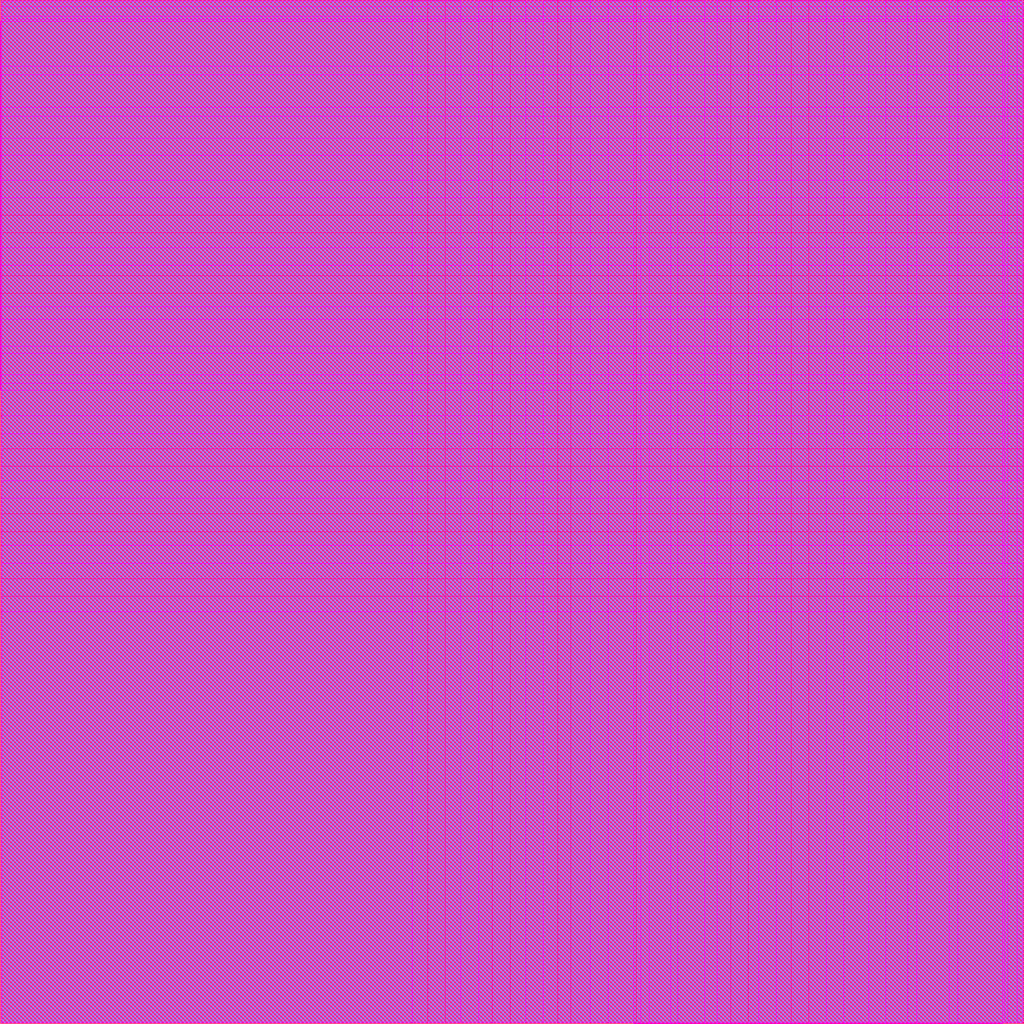
<source format=lef>
SITE  IOSite
    CLASS       PAD ;
    SYMMETRY    Y ;
    SIZE        0.005 BY 174.000 ;
END  IOSite

SITE  CornerSite
    CLASS	PAD ;
    SYMMETRY	R90 Y ;
    SIZE	174.000 BY 174.000 ;
END  CornerSite

MACRO PLVSSO
  CLASS  PAD ;
  FOREIGN PLVSSO 0.000 0.000 ;
  ORIGIN 0.000 0.000 ;
  SIZE 70.000 BY 174.000 ;
  SYMMETRY R90  ;
  SITE IOSite ;
  PIN VSSO
    DIRECTION INOUT ;
    PORT
      LAYER M7 ;
        RECT 3.000 0.665 67.000 0.700 ;
        RECT 3.010 0.660 66.995 0.700 ;
        RECT 3.010 0.655 66.985 0.700 ;
        RECT 3.020 0.650 66.985 0.700 ;
        RECT 3.020 0.645 66.975 0.700 ;
        RECT 3.030 0.640 66.975 0.700 ;
        RECT 3.030 0.635 66.965 0.700 ;
        RECT 3.040 0.630 66.965 0.700 ;
        RECT 3.040 0.625 66.955 0.700 ;
        RECT 3.050 0.620 66.955 0.700 ;
        RECT 3.050 0.615 66.945 0.700 ;
        RECT 3.060 0.610 66.945 0.700 ;
        RECT 3.060 0.605 66.935 0.700 ;
        RECT 3.070 0.600 66.935 0.700 ;
        RECT 3.070 0.595 66.925 0.700 ;
        RECT 3.080 0.590 66.925 0.700 ;
        RECT 3.080 0.585 66.915 0.700 ;
        RECT 3.090 0.580 66.915 0.700 ;
        RECT 3.090 0.575 66.905 0.700 ;
        RECT 3.100 0.570 66.905 0.700 ;
        RECT 3.100 0.565 66.895 0.700 ;
        RECT 3.110 0.560 66.895 0.700 ;
        RECT 3.110 0.555 66.885 0.700 ;
        RECT 3.120 0.550 66.885 0.700 ;
        RECT 3.120 0.545 66.875 0.700 ;
        RECT 3.130 0.540 66.875 0.700 ;
        RECT 3.130 0.535 66.865 0.700 ;
        RECT 3.140 0.530 66.865 0.700 ;
        RECT 3.140 0.525 66.855 0.700 ;
        RECT 3.150 0.520 66.855 0.700 ;
        RECT 3.150 0.515 66.845 0.700 ;
        RECT 3.160 0.510 66.845 0.700 ;
        RECT 3.160 0.505 66.835 0.700 ;
        RECT 3.170 0.500 66.835 0.700 ;
        RECT 3.170 0.495 66.825 0.700 ;
        RECT 3.180 0.490 66.825 0.700 ;
        RECT 3.180 0.485 66.815 0.700 ;
        RECT 3.190 0.480 66.815 0.700 ;
        RECT 3.190 0.475 66.805 0.700 ;
        RECT 3.200 0.470 66.805 0.700 ;
        RECT 3.200 0.465 66.795 0.700 ;
        RECT 3.210 0.460 66.795 0.700 ;
        RECT 3.210 0.455 66.785 0.700 ;
        RECT 3.220 0.450 66.785 0.700 ;
        RECT 3.220 0.445 66.775 0.700 ;
        RECT 3.230 0.440 66.775 0.700 ;
        RECT 3.230 0.435 66.765 0.700 ;
        RECT 3.240 0.430 66.765 0.700 ;
        RECT 3.240 0.425 66.755 0.700 ;
        RECT 3.250 0.420 66.755 0.700 ;
        RECT 3.250 0.415 66.745 0.700 ;
        RECT 3.260 0.410 66.745 0.700 ;
        RECT 3.260 0.405 66.735 0.700 ;
        RECT 3.270 0.400 66.735 0.700 ;
        RECT 3.270 0.395 66.725 0.700 ;
        RECT 3.280 0.390 66.725 0.700 ;
        RECT 3.280 0.385 66.715 0.700 ;
        RECT 3.290 0.380 66.715 0.700 ;
        RECT 3.290 0.375 66.705 0.700 ;
        RECT 3.300 0.370 66.705 0.700 ;
        RECT 3.300 0.365 66.695 0.700 ;
        RECT 3.310 0.360 66.695 0.700 ;
        RECT 3.310 0.355 66.685 0.700 ;
        RECT 3.320 0.350 66.685 0.700 ;
        RECT 3.320 0.345 66.675 0.700 ;
        RECT 3.330 0.340 66.675 0.700 ;
        RECT 3.330 0.335 66.665 0.700 ;
        RECT 3.340 0.330 66.665 0.700 ;
        RECT 3.340 0.325 66.655 0.700 ;
        RECT 3.350 0.320 66.655 0.700 ;
        RECT 3.350 0.315 66.645 0.700 ;
        RECT 3.360 0.310 66.645 0.700 ;
        RECT 3.360 0.305 66.635 0.700 ;
        RECT 3.370 0.300 66.635 0.700 ;
        RECT 3.370 0.295 66.625 0.700 ;
        RECT 3.380 0.290 66.625 0.700 ;
        RECT 3.380 0.285 66.615 0.700 ;
        RECT 3.390 0.280 66.615 0.700 ;
        RECT 3.390 0.275 66.605 0.700 ;
        RECT 3.400 0.270 66.605 0.700 ;
        RECT 3.400 0.265 66.595 0.700 ;
        RECT 3.410 0.260 66.595 0.700 ;
        RECT 3.410 0.255 66.585 0.700 ;
        RECT 3.420 0.250 66.585 0.700 ;
        RECT 3.420 0.245 66.575 0.700 ;
        RECT 3.430 0.240 66.575 0.700 ;
        RECT 3.430 0.235 66.565 0.700 ;
        RECT 3.440 0.230 66.565 0.700 ;
        RECT 3.440 0.225 66.555 0.700 ;
        RECT 3.450 0.220 66.555 0.700 ;
        RECT 3.450 0.215 66.545 0.700 ;
        RECT 3.460 0.210 66.545 0.700 ;
        RECT 3.460 0.205 66.535 0.700 ;
        RECT 3.470 0.200 66.535 0.700 ;
        RECT 3.470 0.195 66.525 0.700 ;
        RECT 3.480 0.190 66.525 0.700 ;
        RECT 3.480 0.185 66.515 0.700 ;
        RECT 3.490 0.180 66.515 0.700 ;
        RECT 3.490 0.175 66.505 0.700 ;
        RECT 3.500 0.170 66.505 0.700 ;
        RECT 3.500 0.165 66.495 0.700 ;
        RECT 3.510 0.160 66.495 0.700 ;
        RECT 3.510 0.155 66.485 0.700 ;
        RECT 3.520 0.150 66.485 0.700 ;
        RECT 3.520 0.145 66.475 0.700 ;
        RECT 3.530 0.140 66.475 0.700 ;
        RECT 3.530 0.135 66.465 0.700 ;
        RECT 3.540 0.130 66.465 0.700 ;
        RECT 3.540 0.125 66.455 0.700 ;
        RECT 3.550 0.120 66.455 0.700 ;
        RECT 3.550 0.115 66.445 0.700 ;
        RECT 3.560 0.110 66.445 0.700 ;
        RECT 3.560 0.105 66.435 0.700 ;
        RECT 3.570 0.100 66.435 0.700 ;
        RECT 3.570 0.095 66.425 0.700 ;
        RECT 3.580 0.090 66.425 0.700 ;
        RECT 3.580 0.085 66.415 0.700 ;
        RECT 3.590 0.080 66.415 0.700 ;
        RECT 3.590 0.075 66.405 0.700 ;
        RECT 3.600 0.070 66.405 0.700 ;
        RECT 3.600 0.065 66.395 0.700 ;
        RECT 3.610 0.060 66.395 0.700 ;
        RECT 3.610 0.055 66.385 0.700 ;
        RECT 3.620 0.050 66.385 0.700 ;
        RECT 3.620 0.045 66.375 0.700 ;
        RECT 3.630 0.040 66.375 0.700 ;
        RECT 3.630 0.035 66.365 0.700 ;
        RECT 3.640 0.030 66.365 0.700 ;
        RECT 3.640 0.025 66.355 0.700 ;
        RECT 3.650 0.020 66.355 0.700 ;
        RECT 3.650 0.015 66.345 0.700 ;
        RECT 3.660 0.010 66.345 0.700 ;
        RECT 3.660 0.005 66.335 0.700 ;
        RECT 3.665 0.000 66.335 0.700 ;
        RECT 3.510 173.380 66.490 174.000 ;
      LAYER V6 ;
        RECT 4.310 173.515 4.670 173.875 ;
        RECT 5.020 173.515 5.380 173.875 ;
        RECT 5.730 173.515 6.090 173.875 ;
        RECT 6.440 173.515 6.800 173.875 ;
        RECT 7.150 173.515 7.510 173.875 ;
        RECT 7.860 173.515 8.220 173.875 ;
        RECT 8.570 173.515 8.930 173.875 ;
        RECT 9.280 173.515 9.640 173.875 ;
        RECT 9.990 173.515 10.350 173.875 ;
        RECT 10.700 173.515 11.060 173.875 ;
        RECT 11.410 173.515 11.770 173.875 ;
        RECT 12.120 173.515 12.480 173.875 ;
        RECT 12.830 173.515 13.190 173.875 ;
        RECT 13.540 173.515 13.900 173.875 ;
        RECT 14.250 173.515 14.610 173.875 ;
        RECT 14.960 173.515 15.320 173.875 ;
        RECT 15.670 173.515 16.030 173.875 ;
        RECT 16.380 173.515 16.740 173.875 ;
        RECT 17.090 173.515 17.450 173.875 ;
        RECT 17.800 173.515 18.160 173.875 ;
        RECT 18.510 173.515 18.870 173.875 ;
        RECT 19.220 173.515 19.580 173.875 ;
        RECT 19.930 173.515 20.290 173.875 ;
        RECT 20.640 173.515 21.000 173.875 ;
        RECT 21.350 173.515 21.710 173.875 ;
        RECT 22.060 173.515 22.420 173.875 ;
        RECT 22.770 173.515 23.130 173.875 ;
        RECT 23.480 173.515 23.840 173.875 ;
        RECT 24.190 173.515 24.550 173.875 ;
        RECT 24.900 173.515 25.260 173.875 ;
        RECT 25.610 173.515 25.970 173.875 ;
        RECT 26.320 173.515 26.680 173.875 ;
        RECT 27.030 173.515 27.390 173.875 ;
        RECT 27.740 173.515 28.100 173.875 ;
        RECT 28.450 173.515 28.810 173.875 ;
        RECT 29.160 173.515 29.520 173.875 ;
        RECT 29.870 173.515 30.230 173.875 ;
        RECT 30.580 173.515 30.940 173.875 ;
        RECT 31.290 173.515 31.650 173.875 ;
        RECT 32.000 173.515 32.360 173.875 ;
        RECT 32.710 173.515 33.070 173.875 ;
        RECT 33.420 173.515 33.780 173.875 ;
        RECT 34.130 173.515 34.490 173.875 ;
        RECT 34.840 173.515 35.200 173.875 ;
        RECT 35.550 173.515 35.910 173.875 ;
        RECT 36.260 173.515 36.620 173.875 ;
        RECT 36.970 173.515 37.330 173.875 ;
        RECT 37.680 173.515 38.040 173.875 ;
        RECT 38.390 173.515 38.750 173.875 ;
        RECT 39.100 173.515 39.460 173.875 ;
        RECT 39.810 173.515 40.170 173.875 ;
        RECT 40.520 173.515 40.880 173.875 ;
        RECT 41.230 173.515 41.590 173.875 ;
        RECT 41.940 173.515 42.300 173.875 ;
        RECT 42.650 173.515 43.010 173.875 ;
        RECT 43.360 173.515 43.720 173.875 ;
        RECT 44.070 173.515 44.430 173.875 ;
        RECT 44.780 173.515 45.140 173.875 ;
        RECT 45.490 173.515 45.850 173.875 ;
        RECT 46.200 173.515 46.560 173.875 ;
        RECT 46.910 173.515 47.270 173.875 ;
        RECT 47.620 173.515 47.980 173.875 ;
        RECT 48.330 173.515 48.690 173.875 ;
        RECT 49.040 173.515 49.400 173.875 ;
        RECT 49.750 173.515 50.110 173.875 ;
        RECT 50.460 173.515 50.820 173.875 ;
        RECT 51.170 173.515 51.530 173.875 ;
        RECT 51.880 173.515 52.240 173.875 ;
        RECT 52.590 173.515 52.950 173.875 ;
        RECT 53.300 173.515 53.660 173.875 ;
        RECT 54.010 173.515 54.370 173.875 ;
        RECT 54.720 173.515 55.080 173.875 ;
        RECT 55.430 173.515 55.790 173.875 ;
        RECT 56.140 173.515 56.500 173.875 ;
        RECT 56.850 173.515 57.210 173.875 ;
        RECT 57.560 173.515 57.920 173.875 ;
        RECT 58.270 173.515 58.630 173.875 ;
        RECT 58.980 173.515 59.340 173.875 ;
        RECT 59.690 173.515 60.050 173.875 ;
        RECT 60.400 173.515 60.760 173.875 ;
        RECT 61.110 173.515 61.470 173.875 ;
        RECT 61.820 173.515 62.180 173.875 ;
        RECT 62.530 173.515 62.890 173.875 ;
        RECT 63.240 173.515 63.600 173.875 ;
        RECT 63.950 173.515 64.310 173.875 ;
        RECT 64.660 173.515 65.020 173.875 ;
        RECT 65.370 173.515 65.730 173.875 ;
      LAYER M4 ;
        RECT 3.000 0.665 67.000 0.700 ;
        RECT 3.010 0.660 66.995 0.700 ;
        RECT 3.010 0.655 66.985 0.700 ;
        RECT 3.020 0.650 66.985 0.700 ;
        RECT 3.020 0.645 66.975 0.700 ;
        RECT 3.030 0.640 66.975 0.700 ;
        RECT 3.030 0.635 66.965 0.700 ;
        RECT 3.040 0.630 66.965 0.700 ;
        RECT 3.040 0.625 66.955 0.700 ;
        RECT 3.050 0.620 66.955 0.700 ;
        RECT 3.050 0.615 66.945 0.700 ;
        RECT 3.060 0.610 66.945 0.700 ;
        RECT 3.060 0.605 66.935 0.700 ;
        RECT 3.070 0.600 66.935 0.700 ;
        RECT 3.070 0.595 66.925 0.700 ;
        RECT 3.080 0.590 66.925 0.700 ;
        RECT 3.080 0.585 66.915 0.700 ;
        RECT 3.090 0.580 66.915 0.700 ;
        RECT 3.090 0.575 66.905 0.700 ;
        RECT 3.100 0.570 66.905 0.700 ;
        RECT 3.100 0.565 66.895 0.700 ;
        RECT 3.110 0.560 66.895 0.700 ;
        RECT 3.110 0.555 66.885 0.700 ;
        RECT 3.120 0.550 66.885 0.700 ;
        RECT 3.120 0.545 66.875 0.700 ;
        RECT 3.130 0.540 66.875 0.700 ;
        RECT 3.130 0.535 66.865 0.700 ;
        RECT 3.140 0.530 66.865 0.700 ;
        RECT 3.140 0.525 66.855 0.700 ;
        RECT 3.150 0.520 66.855 0.700 ;
        RECT 3.150 0.515 66.845 0.700 ;
        RECT 3.160 0.510 66.845 0.700 ;
        RECT 3.160 0.505 66.835 0.700 ;
        RECT 3.170 0.500 66.835 0.700 ;
        RECT 3.170 0.495 66.825 0.700 ;
        RECT 3.180 0.490 66.825 0.700 ;
        RECT 3.180 0.485 66.815 0.700 ;
        RECT 3.190 0.480 66.815 0.700 ;
        RECT 3.190 0.475 66.805 0.700 ;
        RECT 3.200 0.470 66.805 0.700 ;
        RECT 3.200 0.465 66.795 0.700 ;
        RECT 3.210 0.460 66.795 0.700 ;
        RECT 3.210 0.455 66.785 0.700 ;
        RECT 3.220 0.450 66.785 0.700 ;
        RECT 3.220 0.445 66.775 0.700 ;
        RECT 3.230 0.440 66.775 0.700 ;
        RECT 3.230 0.435 66.765 0.700 ;
        RECT 3.240 0.430 66.765 0.700 ;
        RECT 3.240 0.425 66.755 0.700 ;
        RECT 3.250 0.420 66.755 0.700 ;
        RECT 3.250 0.415 66.745 0.700 ;
        RECT 3.260 0.410 66.745 0.700 ;
        RECT 3.260 0.405 66.735 0.700 ;
        RECT 3.270 0.400 66.735 0.700 ;
        RECT 3.270 0.395 66.725 0.700 ;
        RECT 3.280 0.390 66.725 0.700 ;
        RECT 3.280 0.385 66.715 0.700 ;
        RECT 3.290 0.380 66.715 0.700 ;
        RECT 3.290 0.375 66.705 0.700 ;
        RECT 3.300 0.370 66.705 0.700 ;
        RECT 3.300 0.365 66.695 0.700 ;
        RECT 3.310 0.360 66.695 0.700 ;
        RECT 3.310 0.355 66.685 0.700 ;
        RECT 3.320 0.350 66.685 0.700 ;
        RECT 3.320 0.345 66.675 0.700 ;
        RECT 3.330 0.340 66.675 0.700 ;
        RECT 3.330 0.335 66.665 0.700 ;
        RECT 3.340 0.330 66.665 0.700 ;
        RECT 3.340 0.325 66.655 0.700 ;
        RECT 3.350 0.320 66.655 0.700 ;
        RECT 3.350 0.315 66.645 0.700 ;
        RECT 3.360 0.310 66.645 0.700 ;
        RECT 3.360 0.305 66.635 0.700 ;
        RECT 3.370 0.300 66.635 0.700 ;
        RECT 3.370 0.295 66.625 0.700 ;
        RECT 3.380 0.290 66.625 0.700 ;
        RECT 3.380 0.285 66.615 0.700 ;
        RECT 3.390 0.280 66.615 0.700 ;
        RECT 3.390 0.275 66.605 0.700 ;
        RECT 3.400 0.270 66.605 0.700 ;
        RECT 3.400 0.265 66.595 0.700 ;
        RECT 3.410 0.260 66.595 0.700 ;
        RECT 3.410 0.255 66.585 0.700 ;
        RECT 3.420 0.250 66.585 0.700 ;
        RECT 3.420 0.245 66.575 0.700 ;
        RECT 3.430 0.240 66.575 0.700 ;
        RECT 3.430 0.235 66.565 0.700 ;
        RECT 3.440 0.230 66.565 0.700 ;
        RECT 3.440 0.225 66.555 0.700 ;
        RECT 3.450 0.220 66.555 0.700 ;
        RECT 3.450 0.215 66.545 0.700 ;
        RECT 3.460 0.210 66.545 0.700 ;
        RECT 3.460 0.205 66.535 0.700 ;
        RECT 3.470 0.200 66.535 0.700 ;
        RECT 3.470 0.195 66.525 0.700 ;
        RECT 3.480 0.190 66.525 0.700 ;
        RECT 3.480 0.185 66.515 0.700 ;
        RECT 3.490 0.180 66.515 0.700 ;
        RECT 3.490 0.175 66.505 0.700 ;
        RECT 3.500 0.170 66.505 0.700 ;
        RECT 3.500 0.165 66.495 0.700 ;
        RECT 3.510 0.160 66.495 0.700 ;
        RECT 3.510 0.155 66.485 0.700 ;
        RECT 3.520 0.150 66.485 0.700 ;
        RECT 3.520 0.145 66.475 0.700 ;
        RECT 3.530 0.140 66.475 0.700 ;
        RECT 3.530 0.135 66.465 0.700 ;
        RECT 3.540 0.130 66.465 0.700 ;
        RECT 3.540 0.125 66.455 0.700 ;
        RECT 3.550 0.120 66.455 0.700 ;
        RECT 3.550 0.115 66.445 0.700 ;
        RECT 3.560 0.110 66.445 0.700 ;
        RECT 3.560 0.105 66.435 0.700 ;
        RECT 3.570 0.100 66.435 0.700 ;
        RECT 3.570 0.095 66.425 0.700 ;
        RECT 3.580 0.090 66.425 0.700 ;
        RECT 3.580 0.085 66.415 0.700 ;
        RECT 3.590 0.080 66.415 0.700 ;
        RECT 3.590 0.075 66.405 0.700 ;
        RECT 3.600 0.070 66.405 0.700 ;
        RECT 3.600 0.065 66.395 0.700 ;
        RECT 3.610 0.060 66.395 0.700 ;
        RECT 3.610 0.055 66.385 0.700 ;
        RECT 3.620 0.050 66.385 0.700 ;
        RECT 3.620 0.045 66.375 0.700 ;
        RECT 3.630 0.040 66.375 0.700 ;
        RECT 3.630 0.035 66.365 0.700 ;
        RECT 3.640 0.030 66.365 0.700 ;
        RECT 3.640 0.025 66.355 0.700 ;
        RECT 3.650 0.020 66.355 0.700 ;
        RECT 3.650 0.015 66.345 0.700 ;
        RECT 3.660 0.010 66.345 0.700 ;
        RECT 3.660 0.005 66.335 0.700 ;
        RECT 3.665 0.000 66.335 0.700 ;
        RECT 3.510 173.380 66.490 174.000 ;
      LAYER V3 ;
        RECT 4.360 173.800 4.550 173.990 ;
        RECT 4.360 173.390 4.550 173.580 ;
        RECT 4.770 173.800 4.960 173.990 ;
        RECT 4.770 173.390 4.960 173.580 ;
        RECT 5.180 173.800 5.370 173.990 ;
        RECT 5.180 173.390 5.370 173.580 ;
        RECT 5.590 173.800 5.780 173.990 ;
        RECT 5.590 173.390 5.780 173.580 ;
        RECT 6.000 173.800 6.190 173.990 ;
        RECT 6.000 173.390 6.190 173.580 ;
        RECT 6.410 173.800 6.600 173.990 ;
        RECT 6.410 173.390 6.600 173.580 ;
        RECT 6.820 173.800 7.010 173.990 ;
        RECT 6.820 173.390 7.010 173.580 ;
        RECT 7.230 173.800 7.420 173.990 ;
        RECT 7.230 173.390 7.420 173.580 ;
        RECT 7.640 173.800 7.830 173.990 ;
        RECT 7.640 173.390 7.830 173.580 ;
        RECT 8.050 173.800 8.240 173.990 ;
        RECT 8.050 173.390 8.240 173.580 ;
        RECT 8.460 173.800 8.650 173.990 ;
        RECT 8.460 173.390 8.650 173.580 ;
        RECT 8.870 173.800 9.060 173.990 ;
        RECT 8.870 173.390 9.060 173.580 ;
        RECT 9.280 173.800 9.470 173.990 ;
        RECT 9.280 173.390 9.470 173.580 ;
        RECT 9.690 173.800 9.880 173.990 ;
        RECT 9.690 173.390 9.880 173.580 ;
        RECT 10.100 173.800 10.290 173.990 ;
        RECT 10.100 173.390 10.290 173.580 ;
        RECT 10.510 173.800 10.700 173.990 ;
        RECT 10.510 173.390 10.700 173.580 ;
        RECT 10.920 173.800 11.110 173.990 ;
        RECT 10.920 173.390 11.110 173.580 ;
        RECT 11.330 173.800 11.520 173.990 ;
        RECT 11.330 173.390 11.520 173.580 ;
        RECT 11.740 173.800 11.930 173.990 ;
        RECT 11.740 173.390 11.930 173.580 ;
        RECT 12.150 173.800 12.340 173.990 ;
        RECT 12.150 173.390 12.340 173.580 ;
        RECT 12.560 173.800 12.750 173.990 ;
        RECT 12.560 173.390 12.750 173.580 ;
        RECT 12.970 173.800 13.160 173.990 ;
        RECT 12.970 173.390 13.160 173.580 ;
        RECT 13.380 173.800 13.570 173.990 ;
        RECT 13.380 173.390 13.570 173.580 ;
        RECT 13.790 173.800 13.980 173.990 ;
        RECT 13.790 173.390 13.980 173.580 ;
        RECT 14.200 173.800 14.390 173.990 ;
        RECT 14.200 173.390 14.390 173.580 ;
        RECT 14.610 173.800 14.800 173.990 ;
        RECT 14.610 173.390 14.800 173.580 ;
        RECT 15.020 173.800 15.210 173.990 ;
        RECT 15.020 173.390 15.210 173.580 ;
        RECT 15.430 173.800 15.620 173.990 ;
        RECT 15.430 173.390 15.620 173.580 ;
        RECT 15.840 173.800 16.030 173.990 ;
        RECT 15.840 173.390 16.030 173.580 ;
        RECT 16.250 173.800 16.440 173.990 ;
        RECT 16.250 173.390 16.440 173.580 ;
        RECT 16.660 173.800 16.850 173.990 ;
        RECT 16.660 173.390 16.850 173.580 ;
        RECT 17.070 173.800 17.260 173.990 ;
        RECT 17.070 173.390 17.260 173.580 ;
        RECT 17.480 173.800 17.670 173.990 ;
        RECT 17.480 173.390 17.670 173.580 ;
        RECT 17.890 173.800 18.080 173.990 ;
        RECT 17.890 173.390 18.080 173.580 ;
        RECT 18.300 173.800 18.490 173.990 ;
        RECT 18.300 173.390 18.490 173.580 ;
        RECT 18.710 173.800 18.900 173.990 ;
        RECT 18.710 173.390 18.900 173.580 ;
        RECT 19.120 173.800 19.310 173.990 ;
        RECT 19.120 173.390 19.310 173.580 ;
        RECT 19.530 173.800 19.720 173.990 ;
        RECT 19.530 173.390 19.720 173.580 ;
        RECT 19.940 173.800 20.130 173.990 ;
        RECT 19.940 173.390 20.130 173.580 ;
        RECT 20.350 173.800 20.540 173.990 ;
        RECT 20.350 173.390 20.540 173.580 ;
        RECT 20.760 173.800 20.950 173.990 ;
        RECT 20.760 173.390 20.950 173.580 ;
        RECT 21.170 173.800 21.360 173.990 ;
        RECT 21.170 173.390 21.360 173.580 ;
        RECT 21.580 173.800 21.770 173.990 ;
        RECT 21.580 173.390 21.770 173.580 ;
        RECT 21.990 173.800 22.180 173.990 ;
        RECT 21.990 173.390 22.180 173.580 ;
        RECT 22.400 173.800 22.590 173.990 ;
        RECT 22.400 173.390 22.590 173.580 ;
        RECT 22.810 173.800 23.000 173.990 ;
        RECT 22.810 173.390 23.000 173.580 ;
        RECT 23.220 173.800 23.410 173.990 ;
        RECT 23.220 173.390 23.410 173.580 ;
        RECT 23.630 173.800 23.820 173.990 ;
        RECT 23.630 173.390 23.820 173.580 ;
        RECT 24.040 173.800 24.230 173.990 ;
        RECT 24.040 173.390 24.230 173.580 ;
        RECT 24.450 173.800 24.640 173.990 ;
        RECT 24.450 173.390 24.640 173.580 ;
        RECT 24.860 173.800 25.050 173.990 ;
        RECT 24.860 173.390 25.050 173.580 ;
        RECT 25.270 173.800 25.460 173.990 ;
        RECT 25.270 173.390 25.460 173.580 ;
        RECT 25.680 173.800 25.870 173.990 ;
        RECT 25.680 173.390 25.870 173.580 ;
        RECT 26.090 173.800 26.280 173.990 ;
        RECT 26.090 173.390 26.280 173.580 ;
        RECT 26.500 173.800 26.690 173.990 ;
        RECT 26.500 173.390 26.690 173.580 ;
        RECT 26.910 173.800 27.100 173.990 ;
        RECT 26.910 173.390 27.100 173.580 ;
        RECT 27.320 173.800 27.510 173.990 ;
        RECT 27.320 173.390 27.510 173.580 ;
        RECT 27.730 173.800 27.920 173.990 ;
        RECT 27.730 173.390 27.920 173.580 ;
        RECT 28.140 173.800 28.330 173.990 ;
        RECT 28.140 173.390 28.330 173.580 ;
        RECT 28.550 173.800 28.740 173.990 ;
        RECT 28.550 173.390 28.740 173.580 ;
        RECT 28.960 173.800 29.150 173.990 ;
        RECT 28.960 173.390 29.150 173.580 ;
        RECT 29.370 173.800 29.560 173.990 ;
        RECT 29.370 173.390 29.560 173.580 ;
        RECT 29.780 173.800 29.970 173.990 ;
        RECT 29.780 173.390 29.970 173.580 ;
        RECT 30.190 173.800 30.380 173.990 ;
        RECT 30.190 173.390 30.380 173.580 ;
        RECT 30.600 173.800 30.790 173.990 ;
        RECT 30.600 173.390 30.790 173.580 ;
        RECT 31.010 173.800 31.200 173.990 ;
        RECT 31.010 173.390 31.200 173.580 ;
        RECT 31.420 173.800 31.610 173.990 ;
        RECT 31.420 173.390 31.610 173.580 ;
        RECT 31.830 173.800 32.020 173.990 ;
        RECT 31.830 173.390 32.020 173.580 ;
        RECT 32.240 173.800 32.430 173.990 ;
        RECT 32.240 173.390 32.430 173.580 ;
        RECT 32.650 173.800 32.840 173.990 ;
        RECT 32.650 173.390 32.840 173.580 ;
        RECT 33.060 173.800 33.250 173.990 ;
        RECT 33.060 173.390 33.250 173.580 ;
        RECT 33.470 173.800 33.660 173.990 ;
        RECT 33.470 173.390 33.660 173.580 ;
        RECT 33.880 173.800 34.070 173.990 ;
        RECT 33.880 173.390 34.070 173.580 ;
        RECT 34.290 173.800 34.480 173.990 ;
        RECT 34.290 173.390 34.480 173.580 ;
        RECT 34.700 173.800 34.890 173.990 ;
        RECT 34.700 173.390 34.890 173.580 ;
        RECT 35.110 173.800 35.300 173.990 ;
        RECT 35.110 173.390 35.300 173.580 ;
        RECT 35.520 173.800 35.710 173.990 ;
        RECT 35.520 173.390 35.710 173.580 ;
        RECT 35.930 173.800 36.120 173.990 ;
        RECT 35.930 173.390 36.120 173.580 ;
        RECT 36.340 173.800 36.530 173.990 ;
        RECT 36.340 173.390 36.530 173.580 ;
        RECT 36.750 173.800 36.940 173.990 ;
        RECT 36.750 173.390 36.940 173.580 ;
        RECT 37.160 173.800 37.350 173.990 ;
        RECT 37.160 173.390 37.350 173.580 ;
        RECT 37.570 173.800 37.760 173.990 ;
        RECT 37.570 173.390 37.760 173.580 ;
        RECT 37.980 173.800 38.170 173.990 ;
        RECT 37.980 173.390 38.170 173.580 ;
        RECT 38.390 173.800 38.580 173.990 ;
        RECT 38.390 173.390 38.580 173.580 ;
        RECT 38.800 173.800 38.990 173.990 ;
        RECT 38.800 173.390 38.990 173.580 ;
        RECT 39.210 173.800 39.400 173.990 ;
        RECT 39.210 173.390 39.400 173.580 ;
        RECT 39.620 173.800 39.810 173.990 ;
        RECT 39.620 173.390 39.810 173.580 ;
        RECT 40.030 173.800 40.220 173.990 ;
        RECT 40.030 173.390 40.220 173.580 ;
        RECT 40.440 173.800 40.630 173.990 ;
        RECT 40.440 173.390 40.630 173.580 ;
        RECT 40.850 173.800 41.040 173.990 ;
        RECT 40.850 173.390 41.040 173.580 ;
        RECT 41.260 173.800 41.450 173.990 ;
        RECT 41.260 173.390 41.450 173.580 ;
        RECT 41.670 173.800 41.860 173.990 ;
        RECT 41.670 173.390 41.860 173.580 ;
        RECT 42.080 173.800 42.270 173.990 ;
        RECT 42.080 173.390 42.270 173.580 ;
        RECT 42.490 173.800 42.680 173.990 ;
        RECT 42.490 173.390 42.680 173.580 ;
        RECT 42.900 173.800 43.090 173.990 ;
        RECT 42.900 173.390 43.090 173.580 ;
        RECT 43.310 173.800 43.500 173.990 ;
        RECT 43.310 173.390 43.500 173.580 ;
        RECT 43.720 173.800 43.910 173.990 ;
        RECT 43.720 173.390 43.910 173.580 ;
        RECT 44.130 173.800 44.320 173.990 ;
        RECT 44.130 173.390 44.320 173.580 ;
        RECT 44.540 173.800 44.730 173.990 ;
        RECT 44.540 173.390 44.730 173.580 ;
        RECT 44.950 173.800 45.140 173.990 ;
        RECT 44.950 173.390 45.140 173.580 ;
        RECT 45.360 173.800 45.550 173.990 ;
        RECT 45.360 173.390 45.550 173.580 ;
        RECT 45.770 173.800 45.960 173.990 ;
        RECT 45.770 173.390 45.960 173.580 ;
        RECT 46.180 173.800 46.370 173.990 ;
        RECT 46.180 173.390 46.370 173.580 ;
        RECT 46.590 173.800 46.780 173.990 ;
        RECT 46.590 173.390 46.780 173.580 ;
        RECT 47.000 173.800 47.190 173.990 ;
        RECT 47.000 173.390 47.190 173.580 ;
        RECT 47.410 173.800 47.600 173.990 ;
        RECT 47.410 173.390 47.600 173.580 ;
        RECT 47.820 173.800 48.010 173.990 ;
        RECT 47.820 173.390 48.010 173.580 ;
        RECT 48.230 173.800 48.420 173.990 ;
        RECT 48.230 173.390 48.420 173.580 ;
        RECT 48.640 173.800 48.830 173.990 ;
        RECT 48.640 173.390 48.830 173.580 ;
        RECT 49.050 173.800 49.240 173.990 ;
        RECT 49.050 173.390 49.240 173.580 ;
        RECT 49.460 173.800 49.650 173.990 ;
        RECT 49.460 173.390 49.650 173.580 ;
        RECT 49.870 173.800 50.060 173.990 ;
        RECT 49.870 173.390 50.060 173.580 ;
        RECT 50.280 173.800 50.470 173.990 ;
        RECT 50.280 173.390 50.470 173.580 ;
        RECT 50.690 173.800 50.880 173.990 ;
        RECT 50.690 173.390 50.880 173.580 ;
        RECT 51.100 173.800 51.290 173.990 ;
        RECT 51.100 173.390 51.290 173.580 ;
        RECT 51.510 173.800 51.700 173.990 ;
        RECT 51.510 173.390 51.700 173.580 ;
        RECT 51.920 173.800 52.110 173.990 ;
        RECT 51.920 173.390 52.110 173.580 ;
        RECT 52.330 173.800 52.520 173.990 ;
        RECT 52.330 173.390 52.520 173.580 ;
        RECT 52.740 173.800 52.930 173.990 ;
        RECT 52.740 173.390 52.930 173.580 ;
        RECT 53.150 173.800 53.340 173.990 ;
        RECT 53.150 173.390 53.340 173.580 ;
        RECT 53.560 173.800 53.750 173.990 ;
        RECT 53.560 173.390 53.750 173.580 ;
        RECT 53.970 173.800 54.160 173.990 ;
        RECT 53.970 173.390 54.160 173.580 ;
        RECT 54.380 173.800 54.570 173.990 ;
        RECT 54.380 173.390 54.570 173.580 ;
        RECT 54.790 173.800 54.980 173.990 ;
        RECT 54.790 173.390 54.980 173.580 ;
        RECT 55.200 173.800 55.390 173.990 ;
        RECT 55.200 173.390 55.390 173.580 ;
        RECT 55.610 173.800 55.800 173.990 ;
        RECT 55.610 173.390 55.800 173.580 ;
        RECT 56.020 173.800 56.210 173.990 ;
        RECT 56.020 173.390 56.210 173.580 ;
        RECT 56.430 173.800 56.620 173.990 ;
        RECT 56.430 173.390 56.620 173.580 ;
        RECT 56.840 173.800 57.030 173.990 ;
        RECT 56.840 173.390 57.030 173.580 ;
        RECT 57.250 173.800 57.440 173.990 ;
        RECT 57.250 173.390 57.440 173.580 ;
        RECT 57.660 173.800 57.850 173.990 ;
        RECT 57.660 173.390 57.850 173.580 ;
        RECT 58.070 173.800 58.260 173.990 ;
        RECT 58.070 173.390 58.260 173.580 ;
        RECT 58.480 173.800 58.670 173.990 ;
        RECT 58.480 173.390 58.670 173.580 ;
        RECT 58.890 173.800 59.080 173.990 ;
        RECT 58.890 173.390 59.080 173.580 ;
        RECT 59.300 173.800 59.490 173.990 ;
        RECT 59.300 173.390 59.490 173.580 ;
        RECT 59.710 173.800 59.900 173.990 ;
        RECT 59.710 173.390 59.900 173.580 ;
        RECT 60.120 173.800 60.310 173.990 ;
        RECT 60.120 173.390 60.310 173.580 ;
        RECT 60.530 173.800 60.720 173.990 ;
        RECT 60.530 173.390 60.720 173.580 ;
        RECT 60.940 173.800 61.130 173.990 ;
        RECT 60.940 173.390 61.130 173.580 ;
        RECT 61.350 173.800 61.540 173.990 ;
        RECT 61.350 173.390 61.540 173.580 ;
        RECT 61.760 173.800 61.950 173.990 ;
        RECT 61.760 173.390 61.950 173.580 ;
        RECT 62.170 173.800 62.360 173.990 ;
        RECT 62.170 173.390 62.360 173.580 ;
        RECT 62.580 173.800 62.770 173.990 ;
        RECT 62.580 173.390 62.770 173.580 ;
        RECT 62.990 173.800 63.180 173.990 ;
        RECT 62.990 173.390 63.180 173.580 ;
        RECT 63.400 173.800 63.590 173.990 ;
        RECT 63.400 173.390 63.590 173.580 ;
        RECT 63.810 173.800 64.000 173.990 ;
        RECT 63.810 173.390 64.000 173.580 ;
        RECT 64.220 173.800 64.410 173.990 ;
        RECT 64.220 173.390 64.410 173.580 ;
        RECT 64.630 173.800 64.820 173.990 ;
        RECT 64.630 173.390 64.820 173.580 ;
        RECT 65.040 173.800 65.230 173.990 ;
        RECT 65.040 173.390 65.230 173.580 ;
        RECT 65.450 173.800 65.640 173.990 ;
        RECT 65.450 173.390 65.640 173.580 ;
      LAYER M3 ;
        RECT 3.000 0.665 67.000 0.700 ;
        RECT 3.010 0.660 66.995 0.700 ;
        RECT 3.010 0.655 66.985 0.700 ;
        RECT 3.020 0.650 66.985 0.700 ;
        RECT 3.020 0.645 66.975 0.700 ;
        RECT 3.030 0.640 66.975 0.700 ;
        RECT 3.030 0.635 66.965 0.700 ;
        RECT 3.040 0.630 66.965 0.700 ;
        RECT 3.040 0.625 66.955 0.700 ;
        RECT 3.050 0.620 66.955 0.700 ;
        RECT 3.050 0.615 66.945 0.700 ;
        RECT 3.060 0.610 66.945 0.700 ;
        RECT 3.060 0.605 66.935 0.700 ;
        RECT 3.070 0.600 66.935 0.700 ;
        RECT 3.070 0.595 66.925 0.700 ;
        RECT 3.080 0.590 66.925 0.700 ;
        RECT 3.080 0.585 66.915 0.700 ;
        RECT 3.090 0.580 66.915 0.700 ;
        RECT 3.090 0.575 66.905 0.700 ;
        RECT 3.100 0.570 66.905 0.700 ;
        RECT 3.100 0.565 66.895 0.700 ;
        RECT 3.110 0.560 66.895 0.700 ;
        RECT 3.110 0.555 66.885 0.700 ;
        RECT 3.120 0.550 66.885 0.700 ;
        RECT 3.120 0.545 66.875 0.700 ;
        RECT 3.130 0.540 66.875 0.700 ;
        RECT 3.130 0.535 66.865 0.700 ;
        RECT 3.140 0.530 66.865 0.700 ;
        RECT 3.140 0.525 66.855 0.700 ;
        RECT 3.150 0.520 66.855 0.700 ;
        RECT 3.150 0.515 66.845 0.700 ;
        RECT 3.160 0.510 66.845 0.700 ;
        RECT 3.160 0.505 66.835 0.700 ;
        RECT 3.170 0.500 66.835 0.700 ;
        RECT 3.170 0.495 66.825 0.700 ;
        RECT 3.180 0.490 66.825 0.700 ;
        RECT 3.180 0.485 66.815 0.700 ;
        RECT 3.190 0.480 66.815 0.700 ;
        RECT 3.190 0.475 66.805 0.700 ;
        RECT 3.200 0.470 66.805 0.700 ;
        RECT 3.200 0.465 66.795 0.700 ;
        RECT 3.210 0.460 66.795 0.700 ;
        RECT 3.210 0.455 66.785 0.700 ;
        RECT 3.220 0.450 66.785 0.700 ;
        RECT 3.220 0.445 66.775 0.700 ;
        RECT 3.230 0.440 66.775 0.700 ;
        RECT 3.230 0.435 66.765 0.700 ;
        RECT 3.240 0.430 66.765 0.700 ;
        RECT 3.240 0.425 66.755 0.700 ;
        RECT 3.250 0.420 66.755 0.700 ;
        RECT 3.250 0.415 66.745 0.700 ;
        RECT 3.260 0.410 66.745 0.700 ;
        RECT 3.260 0.405 66.735 0.700 ;
        RECT 3.270 0.400 66.735 0.700 ;
        RECT 3.270 0.395 66.725 0.700 ;
        RECT 3.280 0.390 66.725 0.700 ;
        RECT 3.280 0.385 66.715 0.700 ;
        RECT 3.290 0.380 66.715 0.700 ;
        RECT 3.290 0.375 66.705 0.700 ;
        RECT 3.300 0.370 66.705 0.700 ;
        RECT 3.300 0.365 66.695 0.700 ;
        RECT 3.310 0.360 66.695 0.700 ;
        RECT 3.310 0.355 66.685 0.700 ;
        RECT 3.320 0.350 66.685 0.700 ;
        RECT 3.320 0.345 66.675 0.700 ;
        RECT 3.330 0.340 66.675 0.700 ;
        RECT 3.330 0.335 66.665 0.700 ;
        RECT 3.340 0.330 66.665 0.700 ;
        RECT 3.340 0.325 66.655 0.700 ;
        RECT 3.350 0.320 66.655 0.700 ;
        RECT 3.350 0.315 66.645 0.700 ;
        RECT 3.360 0.310 66.645 0.700 ;
        RECT 3.360 0.305 66.635 0.700 ;
        RECT 3.370 0.300 66.635 0.700 ;
        RECT 3.370 0.295 66.625 0.700 ;
        RECT 3.380 0.290 66.625 0.700 ;
        RECT 3.380 0.285 66.615 0.700 ;
        RECT 3.390 0.280 66.615 0.700 ;
        RECT 3.390 0.275 66.605 0.700 ;
        RECT 3.400 0.270 66.605 0.700 ;
        RECT 3.400 0.265 66.595 0.700 ;
        RECT 3.410 0.260 66.595 0.700 ;
        RECT 3.410 0.255 66.585 0.700 ;
        RECT 3.420 0.250 66.585 0.700 ;
        RECT 3.420 0.245 66.575 0.700 ;
        RECT 3.430 0.240 66.575 0.700 ;
        RECT 3.430 0.235 66.565 0.700 ;
        RECT 3.440 0.230 66.565 0.700 ;
        RECT 3.440 0.225 66.555 0.700 ;
        RECT 3.450 0.220 66.555 0.700 ;
        RECT 3.450 0.215 66.545 0.700 ;
        RECT 3.460 0.210 66.545 0.700 ;
        RECT 3.460 0.205 66.535 0.700 ;
        RECT 3.470 0.200 66.535 0.700 ;
        RECT 3.470 0.195 66.525 0.700 ;
        RECT 3.480 0.190 66.525 0.700 ;
        RECT 3.480 0.185 66.515 0.700 ;
        RECT 3.490 0.180 66.515 0.700 ;
        RECT 3.490 0.175 66.505 0.700 ;
        RECT 3.500 0.170 66.505 0.700 ;
        RECT 3.500 0.165 66.495 0.700 ;
        RECT 3.510 0.160 66.495 0.700 ;
        RECT 3.510 0.155 66.485 0.700 ;
        RECT 3.520 0.150 66.485 0.700 ;
        RECT 3.520 0.145 66.475 0.700 ;
        RECT 3.530 0.140 66.475 0.700 ;
        RECT 3.530 0.135 66.465 0.700 ;
        RECT 3.540 0.130 66.465 0.700 ;
        RECT 3.540 0.125 66.455 0.700 ;
        RECT 3.550 0.120 66.455 0.700 ;
        RECT 3.550 0.115 66.445 0.700 ;
        RECT 3.560 0.110 66.445 0.700 ;
        RECT 3.560 0.105 66.435 0.700 ;
        RECT 3.570 0.100 66.435 0.700 ;
        RECT 3.570 0.095 66.425 0.700 ;
        RECT 3.580 0.090 66.425 0.700 ;
        RECT 3.580 0.085 66.415 0.700 ;
        RECT 3.590 0.080 66.415 0.700 ;
        RECT 3.590 0.075 66.405 0.700 ;
        RECT 3.600 0.070 66.405 0.700 ;
        RECT 3.600 0.065 66.395 0.700 ;
        RECT 3.610 0.060 66.395 0.700 ;
        RECT 3.610 0.055 66.385 0.700 ;
        RECT 3.620 0.050 66.385 0.700 ;
        RECT 3.620 0.045 66.375 0.700 ;
        RECT 3.630 0.040 66.375 0.700 ;
        RECT 3.630 0.035 66.365 0.700 ;
        RECT 3.640 0.030 66.365 0.700 ;
        RECT 3.640 0.025 66.355 0.700 ;
        RECT 3.650 0.020 66.355 0.700 ;
        RECT 3.650 0.015 66.345 0.700 ;
        RECT 3.660 0.010 66.345 0.700 ;
        RECT 3.660 0.005 66.335 0.700 ;
        RECT 3.665 0.000 66.335 0.700 ;
        RECT 3.510 173.300 66.490 174.000 ;
      LAYER V2 ;
        RECT 4.360 173.800 4.550 173.990 ;
        RECT 4.360 173.390 4.550 173.580 ;
        RECT 4.770 173.800 4.960 173.990 ;
        RECT 4.770 173.390 4.960 173.580 ;
        RECT 5.180 173.800 5.370 173.990 ;
        RECT 5.180 173.390 5.370 173.580 ;
        RECT 5.590 173.800 5.780 173.990 ;
        RECT 5.590 173.390 5.780 173.580 ;
        RECT 6.000 173.800 6.190 173.990 ;
        RECT 6.000 173.390 6.190 173.580 ;
        RECT 6.410 173.800 6.600 173.990 ;
        RECT 6.410 173.390 6.600 173.580 ;
        RECT 6.820 173.800 7.010 173.990 ;
        RECT 6.820 173.390 7.010 173.580 ;
        RECT 7.230 173.800 7.420 173.990 ;
        RECT 7.230 173.390 7.420 173.580 ;
        RECT 7.640 173.800 7.830 173.990 ;
        RECT 7.640 173.390 7.830 173.580 ;
        RECT 8.050 173.800 8.240 173.990 ;
        RECT 8.050 173.390 8.240 173.580 ;
        RECT 8.460 173.800 8.650 173.990 ;
        RECT 8.460 173.390 8.650 173.580 ;
        RECT 8.870 173.800 9.060 173.990 ;
        RECT 8.870 173.390 9.060 173.580 ;
        RECT 9.280 173.800 9.470 173.990 ;
        RECT 9.280 173.390 9.470 173.580 ;
        RECT 9.690 173.800 9.880 173.990 ;
        RECT 9.690 173.390 9.880 173.580 ;
        RECT 10.100 173.800 10.290 173.990 ;
        RECT 10.100 173.390 10.290 173.580 ;
        RECT 10.510 173.800 10.700 173.990 ;
        RECT 10.510 173.390 10.700 173.580 ;
        RECT 10.920 173.800 11.110 173.990 ;
        RECT 10.920 173.390 11.110 173.580 ;
        RECT 11.330 173.800 11.520 173.990 ;
        RECT 11.330 173.390 11.520 173.580 ;
        RECT 11.740 173.800 11.930 173.990 ;
        RECT 11.740 173.390 11.930 173.580 ;
        RECT 12.150 173.800 12.340 173.990 ;
        RECT 12.150 173.390 12.340 173.580 ;
        RECT 12.560 173.800 12.750 173.990 ;
        RECT 12.560 173.390 12.750 173.580 ;
        RECT 12.970 173.800 13.160 173.990 ;
        RECT 12.970 173.390 13.160 173.580 ;
        RECT 13.380 173.800 13.570 173.990 ;
        RECT 13.380 173.390 13.570 173.580 ;
        RECT 13.790 173.800 13.980 173.990 ;
        RECT 13.790 173.390 13.980 173.580 ;
        RECT 14.200 173.800 14.390 173.990 ;
        RECT 14.200 173.390 14.390 173.580 ;
        RECT 14.610 173.800 14.800 173.990 ;
        RECT 14.610 173.390 14.800 173.580 ;
        RECT 15.020 173.800 15.210 173.990 ;
        RECT 15.020 173.390 15.210 173.580 ;
        RECT 15.430 173.800 15.620 173.990 ;
        RECT 15.430 173.390 15.620 173.580 ;
        RECT 15.840 173.800 16.030 173.990 ;
        RECT 15.840 173.390 16.030 173.580 ;
        RECT 16.250 173.800 16.440 173.990 ;
        RECT 16.250 173.390 16.440 173.580 ;
        RECT 16.660 173.800 16.850 173.990 ;
        RECT 16.660 173.390 16.850 173.580 ;
        RECT 17.070 173.800 17.260 173.990 ;
        RECT 17.070 173.390 17.260 173.580 ;
        RECT 17.480 173.800 17.670 173.990 ;
        RECT 17.480 173.390 17.670 173.580 ;
        RECT 17.890 173.800 18.080 173.990 ;
        RECT 17.890 173.390 18.080 173.580 ;
        RECT 18.300 173.800 18.490 173.990 ;
        RECT 18.300 173.390 18.490 173.580 ;
        RECT 18.710 173.800 18.900 173.990 ;
        RECT 18.710 173.390 18.900 173.580 ;
        RECT 19.120 173.800 19.310 173.990 ;
        RECT 19.120 173.390 19.310 173.580 ;
        RECT 19.530 173.800 19.720 173.990 ;
        RECT 19.530 173.390 19.720 173.580 ;
        RECT 19.940 173.800 20.130 173.990 ;
        RECT 19.940 173.390 20.130 173.580 ;
        RECT 20.350 173.800 20.540 173.990 ;
        RECT 20.350 173.390 20.540 173.580 ;
        RECT 20.760 173.800 20.950 173.990 ;
        RECT 20.760 173.390 20.950 173.580 ;
        RECT 21.170 173.800 21.360 173.990 ;
        RECT 21.170 173.390 21.360 173.580 ;
        RECT 21.580 173.800 21.770 173.990 ;
        RECT 21.580 173.390 21.770 173.580 ;
        RECT 21.990 173.800 22.180 173.990 ;
        RECT 21.990 173.390 22.180 173.580 ;
        RECT 22.400 173.800 22.590 173.990 ;
        RECT 22.400 173.390 22.590 173.580 ;
        RECT 22.810 173.800 23.000 173.990 ;
        RECT 22.810 173.390 23.000 173.580 ;
        RECT 23.220 173.800 23.410 173.990 ;
        RECT 23.220 173.390 23.410 173.580 ;
        RECT 23.630 173.800 23.820 173.990 ;
        RECT 23.630 173.390 23.820 173.580 ;
        RECT 24.040 173.800 24.230 173.990 ;
        RECT 24.040 173.390 24.230 173.580 ;
        RECT 24.450 173.800 24.640 173.990 ;
        RECT 24.450 173.390 24.640 173.580 ;
        RECT 24.860 173.800 25.050 173.990 ;
        RECT 24.860 173.390 25.050 173.580 ;
        RECT 25.270 173.800 25.460 173.990 ;
        RECT 25.270 173.390 25.460 173.580 ;
        RECT 25.680 173.800 25.870 173.990 ;
        RECT 25.680 173.390 25.870 173.580 ;
        RECT 26.090 173.800 26.280 173.990 ;
        RECT 26.090 173.390 26.280 173.580 ;
        RECT 26.500 173.800 26.690 173.990 ;
        RECT 26.500 173.390 26.690 173.580 ;
        RECT 26.910 173.800 27.100 173.990 ;
        RECT 26.910 173.390 27.100 173.580 ;
        RECT 27.320 173.800 27.510 173.990 ;
        RECT 27.320 173.390 27.510 173.580 ;
        RECT 27.730 173.800 27.920 173.990 ;
        RECT 27.730 173.390 27.920 173.580 ;
        RECT 28.140 173.800 28.330 173.990 ;
        RECT 28.140 173.390 28.330 173.580 ;
        RECT 28.550 173.800 28.740 173.990 ;
        RECT 28.550 173.390 28.740 173.580 ;
        RECT 28.960 173.800 29.150 173.990 ;
        RECT 28.960 173.390 29.150 173.580 ;
        RECT 29.370 173.800 29.560 173.990 ;
        RECT 29.370 173.390 29.560 173.580 ;
        RECT 29.780 173.800 29.970 173.990 ;
        RECT 29.780 173.390 29.970 173.580 ;
        RECT 30.190 173.800 30.380 173.990 ;
        RECT 30.190 173.390 30.380 173.580 ;
        RECT 30.600 173.800 30.790 173.990 ;
        RECT 30.600 173.390 30.790 173.580 ;
        RECT 31.010 173.800 31.200 173.990 ;
        RECT 31.010 173.390 31.200 173.580 ;
        RECT 31.420 173.800 31.610 173.990 ;
        RECT 31.420 173.390 31.610 173.580 ;
        RECT 31.830 173.800 32.020 173.990 ;
        RECT 31.830 173.390 32.020 173.580 ;
        RECT 32.240 173.800 32.430 173.990 ;
        RECT 32.240 173.390 32.430 173.580 ;
        RECT 32.650 173.800 32.840 173.990 ;
        RECT 32.650 173.390 32.840 173.580 ;
        RECT 33.060 173.800 33.250 173.990 ;
        RECT 33.060 173.390 33.250 173.580 ;
        RECT 33.470 173.800 33.660 173.990 ;
        RECT 33.470 173.390 33.660 173.580 ;
        RECT 33.880 173.800 34.070 173.990 ;
        RECT 33.880 173.390 34.070 173.580 ;
        RECT 34.290 173.800 34.480 173.990 ;
        RECT 34.290 173.390 34.480 173.580 ;
        RECT 34.700 173.800 34.890 173.990 ;
        RECT 34.700 173.390 34.890 173.580 ;
        RECT 35.110 173.800 35.300 173.990 ;
        RECT 35.110 173.390 35.300 173.580 ;
        RECT 35.520 173.800 35.710 173.990 ;
        RECT 35.520 173.390 35.710 173.580 ;
        RECT 35.930 173.800 36.120 173.990 ;
        RECT 35.930 173.390 36.120 173.580 ;
        RECT 36.340 173.800 36.530 173.990 ;
        RECT 36.340 173.390 36.530 173.580 ;
        RECT 36.750 173.800 36.940 173.990 ;
        RECT 36.750 173.390 36.940 173.580 ;
        RECT 37.160 173.800 37.350 173.990 ;
        RECT 37.160 173.390 37.350 173.580 ;
        RECT 37.570 173.800 37.760 173.990 ;
        RECT 37.570 173.390 37.760 173.580 ;
        RECT 37.980 173.800 38.170 173.990 ;
        RECT 37.980 173.390 38.170 173.580 ;
        RECT 38.390 173.800 38.580 173.990 ;
        RECT 38.390 173.390 38.580 173.580 ;
        RECT 38.800 173.800 38.990 173.990 ;
        RECT 38.800 173.390 38.990 173.580 ;
        RECT 39.210 173.800 39.400 173.990 ;
        RECT 39.210 173.390 39.400 173.580 ;
        RECT 39.620 173.800 39.810 173.990 ;
        RECT 39.620 173.390 39.810 173.580 ;
        RECT 40.030 173.800 40.220 173.990 ;
        RECT 40.030 173.390 40.220 173.580 ;
        RECT 40.440 173.800 40.630 173.990 ;
        RECT 40.440 173.390 40.630 173.580 ;
        RECT 40.850 173.800 41.040 173.990 ;
        RECT 40.850 173.390 41.040 173.580 ;
        RECT 41.260 173.800 41.450 173.990 ;
        RECT 41.260 173.390 41.450 173.580 ;
        RECT 41.670 173.800 41.860 173.990 ;
        RECT 41.670 173.390 41.860 173.580 ;
        RECT 42.080 173.800 42.270 173.990 ;
        RECT 42.080 173.390 42.270 173.580 ;
        RECT 42.490 173.800 42.680 173.990 ;
        RECT 42.490 173.390 42.680 173.580 ;
        RECT 42.900 173.800 43.090 173.990 ;
        RECT 42.900 173.390 43.090 173.580 ;
        RECT 43.310 173.800 43.500 173.990 ;
        RECT 43.310 173.390 43.500 173.580 ;
        RECT 43.720 173.800 43.910 173.990 ;
        RECT 43.720 173.390 43.910 173.580 ;
        RECT 44.130 173.800 44.320 173.990 ;
        RECT 44.130 173.390 44.320 173.580 ;
        RECT 44.540 173.800 44.730 173.990 ;
        RECT 44.540 173.390 44.730 173.580 ;
        RECT 44.950 173.800 45.140 173.990 ;
        RECT 44.950 173.390 45.140 173.580 ;
        RECT 45.360 173.800 45.550 173.990 ;
        RECT 45.360 173.390 45.550 173.580 ;
        RECT 45.770 173.800 45.960 173.990 ;
        RECT 45.770 173.390 45.960 173.580 ;
        RECT 46.180 173.800 46.370 173.990 ;
        RECT 46.180 173.390 46.370 173.580 ;
        RECT 46.590 173.800 46.780 173.990 ;
        RECT 46.590 173.390 46.780 173.580 ;
        RECT 47.000 173.800 47.190 173.990 ;
        RECT 47.000 173.390 47.190 173.580 ;
        RECT 47.410 173.800 47.600 173.990 ;
        RECT 47.410 173.390 47.600 173.580 ;
        RECT 47.820 173.800 48.010 173.990 ;
        RECT 47.820 173.390 48.010 173.580 ;
        RECT 48.230 173.800 48.420 173.990 ;
        RECT 48.230 173.390 48.420 173.580 ;
        RECT 48.640 173.800 48.830 173.990 ;
        RECT 48.640 173.390 48.830 173.580 ;
        RECT 49.050 173.800 49.240 173.990 ;
        RECT 49.050 173.390 49.240 173.580 ;
        RECT 49.460 173.800 49.650 173.990 ;
        RECT 49.460 173.390 49.650 173.580 ;
        RECT 49.870 173.800 50.060 173.990 ;
        RECT 49.870 173.390 50.060 173.580 ;
        RECT 50.280 173.800 50.470 173.990 ;
        RECT 50.280 173.390 50.470 173.580 ;
        RECT 50.690 173.800 50.880 173.990 ;
        RECT 50.690 173.390 50.880 173.580 ;
        RECT 51.100 173.800 51.290 173.990 ;
        RECT 51.100 173.390 51.290 173.580 ;
        RECT 51.510 173.800 51.700 173.990 ;
        RECT 51.510 173.390 51.700 173.580 ;
        RECT 51.920 173.800 52.110 173.990 ;
        RECT 51.920 173.390 52.110 173.580 ;
        RECT 52.330 173.800 52.520 173.990 ;
        RECT 52.330 173.390 52.520 173.580 ;
        RECT 52.740 173.800 52.930 173.990 ;
        RECT 52.740 173.390 52.930 173.580 ;
        RECT 53.150 173.800 53.340 173.990 ;
        RECT 53.150 173.390 53.340 173.580 ;
        RECT 53.560 173.800 53.750 173.990 ;
        RECT 53.560 173.390 53.750 173.580 ;
        RECT 53.970 173.800 54.160 173.990 ;
        RECT 53.970 173.390 54.160 173.580 ;
        RECT 54.380 173.800 54.570 173.990 ;
        RECT 54.380 173.390 54.570 173.580 ;
        RECT 54.790 173.800 54.980 173.990 ;
        RECT 54.790 173.390 54.980 173.580 ;
        RECT 55.200 173.800 55.390 173.990 ;
        RECT 55.200 173.390 55.390 173.580 ;
        RECT 55.610 173.800 55.800 173.990 ;
        RECT 55.610 173.390 55.800 173.580 ;
        RECT 56.020 173.800 56.210 173.990 ;
        RECT 56.020 173.390 56.210 173.580 ;
        RECT 56.430 173.800 56.620 173.990 ;
        RECT 56.430 173.390 56.620 173.580 ;
        RECT 56.840 173.800 57.030 173.990 ;
        RECT 56.840 173.390 57.030 173.580 ;
        RECT 57.250 173.800 57.440 173.990 ;
        RECT 57.250 173.390 57.440 173.580 ;
        RECT 57.660 173.800 57.850 173.990 ;
        RECT 57.660 173.390 57.850 173.580 ;
        RECT 58.070 173.800 58.260 173.990 ;
        RECT 58.070 173.390 58.260 173.580 ;
        RECT 58.480 173.800 58.670 173.990 ;
        RECT 58.480 173.390 58.670 173.580 ;
        RECT 58.890 173.800 59.080 173.990 ;
        RECT 58.890 173.390 59.080 173.580 ;
        RECT 59.300 173.800 59.490 173.990 ;
        RECT 59.300 173.390 59.490 173.580 ;
        RECT 59.710 173.800 59.900 173.990 ;
        RECT 59.710 173.390 59.900 173.580 ;
        RECT 60.120 173.800 60.310 173.990 ;
        RECT 60.120 173.390 60.310 173.580 ;
        RECT 60.530 173.800 60.720 173.990 ;
        RECT 60.530 173.390 60.720 173.580 ;
        RECT 60.940 173.800 61.130 173.990 ;
        RECT 60.940 173.390 61.130 173.580 ;
        RECT 61.350 173.800 61.540 173.990 ;
        RECT 61.350 173.390 61.540 173.580 ;
        RECT 61.760 173.800 61.950 173.990 ;
        RECT 61.760 173.390 61.950 173.580 ;
        RECT 62.170 173.800 62.360 173.990 ;
        RECT 62.170 173.390 62.360 173.580 ;
        RECT 62.580 173.800 62.770 173.990 ;
        RECT 62.580 173.390 62.770 173.580 ;
        RECT 62.990 173.800 63.180 173.990 ;
        RECT 62.990 173.390 63.180 173.580 ;
        RECT 63.400 173.800 63.590 173.990 ;
        RECT 63.400 173.390 63.590 173.580 ;
        RECT 63.810 173.800 64.000 173.990 ;
        RECT 63.810 173.390 64.000 173.580 ;
        RECT 64.220 173.800 64.410 173.990 ;
        RECT 64.220 173.390 64.410 173.580 ;
        RECT 64.630 173.800 64.820 173.990 ;
        RECT 64.630 173.390 64.820 173.580 ;
        RECT 65.040 173.800 65.230 173.990 ;
        RECT 65.040 173.390 65.230 173.580 ;
        RECT 65.450 173.800 65.640 173.990 ;
        RECT 65.450 173.390 65.640 173.580 ;
      LAYER M2 ;
        RECT 3.000 0.665 67.000 0.700 ;
        RECT 3.010 0.660 66.995 0.700 ;
        RECT 3.010 0.655 66.985 0.700 ;
        RECT 3.020 0.650 66.985 0.700 ;
        RECT 3.020 0.645 66.975 0.700 ;
        RECT 3.030 0.640 66.975 0.700 ;
        RECT 3.030 0.635 66.965 0.700 ;
        RECT 3.040 0.630 66.965 0.700 ;
        RECT 3.040 0.625 66.955 0.700 ;
        RECT 3.050 0.620 66.955 0.700 ;
        RECT 3.050 0.615 66.945 0.700 ;
        RECT 3.060 0.610 66.945 0.700 ;
        RECT 3.060 0.605 66.935 0.700 ;
        RECT 3.070 0.600 66.935 0.700 ;
        RECT 3.070 0.595 66.925 0.700 ;
        RECT 3.080 0.590 66.925 0.700 ;
        RECT 3.080 0.585 66.915 0.700 ;
        RECT 3.090 0.580 66.915 0.700 ;
        RECT 3.090 0.575 66.905 0.700 ;
        RECT 3.100 0.570 66.905 0.700 ;
        RECT 3.100 0.565 66.895 0.700 ;
        RECT 3.110 0.560 66.895 0.700 ;
        RECT 3.110 0.555 66.885 0.700 ;
        RECT 3.120 0.550 66.885 0.700 ;
        RECT 3.120 0.545 66.875 0.700 ;
        RECT 3.130 0.540 66.875 0.700 ;
        RECT 3.130 0.535 66.865 0.700 ;
        RECT 3.140 0.530 66.865 0.700 ;
        RECT 3.140 0.525 66.855 0.700 ;
        RECT 3.150 0.520 66.855 0.700 ;
        RECT 3.150 0.515 66.845 0.700 ;
        RECT 3.160 0.510 66.845 0.700 ;
        RECT 3.160 0.505 66.835 0.700 ;
        RECT 3.170 0.500 66.835 0.700 ;
        RECT 3.170 0.495 66.825 0.700 ;
        RECT 3.180 0.490 66.825 0.700 ;
        RECT 3.180 0.485 66.815 0.700 ;
        RECT 3.190 0.480 66.815 0.700 ;
        RECT 3.190 0.475 66.805 0.700 ;
        RECT 3.200 0.470 66.805 0.700 ;
        RECT 3.200 0.465 66.795 0.700 ;
        RECT 3.210 0.460 66.795 0.700 ;
        RECT 3.210 0.455 66.785 0.700 ;
        RECT 3.220 0.450 66.785 0.700 ;
        RECT 3.220 0.445 66.775 0.700 ;
        RECT 3.230 0.440 66.775 0.700 ;
        RECT 3.230 0.435 66.765 0.700 ;
        RECT 3.240 0.430 66.765 0.700 ;
        RECT 3.240 0.425 66.755 0.700 ;
        RECT 3.250 0.420 66.755 0.700 ;
        RECT 3.250 0.415 66.745 0.700 ;
        RECT 3.260 0.410 66.745 0.700 ;
        RECT 3.260 0.405 66.735 0.700 ;
        RECT 3.270 0.400 66.735 0.700 ;
        RECT 3.270 0.395 66.725 0.700 ;
        RECT 3.280 0.390 66.725 0.700 ;
        RECT 3.280 0.385 66.715 0.700 ;
        RECT 3.290 0.380 66.715 0.700 ;
        RECT 3.290 0.375 66.705 0.700 ;
        RECT 3.300 0.370 66.705 0.700 ;
        RECT 3.300 0.365 66.695 0.700 ;
        RECT 3.310 0.360 66.695 0.700 ;
        RECT 3.310 0.355 66.685 0.700 ;
        RECT 3.320 0.350 66.685 0.700 ;
        RECT 3.320 0.345 66.675 0.700 ;
        RECT 3.330 0.340 66.675 0.700 ;
        RECT 3.330 0.335 66.665 0.700 ;
        RECT 3.340 0.330 66.665 0.700 ;
        RECT 3.340 0.325 66.655 0.700 ;
        RECT 3.350 0.320 66.655 0.700 ;
        RECT 3.350 0.315 66.645 0.700 ;
        RECT 3.360 0.310 66.645 0.700 ;
        RECT 3.360 0.305 66.635 0.700 ;
        RECT 3.370 0.300 66.635 0.700 ;
        RECT 3.370 0.295 66.625 0.700 ;
        RECT 3.380 0.290 66.625 0.700 ;
        RECT 3.380 0.285 66.615 0.700 ;
        RECT 3.390 0.280 66.615 0.700 ;
        RECT 3.390 0.275 66.605 0.700 ;
        RECT 3.400 0.270 66.605 0.700 ;
        RECT 3.400 0.265 66.595 0.700 ;
        RECT 3.410 0.260 66.595 0.700 ;
        RECT 3.410 0.255 66.585 0.700 ;
        RECT 3.420 0.250 66.585 0.700 ;
        RECT 3.420 0.245 66.575 0.700 ;
        RECT 3.430 0.240 66.575 0.700 ;
        RECT 3.430 0.235 66.565 0.700 ;
        RECT 3.440 0.230 66.565 0.700 ;
        RECT 3.440 0.225 66.555 0.700 ;
        RECT 3.450 0.220 66.555 0.700 ;
        RECT 3.450 0.215 66.545 0.700 ;
        RECT 3.460 0.210 66.545 0.700 ;
        RECT 3.460 0.205 66.535 0.700 ;
        RECT 3.470 0.200 66.535 0.700 ;
        RECT 3.470 0.195 66.525 0.700 ;
        RECT 3.480 0.190 66.525 0.700 ;
        RECT 3.480 0.185 66.515 0.700 ;
        RECT 3.490 0.180 66.515 0.700 ;
        RECT 3.490 0.175 66.505 0.700 ;
        RECT 3.500 0.170 66.505 0.700 ;
        RECT 3.500 0.165 66.495 0.700 ;
        RECT 3.510 0.160 66.495 0.700 ;
        RECT 3.510 0.155 66.485 0.700 ;
        RECT 3.520 0.150 66.485 0.700 ;
        RECT 3.520 0.145 66.475 0.700 ;
        RECT 3.530 0.140 66.475 0.700 ;
        RECT 3.530 0.135 66.465 0.700 ;
        RECT 3.540 0.130 66.465 0.700 ;
        RECT 3.540 0.125 66.455 0.700 ;
        RECT 3.550 0.120 66.455 0.700 ;
        RECT 3.550 0.115 66.445 0.700 ;
        RECT 3.560 0.110 66.445 0.700 ;
        RECT 3.560 0.105 66.435 0.700 ;
        RECT 3.570 0.100 66.435 0.700 ;
        RECT 3.570 0.095 66.425 0.700 ;
        RECT 3.580 0.090 66.425 0.700 ;
        RECT 3.580 0.085 66.415 0.700 ;
        RECT 3.590 0.080 66.415 0.700 ;
        RECT 3.590 0.075 66.405 0.700 ;
        RECT 3.600 0.070 66.405 0.700 ;
        RECT 3.600 0.065 66.395 0.700 ;
        RECT 3.610 0.060 66.395 0.700 ;
        RECT 3.610 0.055 66.385 0.700 ;
        RECT 3.620 0.050 66.385 0.700 ;
        RECT 3.620 0.045 66.375 0.700 ;
        RECT 3.630 0.040 66.375 0.700 ;
        RECT 3.630 0.035 66.365 0.700 ;
        RECT 3.640 0.030 66.365 0.700 ;
        RECT 3.640 0.025 66.355 0.700 ;
        RECT 3.650 0.020 66.355 0.700 ;
        RECT 3.650 0.015 66.345 0.700 ;
        RECT 3.660 0.010 66.345 0.700 ;
        RECT 3.660 0.005 66.335 0.700 ;
        RECT 3.665 0.000 66.335 0.700 ;
        RECT 3.510 173.300 66.490 174.000 ;
      LAYER V1 ;
        RECT 4.360 173.800 4.550 173.990 ;
        RECT 4.360 173.390 4.550 173.580 ;
        RECT 4.770 173.800 4.960 173.990 ;
        RECT 4.770 173.390 4.960 173.580 ;
        RECT 5.180 173.800 5.370 173.990 ;
        RECT 5.180 173.390 5.370 173.580 ;
        RECT 5.590 173.800 5.780 173.990 ;
        RECT 5.590 173.390 5.780 173.580 ;
        RECT 6.000 173.800 6.190 173.990 ;
        RECT 6.000 173.390 6.190 173.580 ;
        RECT 6.410 173.800 6.600 173.990 ;
        RECT 6.410 173.390 6.600 173.580 ;
        RECT 6.820 173.800 7.010 173.990 ;
        RECT 6.820 173.390 7.010 173.580 ;
        RECT 7.230 173.800 7.420 173.990 ;
        RECT 7.230 173.390 7.420 173.580 ;
        RECT 7.640 173.800 7.830 173.990 ;
        RECT 7.640 173.390 7.830 173.580 ;
        RECT 8.050 173.800 8.240 173.990 ;
        RECT 8.050 173.390 8.240 173.580 ;
        RECT 8.460 173.800 8.650 173.990 ;
        RECT 8.460 173.390 8.650 173.580 ;
        RECT 8.870 173.800 9.060 173.990 ;
        RECT 8.870 173.390 9.060 173.580 ;
        RECT 9.280 173.800 9.470 173.990 ;
        RECT 9.280 173.390 9.470 173.580 ;
        RECT 9.690 173.800 9.880 173.990 ;
        RECT 9.690 173.390 9.880 173.580 ;
        RECT 10.100 173.800 10.290 173.990 ;
        RECT 10.100 173.390 10.290 173.580 ;
        RECT 10.510 173.800 10.700 173.990 ;
        RECT 10.510 173.390 10.700 173.580 ;
        RECT 10.920 173.800 11.110 173.990 ;
        RECT 10.920 173.390 11.110 173.580 ;
        RECT 11.330 173.800 11.520 173.990 ;
        RECT 11.330 173.390 11.520 173.580 ;
        RECT 11.740 173.800 11.930 173.990 ;
        RECT 11.740 173.390 11.930 173.580 ;
        RECT 12.150 173.800 12.340 173.990 ;
        RECT 12.150 173.390 12.340 173.580 ;
        RECT 12.560 173.800 12.750 173.990 ;
        RECT 12.560 173.390 12.750 173.580 ;
        RECT 12.970 173.800 13.160 173.990 ;
        RECT 12.970 173.390 13.160 173.580 ;
        RECT 13.380 173.800 13.570 173.990 ;
        RECT 13.380 173.390 13.570 173.580 ;
        RECT 13.790 173.800 13.980 173.990 ;
        RECT 13.790 173.390 13.980 173.580 ;
        RECT 14.200 173.800 14.390 173.990 ;
        RECT 14.200 173.390 14.390 173.580 ;
        RECT 14.610 173.800 14.800 173.990 ;
        RECT 14.610 173.390 14.800 173.580 ;
        RECT 15.020 173.800 15.210 173.990 ;
        RECT 15.020 173.390 15.210 173.580 ;
        RECT 15.430 173.800 15.620 173.990 ;
        RECT 15.430 173.390 15.620 173.580 ;
        RECT 15.840 173.800 16.030 173.990 ;
        RECT 15.840 173.390 16.030 173.580 ;
        RECT 16.250 173.800 16.440 173.990 ;
        RECT 16.250 173.390 16.440 173.580 ;
        RECT 16.660 173.800 16.850 173.990 ;
        RECT 16.660 173.390 16.850 173.580 ;
        RECT 17.070 173.800 17.260 173.990 ;
        RECT 17.070 173.390 17.260 173.580 ;
        RECT 17.480 173.800 17.670 173.990 ;
        RECT 17.480 173.390 17.670 173.580 ;
        RECT 17.890 173.800 18.080 173.990 ;
        RECT 17.890 173.390 18.080 173.580 ;
        RECT 18.300 173.800 18.490 173.990 ;
        RECT 18.300 173.390 18.490 173.580 ;
        RECT 18.710 173.800 18.900 173.990 ;
        RECT 18.710 173.390 18.900 173.580 ;
        RECT 19.120 173.800 19.310 173.990 ;
        RECT 19.120 173.390 19.310 173.580 ;
        RECT 19.530 173.800 19.720 173.990 ;
        RECT 19.530 173.390 19.720 173.580 ;
        RECT 19.940 173.800 20.130 173.990 ;
        RECT 19.940 173.390 20.130 173.580 ;
        RECT 20.350 173.800 20.540 173.990 ;
        RECT 20.350 173.390 20.540 173.580 ;
        RECT 20.760 173.800 20.950 173.990 ;
        RECT 20.760 173.390 20.950 173.580 ;
        RECT 21.170 173.800 21.360 173.990 ;
        RECT 21.170 173.390 21.360 173.580 ;
        RECT 21.580 173.800 21.770 173.990 ;
        RECT 21.580 173.390 21.770 173.580 ;
        RECT 21.990 173.800 22.180 173.990 ;
        RECT 21.990 173.390 22.180 173.580 ;
        RECT 22.400 173.800 22.590 173.990 ;
        RECT 22.400 173.390 22.590 173.580 ;
        RECT 22.810 173.800 23.000 173.990 ;
        RECT 22.810 173.390 23.000 173.580 ;
        RECT 23.220 173.800 23.410 173.990 ;
        RECT 23.220 173.390 23.410 173.580 ;
        RECT 23.630 173.800 23.820 173.990 ;
        RECT 23.630 173.390 23.820 173.580 ;
        RECT 24.040 173.800 24.230 173.990 ;
        RECT 24.040 173.390 24.230 173.580 ;
        RECT 24.450 173.800 24.640 173.990 ;
        RECT 24.450 173.390 24.640 173.580 ;
        RECT 24.860 173.800 25.050 173.990 ;
        RECT 24.860 173.390 25.050 173.580 ;
        RECT 25.270 173.800 25.460 173.990 ;
        RECT 25.270 173.390 25.460 173.580 ;
        RECT 25.680 173.800 25.870 173.990 ;
        RECT 25.680 173.390 25.870 173.580 ;
        RECT 26.090 173.800 26.280 173.990 ;
        RECT 26.090 173.390 26.280 173.580 ;
        RECT 26.500 173.800 26.690 173.990 ;
        RECT 26.500 173.390 26.690 173.580 ;
        RECT 26.910 173.800 27.100 173.990 ;
        RECT 26.910 173.390 27.100 173.580 ;
        RECT 27.320 173.800 27.510 173.990 ;
        RECT 27.320 173.390 27.510 173.580 ;
        RECT 27.730 173.800 27.920 173.990 ;
        RECT 27.730 173.390 27.920 173.580 ;
        RECT 28.140 173.800 28.330 173.990 ;
        RECT 28.140 173.390 28.330 173.580 ;
        RECT 28.550 173.800 28.740 173.990 ;
        RECT 28.550 173.390 28.740 173.580 ;
        RECT 28.960 173.800 29.150 173.990 ;
        RECT 28.960 173.390 29.150 173.580 ;
        RECT 29.370 173.800 29.560 173.990 ;
        RECT 29.370 173.390 29.560 173.580 ;
        RECT 29.780 173.800 29.970 173.990 ;
        RECT 29.780 173.390 29.970 173.580 ;
        RECT 30.190 173.800 30.380 173.990 ;
        RECT 30.190 173.390 30.380 173.580 ;
        RECT 30.600 173.800 30.790 173.990 ;
        RECT 30.600 173.390 30.790 173.580 ;
        RECT 31.010 173.800 31.200 173.990 ;
        RECT 31.010 173.390 31.200 173.580 ;
        RECT 31.420 173.800 31.610 173.990 ;
        RECT 31.420 173.390 31.610 173.580 ;
        RECT 31.830 173.800 32.020 173.990 ;
        RECT 31.830 173.390 32.020 173.580 ;
        RECT 32.240 173.800 32.430 173.990 ;
        RECT 32.240 173.390 32.430 173.580 ;
        RECT 32.650 173.800 32.840 173.990 ;
        RECT 32.650 173.390 32.840 173.580 ;
        RECT 33.060 173.800 33.250 173.990 ;
        RECT 33.060 173.390 33.250 173.580 ;
        RECT 33.470 173.800 33.660 173.990 ;
        RECT 33.470 173.390 33.660 173.580 ;
        RECT 33.880 173.800 34.070 173.990 ;
        RECT 33.880 173.390 34.070 173.580 ;
        RECT 34.290 173.800 34.480 173.990 ;
        RECT 34.290 173.390 34.480 173.580 ;
        RECT 34.700 173.800 34.890 173.990 ;
        RECT 34.700 173.390 34.890 173.580 ;
        RECT 35.110 173.800 35.300 173.990 ;
        RECT 35.110 173.390 35.300 173.580 ;
        RECT 35.520 173.800 35.710 173.990 ;
        RECT 35.520 173.390 35.710 173.580 ;
        RECT 35.930 173.800 36.120 173.990 ;
        RECT 35.930 173.390 36.120 173.580 ;
        RECT 36.340 173.800 36.530 173.990 ;
        RECT 36.340 173.390 36.530 173.580 ;
        RECT 36.750 173.800 36.940 173.990 ;
        RECT 36.750 173.390 36.940 173.580 ;
        RECT 37.160 173.800 37.350 173.990 ;
        RECT 37.160 173.390 37.350 173.580 ;
        RECT 37.570 173.800 37.760 173.990 ;
        RECT 37.570 173.390 37.760 173.580 ;
        RECT 37.980 173.800 38.170 173.990 ;
        RECT 37.980 173.390 38.170 173.580 ;
        RECT 38.390 173.800 38.580 173.990 ;
        RECT 38.390 173.390 38.580 173.580 ;
        RECT 38.800 173.800 38.990 173.990 ;
        RECT 38.800 173.390 38.990 173.580 ;
        RECT 39.210 173.800 39.400 173.990 ;
        RECT 39.210 173.390 39.400 173.580 ;
        RECT 39.620 173.800 39.810 173.990 ;
        RECT 39.620 173.390 39.810 173.580 ;
        RECT 40.030 173.800 40.220 173.990 ;
        RECT 40.030 173.390 40.220 173.580 ;
        RECT 40.440 173.800 40.630 173.990 ;
        RECT 40.440 173.390 40.630 173.580 ;
        RECT 40.850 173.800 41.040 173.990 ;
        RECT 40.850 173.390 41.040 173.580 ;
        RECT 41.260 173.800 41.450 173.990 ;
        RECT 41.260 173.390 41.450 173.580 ;
        RECT 41.670 173.800 41.860 173.990 ;
        RECT 41.670 173.390 41.860 173.580 ;
        RECT 42.080 173.800 42.270 173.990 ;
        RECT 42.080 173.390 42.270 173.580 ;
        RECT 42.490 173.800 42.680 173.990 ;
        RECT 42.490 173.390 42.680 173.580 ;
        RECT 42.900 173.800 43.090 173.990 ;
        RECT 42.900 173.390 43.090 173.580 ;
        RECT 43.310 173.800 43.500 173.990 ;
        RECT 43.310 173.390 43.500 173.580 ;
        RECT 43.720 173.800 43.910 173.990 ;
        RECT 43.720 173.390 43.910 173.580 ;
        RECT 44.130 173.800 44.320 173.990 ;
        RECT 44.130 173.390 44.320 173.580 ;
        RECT 44.540 173.800 44.730 173.990 ;
        RECT 44.540 173.390 44.730 173.580 ;
        RECT 44.950 173.800 45.140 173.990 ;
        RECT 44.950 173.390 45.140 173.580 ;
        RECT 45.360 173.800 45.550 173.990 ;
        RECT 45.360 173.390 45.550 173.580 ;
        RECT 45.770 173.800 45.960 173.990 ;
        RECT 45.770 173.390 45.960 173.580 ;
        RECT 46.180 173.800 46.370 173.990 ;
        RECT 46.180 173.390 46.370 173.580 ;
        RECT 46.590 173.800 46.780 173.990 ;
        RECT 46.590 173.390 46.780 173.580 ;
        RECT 47.000 173.800 47.190 173.990 ;
        RECT 47.000 173.390 47.190 173.580 ;
        RECT 47.410 173.800 47.600 173.990 ;
        RECT 47.410 173.390 47.600 173.580 ;
        RECT 47.820 173.800 48.010 173.990 ;
        RECT 47.820 173.390 48.010 173.580 ;
        RECT 48.230 173.800 48.420 173.990 ;
        RECT 48.230 173.390 48.420 173.580 ;
        RECT 48.640 173.800 48.830 173.990 ;
        RECT 48.640 173.390 48.830 173.580 ;
        RECT 49.050 173.800 49.240 173.990 ;
        RECT 49.050 173.390 49.240 173.580 ;
        RECT 49.460 173.800 49.650 173.990 ;
        RECT 49.460 173.390 49.650 173.580 ;
        RECT 49.870 173.800 50.060 173.990 ;
        RECT 49.870 173.390 50.060 173.580 ;
        RECT 50.280 173.800 50.470 173.990 ;
        RECT 50.280 173.390 50.470 173.580 ;
        RECT 50.690 173.800 50.880 173.990 ;
        RECT 50.690 173.390 50.880 173.580 ;
        RECT 51.100 173.800 51.290 173.990 ;
        RECT 51.100 173.390 51.290 173.580 ;
        RECT 51.510 173.800 51.700 173.990 ;
        RECT 51.510 173.390 51.700 173.580 ;
        RECT 51.920 173.800 52.110 173.990 ;
        RECT 51.920 173.390 52.110 173.580 ;
        RECT 52.330 173.800 52.520 173.990 ;
        RECT 52.330 173.390 52.520 173.580 ;
        RECT 52.740 173.800 52.930 173.990 ;
        RECT 52.740 173.390 52.930 173.580 ;
        RECT 53.150 173.800 53.340 173.990 ;
        RECT 53.150 173.390 53.340 173.580 ;
        RECT 53.560 173.800 53.750 173.990 ;
        RECT 53.560 173.390 53.750 173.580 ;
        RECT 53.970 173.800 54.160 173.990 ;
        RECT 53.970 173.390 54.160 173.580 ;
        RECT 54.380 173.800 54.570 173.990 ;
        RECT 54.380 173.390 54.570 173.580 ;
        RECT 54.790 173.800 54.980 173.990 ;
        RECT 54.790 173.390 54.980 173.580 ;
        RECT 55.200 173.800 55.390 173.990 ;
        RECT 55.200 173.390 55.390 173.580 ;
        RECT 55.610 173.800 55.800 173.990 ;
        RECT 55.610 173.390 55.800 173.580 ;
        RECT 56.020 173.800 56.210 173.990 ;
        RECT 56.020 173.390 56.210 173.580 ;
        RECT 56.430 173.800 56.620 173.990 ;
        RECT 56.430 173.390 56.620 173.580 ;
        RECT 56.840 173.800 57.030 173.990 ;
        RECT 56.840 173.390 57.030 173.580 ;
        RECT 57.250 173.800 57.440 173.990 ;
        RECT 57.250 173.390 57.440 173.580 ;
        RECT 57.660 173.800 57.850 173.990 ;
        RECT 57.660 173.390 57.850 173.580 ;
        RECT 58.070 173.800 58.260 173.990 ;
        RECT 58.070 173.390 58.260 173.580 ;
        RECT 58.480 173.800 58.670 173.990 ;
        RECT 58.480 173.390 58.670 173.580 ;
        RECT 58.890 173.800 59.080 173.990 ;
        RECT 58.890 173.390 59.080 173.580 ;
        RECT 59.300 173.800 59.490 173.990 ;
        RECT 59.300 173.390 59.490 173.580 ;
        RECT 59.710 173.800 59.900 173.990 ;
        RECT 59.710 173.390 59.900 173.580 ;
        RECT 60.120 173.800 60.310 173.990 ;
        RECT 60.120 173.390 60.310 173.580 ;
        RECT 60.530 173.800 60.720 173.990 ;
        RECT 60.530 173.390 60.720 173.580 ;
        RECT 60.940 173.800 61.130 173.990 ;
        RECT 60.940 173.390 61.130 173.580 ;
        RECT 61.350 173.800 61.540 173.990 ;
        RECT 61.350 173.390 61.540 173.580 ;
        RECT 61.760 173.800 61.950 173.990 ;
        RECT 61.760 173.390 61.950 173.580 ;
        RECT 62.170 173.800 62.360 173.990 ;
        RECT 62.170 173.390 62.360 173.580 ;
        RECT 62.580 173.800 62.770 173.990 ;
        RECT 62.580 173.390 62.770 173.580 ;
        RECT 62.990 173.800 63.180 173.990 ;
        RECT 62.990 173.390 63.180 173.580 ;
        RECT 63.400 173.800 63.590 173.990 ;
        RECT 63.400 173.390 63.590 173.580 ;
        RECT 63.810 173.800 64.000 173.990 ;
        RECT 63.810 173.390 64.000 173.580 ;
        RECT 64.220 173.800 64.410 173.990 ;
        RECT 64.220 173.390 64.410 173.580 ;
        RECT 64.630 173.800 64.820 173.990 ;
        RECT 64.630 173.390 64.820 173.580 ;
        RECT 65.040 173.800 65.230 173.990 ;
        RECT 65.040 173.390 65.230 173.580 ;
        RECT 65.450 173.800 65.640 173.990 ;
        RECT 65.450 173.390 65.640 173.580 ;
      LAYER M1 ;
        RECT 3.510 173.380 66.490 174.000 ;
      LAYER M6 ;
        RECT 3.000 0.665 67.000 0.700 ;
        RECT 3.010 0.660 66.995 0.700 ;
        RECT 3.010 0.655 66.985 0.700 ;
        RECT 3.020 0.650 66.985 0.700 ;
        RECT 3.020 0.645 66.975 0.700 ;
        RECT 3.030 0.640 66.975 0.700 ;
        RECT 3.030 0.635 66.965 0.700 ;
        RECT 3.040 0.630 66.965 0.700 ;
        RECT 3.040 0.625 66.955 0.700 ;
        RECT 3.050 0.620 66.955 0.700 ;
        RECT 3.050 0.615 66.945 0.700 ;
        RECT 3.060 0.610 66.945 0.700 ;
        RECT 3.060 0.605 66.935 0.700 ;
        RECT 3.070 0.600 66.935 0.700 ;
        RECT 3.070 0.595 66.925 0.700 ;
        RECT 3.080 0.590 66.925 0.700 ;
        RECT 3.080 0.585 66.915 0.700 ;
        RECT 3.090 0.580 66.915 0.700 ;
        RECT 3.090 0.575 66.905 0.700 ;
        RECT 3.100 0.570 66.905 0.700 ;
        RECT 3.100 0.565 66.895 0.700 ;
        RECT 3.110 0.560 66.895 0.700 ;
        RECT 3.110 0.555 66.885 0.700 ;
        RECT 3.120 0.550 66.885 0.700 ;
        RECT 3.120 0.545 66.875 0.700 ;
        RECT 3.130 0.540 66.875 0.700 ;
        RECT 3.130 0.535 66.865 0.700 ;
        RECT 3.140 0.530 66.865 0.700 ;
        RECT 3.140 0.525 66.855 0.700 ;
        RECT 3.150 0.520 66.855 0.700 ;
        RECT 3.150 0.515 66.845 0.700 ;
        RECT 3.160 0.510 66.845 0.700 ;
        RECT 3.160 0.505 66.835 0.700 ;
        RECT 3.170 0.500 66.835 0.700 ;
        RECT 3.170 0.495 66.825 0.700 ;
        RECT 3.180 0.490 66.825 0.700 ;
        RECT 3.180 0.485 66.815 0.700 ;
        RECT 3.190 0.480 66.815 0.700 ;
        RECT 3.190 0.475 66.805 0.700 ;
        RECT 3.200 0.470 66.805 0.700 ;
        RECT 3.200 0.465 66.795 0.700 ;
        RECT 3.210 0.460 66.795 0.700 ;
        RECT 3.210 0.455 66.785 0.700 ;
        RECT 3.220 0.450 66.785 0.700 ;
        RECT 3.220 0.445 66.775 0.700 ;
        RECT 3.230 0.440 66.775 0.700 ;
        RECT 3.230 0.435 66.765 0.700 ;
        RECT 3.240 0.430 66.765 0.700 ;
        RECT 3.240 0.425 66.755 0.700 ;
        RECT 3.250 0.420 66.755 0.700 ;
        RECT 3.250 0.415 66.745 0.700 ;
        RECT 3.260 0.410 66.745 0.700 ;
        RECT 3.260 0.405 66.735 0.700 ;
        RECT 3.270 0.400 66.735 0.700 ;
        RECT 3.270 0.395 66.725 0.700 ;
        RECT 3.280 0.390 66.725 0.700 ;
        RECT 3.280 0.385 66.715 0.700 ;
        RECT 3.290 0.380 66.715 0.700 ;
        RECT 3.290 0.375 66.705 0.700 ;
        RECT 3.300 0.370 66.705 0.700 ;
        RECT 3.300 0.365 66.695 0.700 ;
        RECT 3.310 0.360 66.695 0.700 ;
        RECT 3.310 0.355 66.685 0.700 ;
        RECT 3.320 0.350 66.685 0.700 ;
        RECT 3.320 0.345 66.675 0.700 ;
        RECT 3.330 0.340 66.675 0.700 ;
        RECT 3.330 0.335 66.665 0.700 ;
        RECT 3.340 0.330 66.665 0.700 ;
        RECT 3.340 0.325 66.655 0.700 ;
        RECT 3.350 0.320 66.655 0.700 ;
        RECT 3.350 0.315 66.645 0.700 ;
        RECT 3.360 0.310 66.645 0.700 ;
        RECT 3.360 0.305 66.635 0.700 ;
        RECT 3.370 0.300 66.635 0.700 ;
        RECT 3.370 0.295 66.625 0.700 ;
        RECT 3.380 0.290 66.625 0.700 ;
        RECT 3.380 0.285 66.615 0.700 ;
        RECT 3.390 0.280 66.615 0.700 ;
        RECT 3.390 0.275 66.605 0.700 ;
        RECT 3.400 0.270 66.605 0.700 ;
        RECT 3.400 0.265 66.595 0.700 ;
        RECT 3.410 0.260 66.595 0.700 ;
        RECT 3.410 0.255 66.585 0.700 ;
        RECT 3.420 0.250 66.585 0.700 ;
        RECT 3.420 0.245 66.575 0.700 ;
        RECT 3.430 0.240 66.575 0.700 ;
        RECT 3.430 0.235 66.565 0.700 ;
        RECT 3.440 0.230 66.565 0.700 ;
        RECT 3.440 0.225 66.555 0.700 ;
        RECT 3.450 0.220 66.555 0.700 ;
        RECT 3.450 0.215 66.545 0.700 ;
        RECT 3.460 0.210 66.545 0.700 ;
        RECT 3.460 0.205 66.535 0.700 ;
        RECT 3.470 0.200 66.535 0.700 ;
        RECT 3.470 0.195 66.525 0.700 ;
        RECT 3.480 0.190 66.525 0.700 ;
        RECT 3.480 0.185 66.515 0.700 ;
        RECT 3.490 0.180 66.515 0.700 ;
        RECT 3.490 0.175 66.505 0.700 ;
        RECT 3.500 0.170 66.505 0.700 ;
        RECT 3.500 0.165 66.495 0.700 ;
        RECT 3.510 0.160 66.495 0.700 ;
        RECT 3.510 0.155 66.485 0.700 ;
        RECT 3.520 0.150 66.485 0.700 ;
        RECT 3.520 0.145 66.475 0.700 ;
        RECT 3.530 0.140 66.475 0.700 ;
        RECT 3.530 0.135 66.465 0.700 ;
        RECT 3.540 0.130 66.465 0.700 ;
        RECT 3.540 0.125 66.455 0.700 ;
        RECT 3.550 0.120 66.455 0.700 ;
        RECT 3.550 0.115 66.445 0.700 ;
        RECT 3.560 0.110 66.445 0.700 ;
        RECT 3.560 0.105 66.435 0.700 ;
        RECT 3.570 0.100 66.435 0.700 ;
        RECT 3.570 0.095 66.425 0.700 ;
        RECT 3.580 0.090 66.425 0.700 ;
        RECT 3.580 0.085 66.415 0.700 ;
        RECT 3.590 0.080 66.415 0.700 ;
        RECT 3.590 0.075 66.405 0.700 ;
        RECT 3.600 0.070 66.405 0.700 ;
        RECT 3.600 0.065 66.395 0.700 ;
        RECT 3.610 0.060 66.395 0.700 ;
        RECT 3.610 0.055 66.385 0.700 ;
        RECT 3.620 0.050 66.385 0.700 ;
        RECT 3.620 0.045 66.375 0.700 ;
        RECT 3.630 0.040 66.375 0.700 ;
        RECT 3.630 0.035 66.365 0.700 ;
        RECT 3.640 0.030 66.365 0.700 ;
        RECT 3.640 0.025 66.355 0.700 ;
        RECT 3.650 0.020 66.355 0.700 ;
        RECT 3.650 0.015 66.345 0.700 ;
        RECT 3.660 0.010 66.345 0.700 ;
        RECT 3.660 0.005 66.335 0.700 ;
        RECT 3.665 0.000 66.335 0.700 ;
        RECT 3.510 173.380 66.490 174.000 ;
      LAYER V5 ;
        RECT 4.360 173.800 4.550 173.990 ;
        RECT 4.360 173.390 4.550 173.580 ;
        RECT 4.770 173.800 4.960 173.990 ;
        RECT 4.770 173.390 4.960 173.580 ;
        RECT 5.180 173.800 5.370 173.990 ;
        RECT 5.180 173.390 5.370 173.580 ;
        RECT 5.590 173.800 5.780 173.990 ;
        RECT 5.590 173.390 5.780 173.580 ;
        RECT 6.000 173.800 6.190 173.990 ;
        RECT 6.000 173.390 6.190 173.580 ;
        RECT 6.410 173.800 6.600 173.990 ;
        RECT 6.410 173.390 6.600 173.580 ;
        RECT 6.820 173.800 7.010 173.990 ;
        RECT 6.820 173.390 7.010 173.580 ;
        RECT 7.230 173.800 7.420 173.990 ;
        RECT 7.230 173.390 7.420 173.580 ;
        RECT 7.640 173.800 7.830 173.990 ;
        RECT 7.640 173.390 7.830 173.580 ;
        RECT 8.050 173.800 8.240 173.990 ;
        RECT 8.050 173.390 8.240 173.580 ;
        RECT 8.460 173.800 8.650 173.990 ;
        RECT 8.460 173.390 8.650 173.580 ;
        RECT 8.870 173.800 9.060 173.990 ;
        RECT 8.870 173.390 9.060 173.580 ;
        RECT 9.280 173.800 9.470 173.990 ;
        RECT 9.280 173.390 9.470 173.580 ;
        RECT 9.690 173.800 9.880 173.990 ;
        RECT 9.690 173.390 9.880 173.580 ;
        RECT 10.100 173.800 10.290 173.990 ;
        RECT 10.100 173.390 10.290 173.580 ;
        RECT 10.510 173.800 10.700 173.990 ;
        RECT 10.510 173.390 10.700 173.580 ;
        RECT 10.920 173.800 11.110 173.990 ;
        RECT 10.920 173.390 11.110 173.580 ;
        RECT 11.330 173.800 11.520 173.990 ;
        RECT 11.330 173.390 11.520 173.580 ;
        RECT 11.740 173.800 11.930 173.990 ;
        RECT 11.740 173.390 11.930 173.580 ;
        RECT 12.150 173.800 12.340 173.990 ;
        RECT 12.150 173.390 12.340 173.580 ;
        RECT 12.560 173.800 12.750 173.990 ;
        RECT 12.560 173.390 12.750 173.580 ;
        RECT 12.970 173.800 13.160 173.990 ;
        RECT 12.970 173.390 13.160 173.580 ;
        RECT 13.380 173.800 13.570 173.990 ;
        RECT 13.380 173.390 13.570 173.580 ;
        RECT 13.790 173.800 13.980 173.990 ;
        RECT 13.790 173.390 13.980 173.580 ;
        RECT 14.200 173.800 14.390 173.990 ;
        RECT 14.200 173.390 14.390 173.580 ;
        RECT 14.610 173.800 14.800 173.990 ;
        RECT 14.610 173.390 14.800 173.580 ;
        RECT 15.020 173.800 15.210 173.990 ;
        RECT 15.020 173.390 15.210 173.580 ;
        RECT 15.430 173.800 15.620 173.990 ;
        RECT 15.430 173.390 15.620 173.580 ;
        RECT 15.840 173.800 16.030 173.990 ;
        RECT 15.840 173.390 16.030 173.580 ;
        RECT 16.250 173.800 16.440 173.990 ;
        RECT 16.250 173.390 16.440 173.580 ;
        RECT 16.660 173.800 16.850 173.990 ;
        RECT 16.660 173.390 16.850 173.580 ;
        RECT 17.070 173.800 17.260 173.990 ;
        RECT 17.070 173.390 17.260 173.580 ;
        RECT 17.480 173.800 17.670 173.990 ;
        RECT 17.480 173.390 17.670 173.580 ;
        RECT 17.890 173.800 18.080 173.990 ;
        RECT 17.890 173.390 18.080 173.580 ;
        RECT 18.300 173.800 18.490 173.990 ;
        RECT 18.300 173.390 18.490 173.580 ;
        RECT 18.710 173.800 18.900 173.990 ;
        RECT 18.710 173.390 18.900 173.580 ;
        RECT 19.120 173.800 19.310 173.990 ;
        RECT 19.120 173.390 19.310 173.580 ;
        RECT 19.530 173.800 19.720 173.990 ;
        RECT 19.530 173.390 19.720 173.580 ;
        RECT 19.940 173.800 20.130 173.990 ;
        RECT 19.940 173.390 20.130 173.580 ;
        RECT 20.350 173.800 20.540 173.990 ;
        RECT 20.350 173.390 20.540 173.580 ;
        RECT 20.760 173.800 20.950 173.990 ;
        RECT 20.760 173.390 20.950 173.580 ;
        RECT 21.170 173.800 21.360 173.990 ;
        RECT 21.170 173.390 21.360 173.580 ;
        RECT 21.580 173.800 21.770 173.990 ;
        RECT 21.580 173.390 21.770 173.580 ;
        RECT 21.990 173.800 22.180 173.990 ;
        RECT 21.990 173.390 22.180 173.580 ;
        RECT 22.400 173.800 22.590 173.990 ;
        RECT 22.400 173.390 22.590 173.580 ;
        RECT 22.810 173.800 23.000 173.990 ;
        RECT 22.810 173.390 23.000 173.580 ;
        RECT 23.220 173.800 23.410 173.990 ;
        RECT 23.220 173.390 23.410 173.580 ;
        RECT 23.630 173.800 23.820 173.990 ;
        RECT 23.630 173.390 23.820 173.580 ;
        RECT 24.040 173.800 24.230 173.990 ;
        RECT 24.040 173.390 24.230 173.580 ;
        RECT 24.450 173.800 24.640 173.990 ;
        RECT 24.450 173.390 24.640 173.580 ;
        RECT 24.860 173.800 25.050 173.990 ;
        RECT 24.860 173.390 25.050 173.580 ;
        RECT 25.270 173.800 25.460 173.990 ;
        RECT 25.270 173.390 25.460 173.580 ;
        RECT 25.680 173.800 25.870 173.990 ;
        RECT 25.680 173.390 25.870 173.580 ;
        RECT 26.090 173.800 26.280 173.990 ;
        RECT 26.090 173.390 26.280 173.580 ;
        RECT 26.500 173.800 26.690 173.990 ;
        RECT 26.500 173.390 26.690 173.580 ;
        RECT 26.910 173.800 27.100 173.990 ;
        RECT 26.910 173.390 27.100 173.580 ;
        RECT 27.320 173.800 27.510 173.990 ;
        RECT 27.320 173.390 27.510 173.580 ;
        RECT 27.730 173.800 27.920 173.990 ;
        RECT 27.730 173.390 27.920 173.580 ;
        RECT 28.140 173.800 28.330 173.990 ;
        RECT 28.140 173.390 28.330 173.580 ;
        RECT 28.550 173.800 28.740 173.990 ;
        RECT 28.550 173.390 28.740 173.580 ;
        RECT 28.960 173.800 29.150 173.990 ;
        RECT 28.960 173.390 29.150 173.580 ;
        RECT 29.370 173.800 29.560 173.990 ;
        RECT 29.370 173.390 29.560 173.580 ;
        RECT 29.780 173.800 29.970 173.990 ;
        RECT 29.780 173.390 29.970 173.580 ;
        RECT 30.190 173.800 30.380 173.990 ;
        RECT 30.190 173.390 30.380 173.580 ;
        RECT 30.600 173.800 30.790 173.990 ;
        RECT 30.600 173.390 30.790 173.580 ;
        RECT 31.010 173.800 31.200 173.990 ;
        RECT 31.010 173.390 31.200 173.580 ;
        RECT 31.420 173.800 31.610 173.990 ;
        RECT 31.420 173.390 31.610 173.580 ;
        RECT 31.830 173.800 32.020 173.990 ;
        RECT 31.830 173.390 32.020 173.580 ;
        RECT 32.240 173.800 32.430 173.990 ;
        RECT 32.240 173.390 32.430 173.580 ;
        RECT 32.650 173.800 32.840 173.990 ;
        RECT 32.650 173.390 32.840 173.580 ;
        RECT 33.060 173.800 33.250 173.990 ;
        RECT 33.060 173.390 33.250 173.580 ;
        RECT 33.470 173.800 33.660 173.990 ;
        RECT 33.470 173.390 33.660 173.580 ;
        RECT 33.880 173.800 34.070 173.990 ;
        RECT 33.880 173.390 34.070 173.580 ;
        RECT 34.290 173.800 34.480 173.990 ;
        RECT 34.290 173.390 34.480 173.580 ;
        RECT 34.700 173.800 34.890 173.990 ;
        RECT 34.700 173.390 34.890 173.580 ;
        RECT 35.110 173.800 35.300 173.990 ;
        RECT 35.110 173.390 35.300 173.580 ;
        RECT 35.520 173.800 35.710 173.990 ;
        RECT 35.520 173.390 35.710 173.580 ;
        RECT 35.930 173.800 36.120 173.990 ;
        RECT 35.930 173.390 36.120 173.580 ;
        RECT 36.340 173.800 36.530 173.990 ;
        RECT 36.340 173.390 36.530 173.580 ;
        RECT 36.750 173.800 36.940 173.990 ;
        RECT 36.750 173.390 36.940 173.580 ;
        RECT 37.160 173.800 37.350 173.990 ;
        RECT 37.160 173.390 37.350 173.580 ;
        RECT 37.570 173.800 37.760 173.990 ;
        RECT 37.570 173.390 37.760 173.580 ;
        RECT 37.980 173.800 38.170 173.990 ;
        RECT 37.980 173.390 38.170 173.580 ;
        RECT 38.390 173.800 38.580 173.990 ;
        RECT 38.390 173.390 38.580 173.580 ;
        RECT 38.800 173.800 38.990 173.990 ;
        RECT 38.800 173.390 38.990 173.580 ;
        RECT 39.210 173.800 39.400 173.990 ;
        RECT 39.210 173.390 39.400 173.580 ;
        RECT 39.620 173.800 39.810 173.990 ;
        RECT 39.620 173.390 39.810 173.580 ;
        RECT 40.030 173.800 40.220 173.990 ;
        RECT 40.030 173.390 40.220 173.580 ;
        RECT 40.440 173.800 40.630 173.990 ;
        RECT 40.440 173.390 40.630 173.580 ;
        RECT 40.850 173.800 41.040 173.990 ;
        RECT 40.850 173.390 41.040 173.580 ;
        RECT 41.260 173.800 41.450 173.990 ;
        RECT 41.260 173.390 41.450 173.580 ;
        RECT 41.670 173.800 41.860 173.990 ;
        RECT 41.670 173.390 41.860 173.580 ;
        RECT 42.080 173.800 42.270 173.990 ;
        RECT 42.080 173.390 42.270 173.580 ;
        RECT 42.490 173.800 42.680 173.990 ;
        RECT 42.490 173.390 42.680 173.580 ;
        RECT 42.900 173.800 43.090 173.990 ;
        RECT 42.900 173.390 43.090 173.580 ;
        RECT 43.310 173.800 43.500 173.990 ;
        RECT 43.310 173.390 43.500 173.580 ;
        RECT 43.720 173.800 43.910 173.990 ;
        RECT 43.720 173.390 43.910 173.580 ;
        RECT 44.130 173.800 44.320 173.990 ;
        RECT 44.130 173.390 44.320 173.580 ;
        RECT 44.540 173.800 44.730 173.990 ;
        RECT 44.540 173.390 44.730 173.580 ;
        RECT 44.950 173.800 45.140 173.990 ;
        RECT 44.950 173.390 45.140 173.580 ;
        RECT 45.360 173.800 45.550 173.990 ;
        RECT 45.360 173.390 45.550 173.580 ;
        RECT 45.770 173.800 45.960 173.990 ;
        RECT 45.770 173.390 45.960 173.580 ;
        RECT 46.180 173.800 46.370 173.990 ;
        RECT 46.180 173.390 46.370 173.580 ;
        RECT 46.590 173.800 46.780 173.990 ;
        RECT 46.590 173.390 46.780 173.580 ;
        RECT 47.000 173.800 47.190 173.990 ;
        RECT 47.000 173.390 47.190 173.580 ;
        RECT 47.410 173.800 47.600 173.990 ;
        RECT 47.410 173.390 47.600 173.580 ;
        RECT 47.820 173.800 48.010 173.990 ;
        RECT 47.820 173.390 48.010 173.580 ;
        RECT 48.230 173.800 48.420 173.990 ;
        RECT 48.230 173.390 48.420 173.580 ;
        RECT 48.640 173.800 48.830 173.990 ;
        RECT 48.640 173.390 48.830 173.580 ;
        RECT 49.050 173.800 49.240 173.990 ;
        RECT 49.050 173.390 49.240 173.580 ;
        RECT 49.460 173.800 49.650 173.990 ;
        RECT 49.460 173.390 49.650 173.580 ;
        RECT 49.870 173.800 50.060 173.990 ;
        RECT 49.870 173.390 50.060 173.580 ;
        RECT 50.280 173.800 50.470 173.990 ;
        RECT 50.280 173.390 50.470 173.580 ;
        RECT 50.690 173.800 50.880 173.990 ;
        RECT 50.690 173.390 50.880 173.580 ;
        RECT 51.100 173.800 51.290 173.990 ;
        RECT 51.100 173.390 51.290 173.580 ;
        RECT 51.510 173.800 51.700 173.990 ;
        RECT 51.510 173.390 51.700 173.580 ;
        RECT 51.920 173.800 52.110 173.990 ;
        RECT 51.920 173.390 52.110 173.580 ;
        RECT 52.330 173.800 52.520 173.990 ;
        RECT 52.330 173.390 52.520 173.580 ;
        RECT 52.740 173.800 52.930 173.990 ;
        RECT 52.740 173.390 52.930 173.580 ;
        RECT 53.150 173.800 53.340 173.990 ;
        RECT 53.150 173.390 53.340 173.580 ;
        RECT 53.560 173.800 53.750 173.990 ;
        RECT 53.560 173.390 53.750 173.580 ;
        RECT 53.970 173.800 54.160 173.990 ;
        RECT 53.970 173.390 54.160 173.580 ;
        RECT 54.380 173.800 54.570 173.990 ;
        RECT 54.380 173.390 54.570 173.580 ;
        RECT 54.790 173.800 54.980 173.990 ;
        RECT 54.790 173.390 54.980 173.580 ;
        RECT 55.200 173.800 55.390 173.990 ;
        RECT 55.200 173.390 55.390 173.580 ;
        RECT 55.610 173.800 55.800 173.990 ;
        RECT 55.610 173.390 55.800 173.580 ;
        RECT 56.020 173.800 56.210 173.990 ;
        RECT 56.020 173.390 56.210 173.580 ;
        RECT 56.430 173.800 56.620 173.990 ;
        RECT 56.430 173.390 56.620 173.580 ;
        RECT 56.840 173.800 57.030 173.990 ;
        RECT 56.840 173.390 57.030 173.580 ;
        RECT 57.250 173.800 57.440 173.990 ;
        RECT 57.250 173.390 57.440 173.580 ;
        RECT 57.660 173.800 57.850 173.990 ;
        RECT 57.660 173.390 57.850 173.580 ;
        RECT 58.070 173.800 58.260 173.990 ;
        RECT 58.070 173.390 58.260 173.580 ;
        RECT 58.480 173.800 58.670 173.990 ;
        RECT 58.480 173.390 58.670 173.580 ;
        RECT 58.890 173.800 59.080 173.990 ;
        RECT 58.890 173.390 59.080 173.580 ;
        RECT 59.300 173.800 59.490 173.990 ;
        RECT 59.300 173.390 59.490 173.580 ;
        RECT 59.710 173.800 59.900 173.990 ;
        RECT 59.710 173.390 59.900 173.580 ;
        RECT 60.120 173.800 60.310 173.990 ;
        RECT 60.120 173.390 60.310 173.580 ;
        RECT 60.530 173.800 60.720 173.990 ;
        RECT 60.530 173.390 60.720 173.580 ;
        RECT 60.940 173.800 61.130 173.990 ;
        RECT 60.940 173.390 61.130 173.580 ;
        RECT 61.350 173.800 61.540 173.990 ;
        RECT 61.350 173.390 61.540 173.580 ;
        RECT 61.760 173.800 61.950 173.990 ;
        RECT 61.760 173.390 61.950 173.580 ;
        RECT 62.170 173.800 62.360 173.990 ;
        RECT 62.170 173.390 62.360 173.580 ;
        RECT 62.580 173.800 62.770 173.990 ;
        RECT 62.580 173.390 62.770 173.580 ;
        RECT 62.990 173.800 63.180 173.990 ;
        RECT 62.990 173.390 63.180 173.580 ;
        RECT 63.400 173.800 63.590 173.990 ;
        RECT 63.400 173.390 63.590 173.580 ;
        RECT 63.810 173.800 64.000 173.990 ;
        RECT 63.810 173.390 64.000 173.580 ;
        RECT 64.220 173.800 64.410 173.990 ;
        RECT 64.220 173.390 64.410 173.580 ;
        RECT 64.630 173.800 64.820 173.990 ;
        RECT 64.630 173.390 64.820 173.580 ;
        RECT 65.040 173.800 65.230 173.990 ;
        RECT 65.040 173.390 65.230 173.580 ;
        RECT 65.450 173.800 65.640 173.990 ;
        RECT 65.450 173.390 65.640 173.580 ;
      LAYER M5 ;
        RECT 3.000 0.665 67.000 0.700 ;
        RECT 3.010 0.660 66.995 0.700 ;
        RECT 3.010 0.655 66.985 0.700 ;
        RECT 3.020 0.650 66.985 0.700 ;
        RECT 3.020 0.645 66.975 0.700 ;
        RECT 3.030 0.640 66.975 0.700 ;
        RECT 3.030 0.635 66.965 0.700 ;
        RECT 3.040 0.630 66.965 0.700 ;
        RECT 3.040 0.625 66.955 0.700 ;
        RECT 3.050 0.620 66.955 0.700 ;
        RECT 3.050 0.615 66.945 0.700 ;
        RECT 3.060 0.610 66.945 0.700 ;
        RECT 3.060 0.605 66.935 0.700 ;
        RECT 3.070 0.600 66.935 0.700 ;
        RECT 3.070 0.595 66.925 0.700 ;
        RECT 3.080 0.590 66.925 0.700 ;
        RECT 3.080 0.585 66.915 0.700 ;
        RECT 3.090 0.580 66.915 0.700 ;
        RECT 3.090 0.575 66.905 0.700 ;
        RECT 3.100 0.570 66.905 0.700 ;
        RECT 3.100 0.565 66.895 0.700 ;
        RECT 3.110 0.560 66.895 0.700 ;
        RECT 3.110 0.555 66.885 0.700 ;
        RECT 3.120 0.550 66.885 0.700 ;
        RECT 3.120 0.545 66.875 0.700 ;
        RECT 3.130 0.540 66.875 0.700 ;
        RECT 3.130 0.535 66.865 0.700 ;
        RECT 3.140 0.530 66.865 0.700 ;
        RECT 3.140 0.525 66.855 0.700 ;
        RECT 3.150 0.520 66.855 0.700 ;
        RECT 3.150 0.515 66.845 0.700 ;
        RECT 3.160 0.510 66.845 0.700 ;
        RECT 3.160 0.505 66.835 0.700 ;
        RECT 3.170 0.500 66.835 0.700 ;
        RECT 3.170 0.495 66.825 0.700 ;
        RECT 3.180 0.490 66.825 0.700 ;
        RECT 3.180 0.485 66.815 0.700 ;
        RECT 3.190 0.480 66.815 0.700 ;
        RECT 3.190 0.475 66.805 0.700 ;
        RECT 3.200 0.470 66.805 0.700 ;
        RECT 3.200 0.465 66.795 0.700 ;
        RECT 3.210 0.460 66.795 0.700 ;
        RECT 3.210 0.455 66.785 0.700 ;
        RECT 3.220 0.450 66.785 0.700 ;
        RECT 3.220 0.445 66.775 0.700 ;
        RECT 3.230 0.440 66.775 0.700 ;
        RECT 3.230 0.435 66.765 0.700 ;
        RECT 3.240 0.430 66.765 0.700 ;
        RECT 3.240 0.425 66.755 0.700 ;
        RECT 3.250 0.420 66.755 0.700 ;
        RECT 3.250 0.415 66.745 0.700 ;
        RECT 3.260 0.410 66.745 0.700 ;
        RECT 3.260 0.405 66.735 0.700 ;
        RECT 3.270 0.400 66.735 0.700 ;
        RECT 3.270 0.395 66.725 0.700 ;
        RECT 3.280 0.390 66.725 0.700 ;
        RECT 3.280 0.385 66.715 0.700 ;
        RECT 3.290 0.380 66.715 0.700 ;
        RECT 3.290 0.375 66.705 0.700 ;
        RECT 3.300 0.370 66.705 0.700 ;
        RECT 3.300 0.365 66.695 0.700 ;
        RECT 3.310 0.360 66.695 0.700 ;
        RECT 3.310 0.355 66.685 0.700 ;
        RECT 3.320 0.350 66.685 0.700 ;
        RECT 3.320 0.345 66.675 0.700 ;
        RECT 3.330 0.340 66.675 0.700 ;
        RECT 3.330 0.335 66.665 0.700 ;
        RECT 3.340 0.330 66.665 0.700 ;
        RECT 3.340 0.325 66.655 0.700 ;
        RECT 3.350 0.320 66.655 0.700 ;
        RECT 3.350 0.315 66.645 0.700 ;
        RECT 3.360 0.310 66.645 0.700 ;
        RECT 3.360 0.305 66.635 0.700 ;
        RECT 3.370 0.300 66.635 0.700 ;
        RECT 3.370 0.295 66.625 0.700 ;
        RECT 3.380 0.290 66.625 0.700 ;
        RECT 3.380 0.285 66.615 0.700 ;
        RECT 3.390 0.280 66.615 0.700 ;
        RECT 3.390 0.275 66.605 0.700 ;
        RECT 3.400 0.270 66.605 0.700 ;
        RECT 3.400 0.265 66.595 0.700 ;
        RECT 3.410 0.260 66.595 0.700 ;
        RECT 3.410 0.255 66.585 0.700 ;
        RECT 3.420 0.250 66.585 0.700 ;
        RECT 3.420 0.245 66.575 0.700 ;
        RECT 3.430 0.240 66.575 0.700 ;
        RECT 3.430 0.235 66.565 0.700 ;
        RECT 3.440 0.230 66.565 0.700 ;
        RECT 3.440 0.225 66.555 0.700 ;
        RECT 3.450 0.220 66.555 0.700 ;
        RECT 3.450 0.215 66.545 0.700 ;
        RECT 3.460 0.210 66.545 0.700 ;
        RECT 3.460 0.205 66.535 0.700 ;
        RECT 3.470 0.200 66.535 0.700 ;
        RECT 3.470 0.195 66.525 0.700 ;
        RECT 3.480 0.190 66.525 0.700 ;
        RECT 3.480 0.185 66.515 0.700 ;
        RECT 3.490 0.180 66.515 0.700 ;
        RECT 3.490 0.175 66.505 0.700 ;
        RECT 3.500 0.170 66.505 0.700 ;
        RECT 3.500 0.165 66.495 0.700 ;
        RECT 3.510 0.160 66.495 0.700 ;
        RECT 3.510 0.155 66.485 0.700 ;
        RECT 3.520 0.150 66.485 0.700 ;
        RECT 3.520 0.145 66.475 0.700 ;
        RECT 3.530 0.140 66.475 0.700 ;
        RECT 3.530 0.135 66.465 0.700 ;
        RECT 3.540 0.130 66.465 0.700 ;
        RECT 3.540 0.125 66.455 0.700 ;
        RECT 3.550 0.120 66.455 0.700 ;
        RECT 3.550 0.115 66.445 0.700 ;
        RECT 3.560 0.110 66.445 0.700 ;
        RECT 3.560 0.105 66.435 0.700 ;
        RECT 3.570 0.100 66.435 0.700 ;
        RECT 3.570 0.095 66.425 0.700 ;
        RECT 3.580 0.090 66.425 0.700 ;
        RECT 3.580 0.085 66.415 0.700 ;
        RECT 3.590 0.080 66.415 0.700 ;
        RECT 3.590 0.075 66.405 0.700 ;
        RECT 3.600 0.070 66.405 0.700 ;
        RECT 3.600 0.065 66.395 0.700 ;
        RECT 3.610 0.060 66.395 0.700 ;
        RECT 3.610 0.055 66.385 0.700 ;
        RECT 3.620 0.050 66.385 0.700 ;
        RECT 3.620 0.045 66.375 0.700 ;
        RECT 3.630 0.040 66.375 0.700 ;
        RECT 3.630 0.035 66.365 0.700 ;
        RECT 3.640 0.030 66.365 0.700 ;
        RECT 3.640 0.025 66.355 0.700 ;
        RECT 3.650 0.020 66.355 0.700 ;
        RECT 3.650 0.015 66.345 0.700 ;
        RECT 3.660 0.010 66.345 0.700 ;
        RECT 3.660 0.005 66.335 0.700 ;
        RECT 3.665 0.000 66.335 0.700 ;
        RECT 3.510 173.380 66.490 174.000 ;
      LAYER V4 ;
        RECT 4.360 173.800 4.550 173.990 ;
        RECT 4.360 173.390 4.550 173.580 ;
        RECT 4.770 173.800 4.960 173.990 ;
        RECT 4.770 173.390 4.960 173.580 ;
        RECT 5.180 173.800 5.370 173.990 ;
        RECT 5.180 173.390 5.370 173.580 ;
        RECT 5.590 173.800 5.780 173.990 ;
        RECT 5.590 173.390 5.780 173.580 ;
        RECT 6.000 173.800 6.190 173.990 ;
        RECT 6.000 173.390 6.190 173.580 ;
        RECT 6.410 173.800 6.600 173.990 ;
        RECT 6.410 173.390 6.600 173.580 ;
        RECT 6.820 173.800 7.010 173.990 ;
        RECT 6.820 173.390 7.010 173.580 ;
        RECT 7.230 173.800 7.420 173.990 ;
        RECT 7.230 173.390 7.420 173.580 ;
        RECT 7.640 173.800 7.830 173.990 ;
        RECT 7.640 173.390 7.830 173.580 ;
        RECT 8.050 173.800 8.240 173.990 ;
        RECT 8.050 173.390 8.240 173.580 ;
        RECT 8.460 173.800 8.650 173.990 ;
        RECT 8.460 173.390 8.650 173.580 ;
        RECT 8.870 173.800 9.060 173.990 ;
        RECT 8.870 173.390 9.060 173.580 ;
        RECT 9.280 173.800 9.470 173.990 ;
        RECT 9.280 173.390 9.470 173.580 ;
        RECT 9.690 173.800 9.880 173.990 ;
        RECT 9.690 173.390 9.880 173.580 ;
        RECT 10.100 173.800 10.290 173.990 ;
        RECT 10.100 173.390 10.290 173.580 ;
        RECT 10.510 173.800 10.700 173.990 ;
        RECT 10.510 173.390 10.700 173.580 ;
        RECT 10.920 173.800 11.110 173.990 ;
        RECT 10.920 173.390 11.110 173.580 ;
        RECT 11.330 173.800 11.520 173.990 ;
        RECT 11.330 173.390 11.520 173.580 ;
        RECT 11.740 173.800 11.930 173.990 ;
        RECT 11.740 173.390 11.930 173.580 ;
        RECT 12.150 173.800 12.340 173.990 ;
        RECT 12.150 173.390 12.340 173.580 ;
        RECT 12.560 173.800 12.750 173.990 ;
        RECT 12.560 173.390 12.750 173.580 ;
        RECT 12.970 173.800 13.160 173.990 ;
        RECT 12.970 173.390 13.160 173.580 ;
        RECT 13.380 173.800 13.570 173.990 ;
        RECT 13.380 173.390 13.570 173.580 ;
        RECT 13.790 173.800 13.980 173.990 ;
        RECT 13.790 173.390 13.980 173.580 ;
        RECT 14.200 173.800 14.390 173.990 ;
        RECT 14.200 173.390 14.390 173.580 ;
        RECT 14.610 173.800 14.800 173.990 ;
        RECT 14.610 173.390 14.800 173.580 ;
        RECT 15.020 173.800 15.210 173.990 ;
        RECT 15.020 173.390 15.210 173.580 ;
        RECT 15.430 173.800 15.620 173.990 ;
        RECT 15.430 173.390 15.620 173.580 ;
        RECT 15.840 173.800 16.030 173.990 ;
        RECT 15.840 173.390 16.030 173.580 ;
        RECT 16.250 173.800 16.440 173.990 ;
        RECT 16.250 173.390 16.440 173.580 ;
        RECT 16.660 173.800 16.850 173.990 ;
        RECT 16.660 173.390 16.850 173.580 ;
        RECT 17.070 173.800 17.260 173.990 ;
        RECT 17.070 173.390 17.260 173.580 ;
        RECT 17.480 173.800 17.670 173.990 ;
        RECT 17.480 173.390 17.670 173.580 ;
        RECT 17.890 173.800 18.080 173.990 ;
        RECT 17.890 173.390 18.080 173.580 ;
        RECT 18.300 173.800 18.490 173.990 ;
        RECT 18.300 173.390 18.490 173.580 ;
        RECT 18.710 173.800 18.900 173.990 ;
        RECT 18.710 173.390 18.900 173.580 ;
        RECT 19.120 173.800 19.310 173.990 ;
        RECT 19.120 173.390 19.310 173.580 ;
        RECT 19.530 173.800 19.720 173.990 ;
        RECT 19.530 173.390 19.720 173.580 ;
        RECT 19.940 173.800 20.130 173.990 ;
        RECT 19.940 173.390 20.130 173.580 ;
        RECT 20.350 173.800 20.540 173.990 ;
        RECT 20.350 173.390 20.540 173.580 ;
        RECT 20.760 173.800 20.950 173.990 ;
        RECT 20.760 173.390 20.950 173.580 ;
        RECT 21.170 173.800 21.360 173.990 ;
        RECT 21.170 173.390 21.360 173.580 ;
        RECT 21.580 173.800 21.770 173.990 ;
        RECT 21.580 173.390 21.770 173.580 ;
        RECT 21.990 173.800 22.180 173.990 ;
        RECT 21.990 173.390 22.180 173.580 ;
        RECT 22.400 173.800 22.590 173.990 ;
        RECT 22.400 173.390 22.590 173.580 ;
        RECT 22.810 173.800 23.000 173.990 ;
        RECT 22.810 173.390 23.000 173.580 ;
        RECT 23.220 173.800 23.410 173.990 ;
        RECT 23.220 173.390 23.410 173.580 ;
        RECT 23.630 173.800 23.820 173.990 ;
        RECT 23.630 173.390 23.820 173.580 ;
        RECT 24.040 173.800 24.230 173.990 ;
        RECT 24.040 173.390 24.230 173.580 ;
        RECT 24.450 173.800 24.640 173.990 ;
        RECT 24.450 173.390 24.640 173.580 ;
        RECT 24.860 173.800 25.050 173.990 ;
        RECT 24.860 173.390 25.050 173.580 ;
        RECT 25.270 173.800 25.460 173.990 ;
        RECT 25.270 173.390 25.460 173.580 ;
        RECT 25.680 173.800 25.870 173.990 ;
        RECT 25.680 173.390 25.870 173.580 ;
        RECT 26.090 173.800 26.280 173.990 ;
        RECT 26.090 173.390 26.280 173.580 ;
        RECT 26.500 173.800 26.690 173.990 ;
        RECT 26.500 173.390 26.690 173.580 ;
        RECT 26.910 173.800 27.100 173.990 ;
        RECT 26.910 173.390 27.100 173.580 ;
        RECT 27.320 173.800 27.510 173.990 ;
        RECT 27.320 173.390 27.510 173.580 ;
        RECT 27.730 173.800 27.920 173.990 ;
        RECT 27.730 173.390 27.920 173.580 ;
        RECT 28.140 173.800 28.330 173.990 ;
        RECT 28.140 173.390 28.330 173.580 ;
        RECT 28.550 173.800 28.740 173.990 ;
        RECT 28.550 173.390 28.740 173.580 ;
        RECT 28.960 173.800 29.150 173.990 ;
        RECT 28.960 173.390 29.150 173.580 ;
        RECT 29.370 173.800 29.560 173.990 ;
        RECT 29.370 173.390 29.560 173.580 ;
        RECT 29.780 173.800 29.970 173.990 ;
        RECT 29.780 173.390 29.970 173.580 ;
        RECT 30.190 173.800 30.380 173.990 ;
        RECT 30.190 173.390 30.380 173.580 ;
        RECT 30.600 173.800 30.790 173.990 ;
        RECT 30.600 173.390 30.790 173.580 ;
        RECT 31.010 173.800 31.200 173.990 ;
        RECT 31.010 173.390 31.200 173.580 ;
        RECT 31.420 173.800 31.610 173.990 ;
        RECT 31.420 173.390 31.610 173.580 ;
        RECT 31.830 173.800 32.020 173.990 ;
        RECT 31.830 173.390 32.020 173.580 ;
        RECT 32.240 173.800 32.430 173.990 ;
        RECT 32.240 173.390 32.430 173.580 ;
        RECT 32.650 173.800 32.840 173.990 ;
        RECT 32.650 173.390 32.840 173.580 ;
        RECT 33.060 173.800 33.250 173.990 ;
        RECT 33.060 173.390 33.250 173.580 ;
        RECT 33.470 173.800 33.660 173.990 ;
        RECT 33.470 173.390 33.660 173.580 ;
        RECT 33.880 173.800 34.070 173.990 ;
        RECT 33.880 173.390 34.070 173.580 ;
        RECT 34.290 173.800 34.480 173.990 ;
        RECT 34.290 173.390 34.480 173.580 ;
        RECT 34.700 173.800 34.890 173.990 ;
        RECT 34.700 173.390 34.890 173.580 ;
        RECT 35.110 173.800 35.300 173.990 ;
        RECT 35.110 173.390 35.300 173.580 ;
        RECT 35.520 173.800 35.710 173.990 ;
        RECT 35.520 173.390 35.710 173.580 ;
        RECT 35.930 173.800 36.120 173.990 ;
        RECT 35.930 173.390 36.120 173.580 ;
        RECT 36.340 173.800 36.530 173.990 ;
        RECT 36.340 173.390 36.530 173.580 ;
        RECT 36.750 173.800 36.940 173.990 ;
        RECT 36.750 173.390 36.940 173.580 ;
        RECT 37.160 173.800 37.350 173.990 ;
        RECT 37.160 173.390 37.350 173.580 ;
        RECT 37.570 173.800 37.760 173.990 ;
        RECT 37.570 173.390 37.760 173.580 ;
        RECT 37.980 173.800 38.170 173.990 ;
        RECT 37.980 173.390 38.170 173.580 ;
        RECT 38.390 173.800 38.580 173.990 ;
        RECT 38.390 173.390 38.580 173.580 ;
        RECT 38.800 173.800 38.990 173.990 ;
        RECT 38.800 173.390 38.990 173.580 ;
        RECT 39.210 173.800 39.400 173.990 ;
        RECT 39.210 173.390 39.400 173.580 ;
        RECT 39.620 173.800 39.810 173.990 ;
        RECT 39.620 173.390 39.810 173.580 ;
        RECT 40.030 173.800 40.220 173.990 ;
        RECT 40.030 173.390 40.220 173.580 ;
        RECT 40.440 173.800 40.630 173.990 ;
        RECT 40.440 173.390 40.630 173.580 ;
        RECT 40.850 173.800 41.040 173.990 ;
        RECT 40.850 173.390 41.040 173.580 ;
        RECT 41.260 173.800 41.450 173.990 ;
        RECT 41.260 173.390 41.450 173.580 ;
        RECT 41.670 173.800 41.860 173.990 ;
        RECT 41.670 173.390 41.860 173.580 ;
        RECT 42.080 173.800 42.270 173.990 ;
        RECT 42.080 173.390 42.270 173.580 ;
        RECT 42.490 173.800 42.680 173.990 ;
        RECT 42.490 173.390 42.680 173.580 ;
        RECT 42.900 173.800 43.090 173.990 ;
        RECT 42.900 173.390 43.090 173.580 ;
        RECT 43.310 173.800 43.500 173.990 ;
        RECT 43.310 173.390 43.500 173.580 ;
        RECT 43.720 173.800 43.910 173.990 ;
        RECT 43.720 173.390 43.910 173.580 ;
        RECT 44.130 173.800 44.320 173.990 ;
        RECT 44.130 173.390 44.320 173.580 ;
        RECT 44.540 173.800 44.730 173.990 ;
        RECT 44.540 173.390 44.730 173.580 ;
        RECT 44.950 173.800 45.140 173.990 ;
        RECT 44.950 173.390 45.140 173.580 ;
        RECT 45.360 173.800 45.550 173.990 ;
        RECT 45.360 173.390 45.550 173.580 ;
        RECT 45.770 173.800 45.960 173.990 ;
        RECT 45.770 173.390 45.960 173.580 ;
        RECT 46.180 173.800 46.370 173.990 ;
        RECT 46.180 173.390 46.370 173.580 ;
        RECT 46.590 173.800 46.780 173.990 ;
        RECT 46.590 173.390 46.780 173.580 ;
        RECT 47.000 173.800 47.190 173.990 ;
        RECT 47.000 173.390 47.190 173.580 ;
        RECT 47.410 173.800 47.600 173.990 ;
        RECT 47.410 173.390 47.600 173.580 ;
        RECT 47.820 173.800 48.010 173.990 ;
        RECT 47.820 173.390 48.010 173.580 ;
        RECT 48.230 173.800 48.420 173.990 ;
        RECT 48.230 173.390 48.420 173.580 ;
        RECT 48.640 173.800 48.830 173.990 ;
        RECT 48.640 173.390 48.830 173.580 ;
        RECT 49.050 173.800 49.240 173.990 ;
        RECT 49.050 173.390 49.240 173.580 ;
        RECT 49.460 173.800 49.650 173.990 ;
        RECT 49.460 173.390 49.650 173.580 ;
        RECT 49.870 173.800 50.060 173.990 ;
        RECT 49.870 173.390 50.060 173.580 ;
        RECT 50.280 173.800 50.470 173.990 ;
        RECT 50.280 173.390 50.470 173.580 ;
        RECT 50.690 173.800 50.880 173.990 ;
        RECT 50.690 173.390 50.880 173.580 ;
        RECT 51.100 173.800 51.290 173.990 ;
        RECT 51.100 173.390 51.290 173.580 ;
        RECT 51.510 173.800 51.700 173.990 ;
        RECT 51.510 173.390 51.700 173.580 ;
        RECT 51.920 173.800 52.110 173.990 ;
        RECT 51.920 173.390 52.110 173.580 ;
        RECT 52.330 173.800 52.520 173.990 ;
        RECT 52.330 173.390 52.520 173.580 ;
        RECT 52.740 173.800 52.930 173.990 ;
        RECT 52.740 173.390 52.930 173.580 ;
        RECT 53.150 173.800 53.340 173.990 ;
        RECT 53.150 173.390 53.340 173.580 ;
        RECT 53.560 173.800 53.750 173.990 ;
        RECT 53.560 173.390 53.750 173.580 ;
        RECT 53.970 173.800 54.160 173.990 ;
        RECT 53.970 173.390 54.160 173.580 ;
        RECT 54.380 173.800 54.570 173.990 ;
        RECT 54.380 173.390 54.570 173.580 ;
        RECT 54.790 173.800 54.980 173.990 ;
        RECT 54.790 173.390 54.980 173.580 ;
        RECT 55.200 173.800 55.390 173.990 ;
        RECT 55.200 173.390 55.390 173.580 ;
        RECT 55.610 173.800 55.800 173.990 ;
        RECT 55.610 173.390 55.800 173.580 ;
        RECT 56.020 173.800 56.210 173.990 ;
        RECT 56.020 173.390 56.210 173.580 ;
        RECT 56.430 173.800 56.620 173.990 ;
        RECT 56.430 173.390 56.620 173.580 ;
        RECT 56.840 173.800 57.030 173.990 ;
        RECT 56.840 173.390 57.030 173.580 ;
        RECT 57.250 173.800 57.440 173.990 ;
        RECT 57.250 173.390 57.440 173.580 ;
        RECT 57.660 173.800 57.850 173.990 ;
        RECT 57.660 173.390 57.850 173.580 ;
        RECT 58.070 173.800 58.260 173.990 ;
        RECT 58.070 173.390 58.260 173.580 ;
        RECT 58.480 173.800 58.670 173.990 ;
        RECT 58.480 173.390 58.670 173.580 ;
        RECT 58.890 173.800 59.080 173.990 ;
        RECT 58.890 173.390 59.080 173.580 ;
        RECT 59.300 173.800 59.490 173.990 ;
        RECT 59.300 173.390 59.490 173.580 ;
        RECT 59.710 173.800 59.900 173.990 ;
        RECT 59.710 173.390 59.900 173.580 ;
        RECT 60.120 173.800 60.310 173.990 ;
        RECT 60.120 173.390 60.310 173.580 ;
        RECT 60.530 173.800 60.720 173.990 ;
        RECT 60.530 173.390 60.720 173.580 ;
        RECT 60.940 173.800 61.130 173.990 ;
        RECT 60.940 173.390 61.130 173.580 ;
        RECT 61.350 173.800 61.540 173.990 ;
        RECT 61.350 173.390 61.540 173.580 ;
        RECT 61.760 173.800 61.950 173.990 ;
        RECT 61.760 173.390 61.950 173.580 ;
        RECT 62.170 173.800 62.360 173.990 ;
        RECT 62.170 173.390 62.360 173.580 ;
        RECT 62.580 173.800 62.770 173.990 ;
        RECT 62.580 173.390 62.770 173.580 ;
        RECT 62.990 173.800 63.180 173.990 ;
        RECT 62.990 173.390 63.180 173.580 ;
        RECT 63.400 173.800 63.590 173.990 ;
        RECT 63.400 173.390 63.590 173.580 ;
        RECT 63.810 173.800 64.000 173.990 ;
        RECT 63.810 173.390 64.000 173.580 ;
        RECT 64.220 173.800 64.410 173.990 ;
        RECT 64.220 173.390 64.410 173.580 ;
        RECT 64.630 173.800 64.820 173.990 ;
        RECT 64.630 173.390 64.820 173.580 ;
        RECT 65.040 173.800 65.230 173.990 ;
        RECT 65.040 173.390 65.230 173.580 ;
        RECT 65.450 173.800 65.640 173.990 ;
        RECT 65.450 173.390 65.640 173.580 ;
    END
  END VSSO
  OBS 
      LAYER M4 ;
        RECT 0.160 171.175 0.700 172.780 ;
        RECT 0.160 162.720 0.700 170.465 ;
        RECT 0.160 155.725 0.700 161.220 ;
        RECT 0.160 150.720 0.700 154.220 ;
        RECT 0.160 115.135 0.700 119.705 ;
        RECT 0.160 110.600 0.700 113.895 ;
        RECT 0.190 92.280 0.700 100.280 ;
        RECT 0.205 81.280 0.700 89.280 ;
        RECT 0.205 70.000 0.700 79.520 ;
        RECT 1.100 1.100 68.900 172.900 ;
        RECT 69.300 110.465 69.415 113.895 ;
        RECT 69.420 150.320 69.675 151.785 ;
        RECT 69.300 152.430 69.685 154.220 ;
        RECT 69.300 81.365 69.740 89.280 ;
        RECT 69.300 70.000 69.740 77.985 ;
        RECT 69.300 115.135 69.780 118.565 ;
        RECT 69.300 105.320 69.780 108.750 ;
        RECT 69.300 171.175 69.840 172.780 ;
        RECT 69.300 155.725 69.840 161.220 ;
        RECT 69.300 162.720 69.845 170.465 ;
        RECT 69.300 92.360 69.850 100.195 ;
      LAYER M1 ;
        RECT 0.000 171.175 0.700 172.780 ;
        RECT 0.000 162.720 0.700 170.715 ;
        RECT 0.000 155.725 0.700 161.220 ;
        RECT 0.000 115.135 0.700 154.220 ;
        RECT 0.000 110.315 0.700 113.895 ;
        RECT 0.000 70.000 0.700 108.815 ;
        RECT 1.100 1.100 68.900 172.900 ;
        RECT 69.300 171.175 70.000 172.780 ;
        RECT 69.300 162.720 70.000 170.715 ;
        RECT 69.300 155.725 70.000 161.220 ;
        RECT 69.300 115.135 70.000 118.565 ;
        RECT 69.420 150.320 70.000 151.785 ;
        RECT 69.560 115.135 70.000 154.220 ;
        RECT 69.300 152.430 70.000 154.220 ;
        RECT 69.300 110.315 70.000 113.895 ;
        RECT 69.300 70.000 70.000 108.815 ;
      LAYER M3 ;
        RECT 0.160 171.175 0.700 172.780 ;
        RECT 0.160 162.720 0.700 170.465 ;
        RECT 0.160 155.725 0.700 161.220 ;
        RECT 0.160 150.720 0.700 154.220 ;
        RECT 0.160 115.135 0.700 119.705 ;
        RECT 0.160 110.600 0.700 113.895 ;
        RECT 0.190 92.280 0.700 100.280 ;
        RECT 0.205 81.280 0.700 89.280 ;
        RECT 0.205 70.000 0.700 79.520 ;
        RECT 1.100 1.100 68.900 172.900 ;
        RECT 69.300 110.465 69.415 113.895 ;
        RECT 69.420 150.320 69.675 151.785 ;
        RECT 69.300 152.430 69.685 154.220 ;
        RECT 69.300 81.365 69.740 89.280 ;
        RECT 69.300 70.000 69.740 77.985 ;
        RECT 69.300 115.135 69.780 118.565 ;
        RECT 69.300 105.320 69.780 108.750 ;
        RECT 69.300 171.175 69.840 172.780 ;
        RECT 69.300 155.725 69.840 161.220 ;
        RECT 69.300 162.720 69.845 170.465 ;
        RECT 69.300 92.360 69.850 100.195 ;
      LAYER M6 ;
        RECT 0.000 171.175 0.700 172.780 ;
        RECT 0.000 162.720 0.700 170.715 ;
        RECT 0.000 155.725 0.700 161.220 ;
        RECT 0.000 150.480 0.700 154.220 ;
        RECT 0.000 137.395 0.700 147.565 ;
        RECT 0.000 127.100 0.700 134.395 ;
        RECT 0.000 121.860 0.700 124.100 ;
        RECT 0.000 115.135 0.700 119.705 ;
        RECT 0.000 110.315 0.700 113.895 ;
        RECT 0.000 97.700 0.700 108.815 ;
        RECT 0.000 86.640 0.700 94.700 ;
        RECT 0.000 75.630 0.700 83.640 ;
        RECT 0.000 70.000 0.700 72.630 ;
        RECT 1.100 1.100 68.900 172.900 ;
        RECT 69.300 171.175 70.000 172.780 ;
        RECT 69.300 162.720 70.000 170.715 ;
        RECT 69.300 155.725 70.000 161.220 ;
        RECT 69.300 150.480 70.000 154.220 ;
        RECT 69.300 137.395 70.000 147.565 ;
        RECT 69.300 127.100 70.000 134.395 ;
        RECT 69.300 121.860 70.000 124.100 ;
        RECT 69.300 115.135 70.000 119.705 ;
        RECT 69.300 110.315 70.000 113.895 ;
        RECT 69.300 97.700 70.000 108.815 ;
        RECT 69.300 86.640 70.000 94.700 ;
        RECT 69.300 75.630 70.000 83.640 ;
        RECT 69.300 70.000 70.000 72.630 ;
      LAYER M5 ;
        RECT 0.000 171.175 0.700 172.780 ;
        RECT 0.000 162.720 0.700 170.715 ;
        RECT 0.000 155.725 0.700 161.220 ;
        RECT 0.000 150.480 0.700 154.220 ;
        RECT 0.000 143.340 0.700 147.565 ;
        RECT 0.000 131.850 0.700 140.340 ;
        RECT 0.000 121.860 0.700 128.850 ;
        RECT 0.000 115.135 0.700 119.705 ;
        RECT 0.000 110.315 0.700 113.895 ;
        RECT 0.000 103.280 0.700 108.815 ;
        RECT 0.000 92.280 0.700 100.280 ;
        RECT 0.000 81.280 0.700 89.280 ;
        RECT 0.000 70.000 0.700 78.280 ;
        RECT 1.100 1.100 68.900 172.900 ;
        RECT 69.300 171.175 70.000 172.780 ;
        RECT 69.300 162.720 70.000 170.715 ;
        RECT 69.300 155.725 70.000 161.220 ;
        RECT 69.300 150.480 70.000 154.220 ;
        RECT 69.300 143.340 70.000 147.565 ;
        RECT 69.300 131.850 70.000 140.340 ;
        RECT 69.300 121.860 70.000 128.850 ;
        RECT 69.300 115.135 70.000 119.705 ;
        RECT 69.300 110.315 70.000 113.895 ;
        RECT 69.300 103.280 70.000 108.815 ;
        RECT 69.300 92.280 70.000 100.280 ;
        RECT 69.300 81.280 70.000 89.280 ;
        RECT 69.300 70.000 70.000 78.280 ;
      LAYER M7 ;
        RECT 0.000 171.175 0.700 172.780 ;
        RECT 0.000 162.720 0.700 170.715 ;
        RECT 0.000 155.725 0.700 161.220 ;
        RECT 0.000 150.480 0.700 154.220 ;
        RECT 0.000 143.340 0.700 147.565 ;
        RECT 0.000 131.850 0.700 140.340 ;
        RECT 0.000 121.860 0.700 128.850 ;
        RECT 0.000 115.135 0.700 119.705 ;
        RECT 0.000 110.315 0.700 113.895 ;
        RECT 0.000 103.280 0.700 108.815 ;
        RECT 0.000 92.280 0.700 100.280 ;
        RECT 0.000 81.280 0.700 89.280 ;
        RECT 0.000 70.000 0.700 78.280 ;
        RECT 1.100 1.100 68.900 172.900 ;
        RECT 69.300 171.175 70.000 172.780 ;
        RECT 69.300 162.720 70.000 170.715 ;
        RECT 69.300 155.725 70.000 161.220 ;
        RECT 69.300 150.480 70.000 154.220 ;
        RECT 69.300 143.340 70.000 147.565 ;
        RECT 69.300 131.850 70.000 140.340 ;
        RECT 69.300 121.860 70.000 128.850 ;
        RECT 69.300 115.135 70.000 119.705 ;
        RECT 69.300 110.315 70.000 113.895 ;
        RECT 69.300 103.280 70.000 108.815 ;
        RECT 69.300 92.280 70.000 100.280 ;
        RECT 69.300 81.280 70.000 89.280 ;
        RECT 69.300 70.000 70.000 78.280 ;
      LAYER M2 ;
        RECT 0.160 171.175 0.700 172.780 ;
        RECT 0.160 162.720 0.700 170.465 ;
        RECT 0.160 155.725 0.700 161.220 ;
        RECT 0.160 150.720 0.700 154.220 ;
        RECT 0.160 115.135 0.700 119.705 ;
        RECT 0.160 110.600 0.700 113.895 ;
        RECT 0.190 92.280 0.700 100.280 ;
        RECT 0.205 81.280 0.700 89.280 ;
        RECT 0.205 70.000 0.700 79.520 ;
        RECT 1.100 1.100 68.900 172.900 ;
        RECT 69.300 110.465 69.415 113.895 ;
        RECT 69.420 150.320 69.675 151.785 ;
        RECT 69.300 152.430 69.685 154.220 ;
        RECT 69.300 81.365 69.740 89.280 ;
        RECT 69.300 70.000 69.740 77.985 ;
        RECT 69.300 115.135 69.780 118.565 ;
        RECT 69.300 105.320 69.780 108.750 ;
        RECT 69.300 171.175 69.840 172.780 ;
        RECT 69.300 155.725 69.840 161.220 ;
        RECT 69.300 162.720 69.845 170.465 ;
        RECT 69.300 92.360 69.850 100.195 ;
  END 
END PLVSSO

MACRO PLVSSH
  CLASS  PAD ;
  FOREIGN PLVSSH 0.000 0.000 ;
  ORIGIN 0.000 0.000 ;
  SIZE 70.000 BY 174.000 ;
  SYMMETRY R90  ;
  SITE IOSite ;
  PIN VSSH
    DIRECTION INOUT ;
    PORT
      LAYER M7 ;
        RECT 3.000 0.665 67.000 0.700 ;
        RECT 3.010 0.660 66.995 0.700 ;
        RECT 3.010 0.655 66.985 0.700 ;
        RECT 3.020 0.650 66.985 0.700 ;
        RECT 3.020 0.645 66.975 0.700 ;
        RECT 3.030 0.640 66.975 0.700 ;
        RECT 3.030 0.635 66.965 0.700 ;
        RECT 3.040 0.630 66.965 0.700 ;
        RECT 3.040 0.625 66.955 0.700 ;
        RECT 3.050 0.620 66.955 0.700 ;
        RECT 3.050 0.615 66.945 0.700 ;
        RECT 3.060 0.610 66.945 0.700 ;
        RECT 3.060 0.605 66.935 0.700 ;
        RECT 3.070 0.600 66.935 0.700 ;
        RECT 3.070 0.595 66.925 0.700 ;
        RECT 3.080 0.590 66.925 0.700 ;
        RECT 3.080 0.585 66.915 0.700 ;
        RECT 3.090 0.580 66.915 0.700 ;
        RECT 3.090 0.575 66.905 0.700 ;
        RECT 3.100 0.570 66.905 0.700 ;
        RECT 3.100 0.565 66.895 0.700 ;
        RECT 3.110 0.560 66.895 0.700 ;
        RECT 3.110 0.555 66.885 0.700 ;
        RECT 3.120 0.550 66.885 0.700 ;
        RECT 3.120 0.545 66.875 0.700 ;
        RECT 3.130 0.540 66.875 0.700 ;
        RECT 3.130 0.535 66.865 0.700 ;
        RECT 3.140 0.530 66.865 0.700 ;
        RECT 3.140 0.525 66.855 0.700 ;
        RECT 3.150 0.520 66.855 0.700 ;
        RECT 3.150 0.515 66.845 0.700 ;
        RECT 3.160 0.510 66.845 0.700 ;
        RECT 3.160 0.505 66.835 0.700 ;
        RECT 3.170 0.500 66.835 0.700 ;
        RECT 3.170 0.495 66.825 0.700 ;
        RECT 3.180 0.490 66.825 0.700 ;
        RECT 3.180 0.485 66.815 0.700 ;
        RECT 3.190 0.480 66.815 0.700 ;
        RECT 3.190 0.475 66.805 0.700 ;
        RECT 3.200 0.470 66.805 0.700 ;
        RECT 3.200 0.465 66.795 0.700 ;
        RECT 3.210 0.460 66.795 0.700 ;
        RECT 3.210 0.455 66.785 0.700 ;
        RECT 3.220 0.450 66.785 0.700 ;
        RECT 3.220 0.445 66.775 0.700 ;
        RECT 3.230 0.440 66.775 0.700 ;
        RECT 3.230 0.435 66.765 0.700 ;
        RECT 3.240 0.430 66.765 0.700 ;
        RECT 3.240 0.425 66.755 0.700 ;
        RECT 3.250 0.420 66.755 0.700 ;
        RECT 3.250 0.415 66.745 0.700 ;
        RECT 3.260 0.410 66.745 0.700 ;
        RECT 3.260 0.405 66.735 0.700 ;
        RECT 3.270 0.400 66.735 0.700 ;
        RECT 3.270 0.395 66.725 0.700 ;
        RECT 3.280 0.390 66.725 0.700 ;
        RECT 3.280 0.385 66.715 0.700 ;
        RECT 3.290 0.380 66.715 0.700 ;
        RECT 3.290 0.375 66.705 0.700 ;
        RECT 3.300 0.370 66.705 0.700 ;
        RECT 3.300 0.365 66.695 0.700 ;
        RECT 3.310 0.360 66.695 0.700 ;
        RECT 3.310 0.355 66.685 0.700 ;
        RECT 3.320 0.350 66.685 0.700 ;
        RECT 3.320 0.345 66.675 0.700 ;
        RECT 3.330 0.340 66.675 0.700 ;
        RECT 3.330 0.335 66.665 0.700 ;
        RECT 3.340 0.330 66.665 0.700 ;
        RECT 3.340 0.325 66.655 0.700 ;
        RECT 3.350 0.320 66.655 0.700 ;
        RECT 3.350 0.315 66.645 0.700 ;
        RECT 3.360 0.310 66.645 0.700 ;
        RECT 3.360 0.305 66.635 0.700 ;
        RECT 3.370 0.300 66.635 0.700 ;
        RECT 3.370 0.295 66.625 0.700 ;
        RECT 3.380 0.290 66.625 0.700 ;
        RECT 3.380 0.285 66.615 0.700 ;
        RECT 3.390 0.280 66.615 0.700 ;
        RECT 3.390 0.275 66.605 0.700 ;
        RECT 3.400 0.270 66.605 0.700 ;
        RECT 3.400 0.265 66.595 0.700 ;
        RECT 3.410 0.260 66.595 0.700 ;
        RECT 3.410 0.255 66.585 0.700 ;
        RECT 3.420 0.250 66.585 0.700 ;
        RECT 3.420 0.245 66.575 0.700 ;
        RECT 3.430 0.240 66.575 0.700 ;
        RECT 3.430 0.235 66.565 0.700 ;
        RECT 3.440 0.230 66.565 0.700 ;
        RECT 3.440 0.225 66.555 0.700 ;
        RECT 3.450 0.220 66.555 0.700 ;
        RECT 3.450 0.215 66.545 0.700 ;
        RECT 3.460 0.210 66.545 0.700 ;
        RECT 3.460 0.205 66.535 0.700 ;
        RECT 3.470 0.200 66.535 0.700 ;
        RECT 3.470 0.195 66.525 0.700 ;
        RECT 3.480 0.190 66.525 0.700 ;
        RECT 3.480 0.185 66.515 0.700 ;
        RECT 3.490 0.180 66.515 0.700 ;
        RECT 3.490 0.175 66.505 0.700 ;
        RECT 3.500 0.170 66.505 0.700 ;
        RECT 3.500 0.165 66.495 0.700 ;
        RECT 3.510 0.160 66.495 0.700 ;
        RECT 3.510 0.155 66.485 0.700 ;
        RECT 3.520 0.150 66.485 0.700 ;
        RECT 3.520 0.145 66.475 0.700 ;
        RECT 3.530 0.140 66.475 0.700 ;
        RECT 3.530 0.135 66.465 0.700 ;
        RECT 3.540 0.130 66.465 0.700 ;
        RECT 3.540 0.125 66.455 0.700 ;
        RECT 3.550 0.120 66.455 0.700 ;
        RECT 3.550 0.115 66.445 0.700 ;
        RECT 3.560 0.110 66.445 0.700 ;
        RECT 3.560 0.105 66.435 0.700 ;
        RECT 3.570 0.100 66.435 0.700 ;
        RECT 3.570 0.095 66.425 0.700 ;
        RECT 3.580 0.090 66.425 0.700 ;
        RECT 3.580 0.085 66.415 0.700 ;
        RECT 3.590 0.080 66.415 0.700 ;
        RECT 3.590 0.075 66.405 0.700 ;
        RECT 3.600 0.070 66.405 0.700 ;
        RECT 3.600 0.065 66.395 0.700 ;
        RECT 3.610 0.060 66.395 0.700 ;
        RECT 3.610 0.055 66.385 0.700 ;
        RECT 3.620 0.050 66.385 0.700 ;
        RECT 3.620 0.045 66.375 0.700 ;
        RECT 3.630 0.040 66.375 0.700 ;
        RECT 3.630 0.035 66.365 0.700 ;
        RECT 3.640 0.030 66.365 0.700 ;
        RECT 3.640 0.025 66.355 0.700 ;
        RECT 3.650 0.020 66.355 0.700 ;
        RECT 3.650 0.015 66.345 0.700 ;
        RECT 3.660 0.010 66.345 0.700 ;
        RECT 3.660 0.005 66.335 0.700 ;
        RECT 3.665 0.000 66.335 0.700 ;
        RECT 3.510 173.380 66.490 174.000 ;
      LAYER V6 ;
        RECT 4.310 173.515 4.670 173.875 ;
        RECT 5.020 173.515 5.380 173.875 ;
        RECT 5.730 173.515 6.090 173.875 ;
        RECT 6.440 173.515 6.800 173.875 ;
        RECT 7.150 173.515 7.510 173.875 ;
        RECT 7.860 173.515 8.220 173.875 ;
        RECT 8.570 173.515 8.930 173.875 ;
        RECT 9.280 173.515 9.640 173.875 ;
        RECT 9.990 173.515 10.350 173.875 ;
        RECT 10.700 173.515 11.060 173.875 ;
        RECT 11.410 173.515 11.770 173.875 ;
        RECT 12.120 173.515 12.480 173.875 ;
        RECT 12.830 173.515 13.190 173.875 ;
        RECT 13.540 173.515 13.900 173.875 ;
        RECT 14.250 173.515 14.610 173.875 ;
        RECT 14.960 173.515 15.320 173.875 ;
        RECT 15.670 173.515 16.030 173.875 ;
        RECT 16.380 173.515 16.740 173.875 ;
        RECT 17.090 173.515 17.450 173.875 ;
        RECT 17.800 173.515 18.160 173.875 ;
        RECT 18.510 173.515 18.870 173.875 ;
        RECT 19.220 173.515 19.580 173.875 ;
        RECT 19.930 173.515 20.290 173.875 ;
        RECT 20.640 173.515 21.000 173.875 ;
        RECT 21.350 173.515 21.710 173.875 ;
        RECT 22.060 173.515 22.420 173.875 ;
        RECT 22.770 173.515 23.130 173.875 ;
        RECT 23.480 173.515 23.840 173.875 ;
        RECT 24.190 173.515 24.550 173.875 ;
        RECT 24.900 173.515 25.260 173.875 ;
        RECT 25.610 173.515 25.970 173.875 ;
        RECT 26.320 173.515 26.680 173.875 ;
        RECT 27.030 173.515 27.390 173.875 ;
        RECT 27.740 173.515 28.100 173.875 ;
        RECT 28.450 173.515 28.810 173.875 ;
        RECT 29.160 173.515 29.520 173.875 ;
        RECT 29.870 173.515 30.230 173.875 ;
        RECT 30.580 173.515 30.940 173.875 ;
        RECT 31.290 173.515 31.650 173.875 ;
        RECT 32.000 173.515 32.360 173.875 ;
        RECT 32.710 173.515 33.070 173.875 ;
        RECT 33.420 173.515 33.780 173.875 ;
        RECT 34.130 173.515 34.490 173.875 ;
        RECT 34.840 173.515 35.200 173.875 ;
        RECT 35.550 173.515 35.910 173.875 ;
        RECT 36.260 173.515 36.620 173.875 ;
        RECT 36.970 173.515 37.330 173.875 ;
        RECT 37.680 173.515 38.040 173.875 ;
        RECT 38.390 173.515 38.750 173.875 ;
        RECT 39.100 173.515 39.460 173.875 ;
        RECT 39.810 173.515 40.170 173.875 ;
        RECT 40.520 173.515 40.880 173.875 ;
        RECT 41.230 173.515 41.590 173.875 ;
        RECT 41.940 173.515 42.300 173.875 ;
        RECT 42.650 173.515 43.010 173.875 ;
        RECT 43.360 173.515 43.720 173.875 ;
        RECT 44.070 173.515 44.430 173.875 ;
        RECT 44.780 173.515 45.140 173.875 ;
        RECT 45.490 173.515 45.850 173.875 ;
        RECT 46.200 173.515 46.560 173.875 ;
        RECT 46.910 173.515 47.270 173.875 ;
        RECT 47.620 173.515 47.980 173.875 ;
        RECT 48.330 173.515 48.690 173.875 ;
        RECT 49.040 173.515 49.400 173.875 ;
        RECT 49.750 173.515 50.110 173.875 ;
        RECT 50.460 173.515 50.820 173.875 ;
        RECT 51.170 173.515 51.530 173.875 ;
        RECT 51.880 173.515 52.240 173.875 ;
        RECT 52.590 173.515 52.950 173.875 ;
        RECT 53.300 173.515 53.660 173.875 ;
        RECT 54.010 173.515 54.370 173.875 ;
        RECT 54.720 173.515 55.080 173.875 ;
        RECT 55.430 173.515 55.790 173.875 ;
        RECT 56.140 173.515 56.500 173.875 ;
        RECT 56.850 173.515 57.210 173.875 ;
        RECT 57.560 173.515 57.920 173.875 ;
        RECT 58.270 173.515 58.630 173.875 ;
        RECT 58.980 173.515 59.340 173.875 ;
        RECT 59.690 173.515 60.050 173.875 ;
        RECT 60.400 173.515 60.760 173.875 ;
        RECT 61.110 173.515 61.470 173.875 ;
        RECT 61.820 173.515 62.180 173.875 ;
        RECT 62.530 173.515 62.890 173.875 ;
        RECT 63.240 173.515 63.600 173.875 ;
        RECT 63.950 173.515 64.310 173.875 ;
        RECT 64.660 173.515 65.020 173.875 ;
        RECT 65.370 173.515 65.730 173.875 ;
      LAYER M4 ;
        RECT 3.000 0.665 67.000 0.700 ;
        RECT 3.010 0.660 66.995 0.700 ;
        RECT 3.010 0.655 66.985 0.700 ;
        RECT 3.020 0.650 66.985 0.700 ;
        RECT 3.020 0.645 66.975 0.700 ;
        RECT 3.030 0.640 66.975 0.700 ;
        RECT 3.030 0.635 66.965 0.700 ;
        RECT 3.040 0.630 66.965 0.700 ;
        RECT 3.040 0.625 66.955 0.700 ;
        RECT 3.050 0.620 66.955 0.700 ;
        RECT 3.050 0.615 66.945 0.700 ;
        RECT 3.060 0.610 66.945 0.700 ;
        RECT 3.060 0.605 66.935 0.700 ;
        RECT 3.070 0.600 66.935 0.700 ;
        RECT 3.070 0.595 66.925 0.700 ;
        RECT 3.080 0.590 66.925 0.700 ;
        RECT 3.080 0.585 66.915 0.700 ;
        RECT 3.090 0.580 66.915 0.700 ;
        RECT 3.090 0.575 66.905 0.700 ;
        RECT 3.100 0.570 66.905 0.700 ;
        RECT 3.100 0.565 66.895 0.700 ;
        RECT 3.110 0.560 66.895 0.700 ;
        RECT 3.110 0.555 66.885 0.700 ;
        RECT 3.120 0.550 66.885 0.700 ;
        RECT 3.120 0.545 66.875 0.700 ;
        RECT 3.130 0.540 66.875 0.700 ;
        RECT 3.130 0.535 66.865 0.700 ;
        RECT 3.140 0.530 66.865 0.700 ;
        RECT 3.140 0.525 66.855 0.700 ;
        RECT 3.150 0.520 66.855 0.700 ;
        RECT 3.150 0.515 66.845 0.700 ;
        RECT 3.160 0.510 66.845 0.700 ;
        RECT 3.160 0.505 66.835 0.700 ;
        RECT 3.170 0.500 66.835 0.700 ;
        RECT 3.170 0.495 66.825 0.700 ;
        RECT 3.180 0.490 66.825 0.700 ;
        RECT 3.180 0.485 66.815 0.700 ;
        RECT 3.190 0.480 66.815 0.700 ;
        RECT 3.190 0.475 66.805 0.700 ;
        RECT 3.200 0.470 66.805 0.700 ;
        RECT 3.200 0.465 66.795 0.700 ;
        RECT 3.210 0.460 66.795 0.700 ;
        RECT 3.210 0.455 66.785 0.700 ;
        RECT 3.220 0.450 66.785 0.700 ;
        RECT 3.220 0.445 66.775 0.700 ;
        RECT 3.230 0.440 66.775 0.700 ;
        RECT 3.230 0.435 66.765 0.700 ;
        RECT 3.240 0.430 66.765 0.700 ;
        RECT 3.240 0.425 66.755 0.700 ;
        RECT 3.250 0.420 66.755 0.700 ;
        RECT 3.250 0.415 66.745 0.700 ;
        RECT 3.260 0.410 66.745 0.700 ;
        RECT 3.260 0.405 66.735 0.700 ;
        RECT 3.270 0.400 66.735 0.700 ;
        RECT 3.270 0.395 66.725 0.700 ;
        RECT 3.280 0.390 66.725 0.700 ;
        RECT 3.280 0.385 66.715 0.700 ;
        RECT 3.290 0.380 66.715 0.700 ;
        RECT 3.290 0.375 66.705 0.700 ;
        RECT 3.300 0.370 66.705 0.700 ;
        RECT 3.300 0.365 66.695 0.700 ;
        RECT 3.310 0.360 66.695 0.700 ;
        RECT 3.310 0.355 66.685 0.700 ;
        RECT 3.320 0.350 66.685 0.700 ;
        RECT 3.320 0.345 66.675 0.700 ;
        RECT 3.330 0.340 66.675 0.700 ;
        RECT 3.330 0.335 66.665 0.700 ;
        RECT 3.340 0.330 66.665 0.700 ;
        RECT 3.340 0.325 66.655 0.700 ;
        RECT 3.350 0.320 66.655 0.700 ;
        RECT 3.350 0.315 66.645 0.700 ;
        RECT 3.360 0.310 66.645 0.700 ;
        RECT 3.360 0.305 66.635 0.700 ;
        RECT 3.370 0.300 66.635 0.700 ;
        RECT 3.370 0.295 66.625 0.700 ;
        RECT 3.380 0.290 66.625 0.700 ;
        RECT 3.380 0.285 66.615 0.700 ;
        RECT 3.390 0.280 66.615 0.700 ;
        RECT 3.390 0.275 66.605 0.700 ;
        RECT 3.400 0.270 66.605 0.700 ;
        RECT 3.400 0.265 66.595 0.700 ;
        RECT 3.410 0.260 66.595 0.700 ;
        RECT 3.410 0.255 66.585 0.700 ;
        RECT 3.420 0.250 66.585 0.700 ;
        RECT 3.420 0.245 66.575 0.700 ;
        RECT 3.430 0.240 66.575 0.700 ;
        RECT 3.430 0.235 66.565 0.700 ;
        RECT 3.440 0.230 66.565 0.700 ;
        RECT 3.440 0.225 66.555 0.700 ;
        RECT 3.450 0.220 66.555 0.700 ;
        RECT 3.450 0.215 66.545 0.700 ;
        RECT 3.460 0.210 66.545 0.700 ;
        RECT 3.460 0.205 66.535 0.700 ;
        RECT 3.470 0.200 66.535 0.700 ;
        RECT 3.470 0.195 66.525 0.700 ;
        RECT 3.480 0.190 66.525 0.700 ;
        RECT 3.480 0.185 66.515 0.700 ;
        RECT 3.490 0.180 66.515 0.700 ;
        RECT 3.490 0.175 66.505 0.700 ;
        RECT 3.500 0.170 66.505 0.700 ;
        RECT 3.500 0.165 66.495 0.700 ;
        RECT 3.510 0.160 66.495 0.700 ;
        RECT 3.510 0.155 66.485 0.700 ;
        RECT 3.520 0.150 66.485 0.700 ;
        RECT 3.520 0.145 66.475 0.700 ;
        RECT 3.530 0.140 66.475 0.700 ;
        RECT 3.530 0.135 66.465 0.700 ;
        RECT 3.540 0.130 66.465 0.700 ;
        RECT 3.540 0.125 66.455 0.700 ;
        RECT 3.550 0.120 66.455 0.700 ;
        RECT 3.550 0.115 66.445 0.700 ;
        RECT 3.560 0.110 66.445 0.700 ;
        RECT 3.560 0.105 66.435 0.700 ;
        RECT 3.570 0.100 66.435 0.700 ;
        RECT 3.570 0.095 66.425 0.700 ;
        RECT 3.580 0.090 66.425 0.700 ;
        RECT 3.580 0.085 66.415 0.700 ;
        RECT 3.590 0.080 66.415 0.700 ;
        RECT 3.590 0.075 66.405 0.700 ;
        RECT 3.600 0.070 66.405 0.700 ;
        RECT 3.600 0.065 66.395 0.700 ;
        RECT 3.610 0.060 66.395 0.700 ;
        RECT 3.610 0.055 66.385 0.700 ;
        RECT 3.620 0.050 66.385 0.700 ;
        RECT 3.620 0.045 66.375 0.700 ;
        RECT 3.630 0.040 66.375 0.700 ;
        RECT 3.630 0.035 66.365 0.700 ;
        RECT 3.640 0.030 66.365 0.700 ;
        RECT 3.640 0.025 66.355 0.700 ;
        RECT 3.650 0.020 66.355 0.700 ;
        RECT 3.650 0.015 66.345 0.700 ;
        RECT 3.660 0.010 66.345 0.700 ;
        RECT 3.660 0.005 66.335 0.700 ;
        RECT 3.665 0.000 66.335 0.700 ;
        RECT 3.510 173.380 66.490 174.000 ;
      LAYER V3 ;
        RECT 4.360 173.800 4.550 173.990 ;
        RECT 4.360 173.390 4.550 173.580 ;
        RECT 4.770 173.800 4.960 173.990 ;
        RECT 4.770 173.390 4.960 173.580 ;
        RECT 5.180 173.800 5.370 173.990 ;
        RECT 5.180 173.390 5.370 173.580 ;
        RECT 5.590 173.800 5.780 173.990 ;
        RECT 5.590 173.390 5.780 173.580 ;
        RECT 6.000 173.800 6.190 173.990 ;
        RECT 6.000 173.390 6.190 173.580 ;
        RECT 6.410 173.800 6.600 173.990 ;
        RECT 6.410 173.390 6.600 173.580 ;
        RECT 6.820 173.800 7.010 173.990 ;
        RECT 6.820 173.390 7.010 173.580 ;
        RECT 7.230 173.800 7.420 173.990 ;
        RECT 7.230 173.390 7.420 173.580 ;
        RECT 7.640 173.800 7.830 173.990 ;
        RECT 7.640 173.390 7.830 173.580 ;
        RECT 8.050 173.800 8.240 173.990 ;
        RECT 8.050 173.390 8.240 173.580 ;
        RECT 8.460 173.800 8.650 173.990 ;
        RECT 8.460 173.390 8.650 173.580 ;
        RECT 8.870 173.800 9.060 173.990 ;
        RECT 8.870 173.390 9.060 173.580 ;
        RECT 9.280 173.800 9.470 173.990 ;
        RECT 9.280 173.390 9.470 173.580 ;
        RECT 9.690 173.800 9.880 173.990 ;
        RECT 9.690 173.390 9.880 173.580 ;
        RECT 10.100 173.800 10.290 173.990 ;
        RECT 10.100 173.390 10.290 173.580 ;
        RECT 10.510 173.800 10.700 173.990 ;
        RECT 10.510 173.390 10.700 173.580 ;
        RECT 10.920 173.800 11.110 173.990 ;
        RECT 10.920 173.390 11.110 173.580 ;
        RECT 11.330 173.800 11.520 173.990 ;
        RECT 11.330 173.390 11.520 173.580 ;
        RECT 11.740 173.800 11.930 173.990 ;
        RECT 11.740 173.390 11.930 173.580 ;
        RECT 12.150 173.800 12.340 173.990 ;
        RECT 12.150 173.390 12.340 173.580 ;
        RECT 12.560 173.800 12.750 173.990 ;
        RECT 12.560 173.390 12.750 173.580 ;
        RECT 12.970 173.800 13.160 173.990 ;
        RECT 12.970 173.390 13.160 173.580 ;
        RECT 13.380 173.800 13.570 173.990 ;
        RECT 13.380 173.390 13.570 173.580 ;
        RECT 13.790 173.800 13.980 173.990 ;
        RECT 13.790 173.390 13.980 173.580 ;
        RECT 14.200 173.800 14.390 173.990 ;
        RECT 14.200 173.390 14.390 173.580 ;
        RECT 14.610 173.800 14.800 173.990 ;
        RECT 14.610 173.390 14.800 173.580 ;
        RECT 15.020 173.800 15.210 173.990 ;
        RECT 15.020 173.390 15.210 173.580 ;
        RECT 15.430 173.800 15.620 173.990 ;
        RECT 15.430 173.390 15.620 173.580 ;
        RECT 15.840 173.800 16.030 173.990 ;
        RECT 15.840 173.390 16.030 173.580 ;
        RECT 16.250 173.800 16.440 173.990 ;
        RECT 16.250 173.390 16.440 173.580 ;
        RECT 16.660 173.800 16.850 173.990 ;
        RECT 16.660 173.390 16.850 173.580 ;
        RECT 17.070 173.800 17.260 173.990 ;
        RECT 17.070 173.390 17.260 173.580 ;
        RECT 17.480 173.800 17.670 173.990 ;
        RECT 17.480 173.390 17.670 173.580 ;
        RECT 17.890 173.800 18.080 173.990 ;
        RECT 17.890 173.390 18.080 173.580 ;
        RECT 18.300 173.800 18.490 173.990 ;
        RECT 18.300 173.390 18.490 173.580 ;
        RECT 18.710 173.800 18.900 173.990 ;
        RECT 18.710 173.390 18.900 173.580 ;
        RECT 19.120 173.800 19.310 173.990 ;
        RECT 19.120 173.390 19.310 173.580 ;
        RECT 19.530 173.800 19.720 173.990 ;
        RECT 19.530 173.390 19.720 173.580 ;
        RECT 19.940 173.800 20.130 173.990 ;
        RECT 19.940 173.390 20.130 173.580 ;
        RECT 20.350 173.800 20.540 173.990 ;
        RECT 20.350 173.390 20.540 173.580 ;
        RECT 20.760 173.800 20.950 173.990 ;
        RECT 20.760 173.390 20.950 173.580 ;
        RECT 21.170 173.800 21.360 173.990 ;
        RECT 21.170 173.390 21.360 173.580 ;
        RECT 21.580 173.800 21.770 173.990 ;
        RECT 21.580 173.390 21.770 173.580 ;
        RECT 21.990 173.800 22.180 173.990 ;
        RECT 21.990 173.390 22.180 173.580 ;
        RECT 22.400 173.800 22.590 173.990 ;
        RECT 22.400 173.390 22.590 173.580 ;
        RECT 22.810 173.800 23.000 173.990 ;
        RECT 22.810 173.390 23.000 173.580 ;
        RECT 23.220 173.800 23.410 173.990 ;
        RECT 23.220 173.390 23.410 173.580 ;
        RECT 23.630 173.800 23.820 173.990 ;
        RECT 23.630 173.390 23.820 173.580 ;
        RECT 24.040 173.800 24.230 173.990 ;
        RECT 24.040 173.390 24.230 173.580 ;
        RECT 24.450 173.800 24.640 173.990 ;
        RECT 24.450 173.390 24.640 173.580 ;
        RECT 24.860 173.800 25.050 173.990 ;
        RECT 24.860 173.390 25.050 173.580 ;
        RECT 25.270 173.800 25.460 173.990 ;
        RECT 25.270 173.390 25.460 173.580 ;
        RECT 25.680 173.800 25.870 173.990 ;
        RECT 25.680 173.390 25.870 173.580 ;
        RECT 26.090 173.800 26.280 173.990 ;
        RECT 26.090 173.390 26.280 173.580 ;
        RECT 26.500 173.800 26.690 173.990 ;
        RECT 26.500 173.390 26.690 173.580 ;
        RECT 26.910 173.800 27.100 173.990 ;
        RECT 26.910 173.390 27.100 173.580 ;
        RECT 27.320 173.800 27.510 173.990 ;
        RECT 27.320 173.390 27.510 173.580 ;
        RECT 27.730 173.800 27.920 173.990 ;
        RECT 27.730 173.390 27.920 173.580 ;
        RECT 28.140 173.800 28.330 173.990 ;
        RECT 28.140 173.390 28.330 173.580 ;
        RECT 28.550 173.800 28.740 173.990 ;
        RECT 28.550 173.390 28.740 173.580 ;
        RECT 28.960 173.800 29.150 173.990 ;
        RECT 28.960 173.390 29.150 173.580 ;
        RECT 29.370 173.800 29.560 173.990 ;
        RECT 29.370 173.390 29.560 173.580 ;
        RECT 29.780 173.800 29.970 173.990 ;
        RECT 29.780 173.390 29.970 173.580 ;
        RECT 30.190 173.800 30.380 173.990 ;
        RECT 30.190 173.390 30.380 173.580 ;
        RECT 30.600 173.800 30.790 173.990 ;
        RECT 30.600 173.390 30.790 173.580 ;
        RECT 31.010 173.800 31.200 173.990 ;
        RECT 31.010 173.390 31.200 173.580 ;
        RECT 31.420 173.800 31.610 173.990 ;
        RECT 31.420 173.390 31.610 173.580 ;
        RECT 31.830 173.800 32.020 173.990 ;
        RECT 31.830 173.390 32.020 173.580 ;
        RECT 32.240 173.800 32.430 173.990 ;
        RECT 32.240 173.390 32.430 173.580 ;
        RECT 32.650 173.800 32.840 173.990 ;
        RECT 32.650 173.390 32.840 173.580 ;
        RECT 33.060 173.800 33.250 173.990 ;
        RECT 33.060 173.390 33.250 173.580 ;
        RECT 33.470 173.800 33.660 173.990 ;
        RECT 33.470 173.390 33.660 173.580 ;
        RECT 33.880 173.800 34.070 173.990 ;
        RECT 33.880 173.390 34.070 173.580 ;
        RECT 34.290 173.800 34.480 173.990 ;
        RECT 34.290 173.390 34.480 173.580 ;
        RECT 34.700 173.800 34.890 173.990 ;
        RECT 34.700 173.390 34.890 173.580 ;
        RECT 35.110 173.800 35.300 173.990 ;
        RECT 35.110 173.390 35.300 173.580 ;
        RECT 35.520 173.800 35.710 173.990 ;
        RECT 35.520 173.390 35.710 173.580 ;
        RECT 35.930 173.800 36.120 173.990 ;
        RECT 35.930 173.390 36.120 173.580 ;
        RECT 36.340 173.800 36.530 173.990 ;
        RECT 36.340 173.390 36.530 173.580 ;
        RECT 36.750 173.800 36.940 173.990 ;
        RECT 36.750 173.390 36.940 173.580 ;
        RECT 37.160 173.800 37.350 173.990 ;
        RECT 37.160 173.390 37.350 173.580 ;
        RECT 37.570 173.800 37.760 173.990 ;
        RECT 37.570 173.390 37.760 173.580 ;
        RECT 37.980 173.800 38.170 173.990 ;
        RECT 37.980 173.390 38.170 173.580 ;
        RECT 38.390 173.800 38.580 173.990 ;
        RECT 38.390 173.390 38.580 173.580 ;
        RECT 38.800 173.800 38.990 173.990 ;
        RECT 38.800 173.390 38.990 173.580 ;
        RECT 39.210 173.800 39.400 173.990 ;
        RECT 39.210 173.390 39.400 173.580 ;
        RECT 39.620 173.800 39.810 173.990 ;
        RECT 39.620 173.390 39.810 173.580 ;
        RECT 40.030 173.800 40.220 173.990 ;
        RECT 40.030 173.390 40.220 173.580 ;
        RECT 40.440 173.800 40.630 173.990 ;
        RECT 40.440 173.390 40.630 173.580 ;
        RECT 40.850 173.800 41.040 173.990 ;
        RECT 40.850 173.390 41.040 173.580 ;
        RECT 41.260 173.800 41.450 173.990 ;
        RECT 41.260 173.390 41.450 173.580 ;
        RECT 41.670 173.800 41.860 173.990 ;
        RECT 41.670 173.390 41.860 173.580 ;
        RECT 42.080 173.800 42.270 173.990 ;
        RECT 42.080 173.390 42.270 173.580 ;
        RECT 42.490 173.800 42.680 173.990 ;
        RECT 42.490 173.390 42.680 173.580 ;
        RECT 42.900 173.800 43.090 173.990 ;
        RECT 42.900 173.390 43.090 173.580 ;
        RECT 43.310 173.800 43.500 173.990 ;
        RECT 43.310 173.390 43.500 173.580 ;
        RECT 43.720 173.800 43.910 173.990 ;
        RECT 43.720 173.390 43.910 173.580 ;
        RECT 44.130 173.800 44.320 173.990 ;
        RECT 44.130 173.390 44.320 173.580 ;
        RECT 44.540 173.800 44.730 173.990 ;
        RECT 44.540 173.390 44.730 173.580 ;
        RECT 44.950 173.800 45.140 173.990 ;
        RECT 44.950 173.390 45.140 173.580 ;
        RECT 45.360 173.800 45.550 173.990 ;
        RECT 45.360 173.390 45.550 173.580 ;
        RECT 45.770 173.800 45.960 173.990 ;
        RECT 45.770 173.390 45.960 173.580 ;
        RECT 46.180 173.800 46.370 173.990 ;
        RECT 46.180 173.390 46.370 173.580 ;
        RECT 46.590 173.800 46.780 173.990 ;
        RECT 46.590 173.390 46.780 173.580 ;
        RECT 47.000 173.800 47.190 173.990 ;
        RECT 47.000 173.390 47.190 173.580 ;
        RECT 47.410 173.800 47.600 173.990 ;
        RECT 47.410 173.390 47.600 173.580 ;
        RECT 47.820 173.800 48.010 173.990 ;
        RECT 47.820 173.390 48.010 173.580 ;
        RECT 48.230 173.800 48.420 173.990 ;
        RECT 48.230 173.390 48.420 173.580 ;
        RECT 48.640 173.800 48.830 173.990 ;
        RECT 48.640 173.390 48.830 173.580 ;
        RECT 49.050 173.800 49.240 173.990 ;
        RECT 49.050 173.390 49.240 173.580 ;
        RECT 49.460 173.800 49.650 173.990 ;
        RECT 49.460 173.390 49.650 173.580 ;
        RECT 49.870 173.800 50.060 173.990 ;
        RECT 49.870 173.390 50.060 173.580 ;
        RECT 50.280 173.800 50.470 173.990 ;
        RECT 50.280 173.390 50.470 173.580 ;
        RECT 50.690 173.800 50.880 173.990 ;
        RECT 50.690 173.390 50.880 173.580 ;
        RECT 51.100 173.800 51.290 173.990 ;
        RECT 51.100 173.390 51.290 173.580 ;
        RECT 51.510 173.800 51.700 173.990 ;
        RECT 51.510 173.390 51.700 173.580 ;
        RECT 51.920 173.800 52.110 173.990 ;
        RECT 51.920 173.390 52.110 173.580 ;
        RECT 52.330 173.800 52.520 173.990 ;
        RECT 52.330 173.390 52.520 173.580 ;
        RECT 52.740 173.800 52.930 173.990 ;
        RECT 52.740 173.390 52.930 173.580 ;
        RECT 53.150 173.800 53.340 173.990 ;
        RECT 53.150 173.390 53.340 173.580 ;
        RECT 53.560 173.800 53.750 173.990 ;
        RECT 53.560 173.390 53.750 173.580 ;
        RECT 53.970 173.800 54.160 173.990 ;
        RECT 53.970 173.390 54.160 173.580 ;
        RECT 54.380 173.800 54.570 173.990 ;
        RECT 54.380 173.390 54.570 173.580 ;
        RECT 54.790 173.800 54.980 173.990 ;
        RECT 54.790 173.390 54.980 173.580 ;
        RECT 55.200 173.800 55.390 173.990 ;
        RECT 55.200 173.390 55.390 173.580 ;
        RECT 55.610 173.800 55.800 173.990 ;
        RECT 55.610 173.390 55.800 173.580 ;
        RECT 56.020 173.800 56.210 173.990 ;
        RECT 56.020 173.390 56.210 173.580 ;
        RECT 56.430 173.800 56.620 173.990 ;
        RECT 56.430 173.390 56.620 173.580 ;
        RECT 56.840 173.800 57.030 173.990 ;
        RECT 56.840 173.390 57.030 173.580 ;
        RECT 57.250 173.800 57.440 173.990 ;
        RECT 57.250 173.390 57.440 173.580 ;
        RECT 57.660 173.800 57.850 173.990 ;
        RECT 57.660 173.390 57.850 173.580 ;
        RECT 58.070 173.800 58.260 173.990 ;
        RECT 58.070 173.390 58.260 173.580 ;
        RECT 58.480 173.800 58.670 173.990 ;
        RECT 58.480 173.390 58.670 173.580 ;
        RECT 58.890 173.800 59.080 173.990 ;
        RECT 58.890 173.390 59.080 173.580 ;
        RECT 59.300 173.800 59.490 173.990 ;
        RECT 59.300 173.390 59.490 173.580 ;
        RECT 59.710 173.800 59.900 173.990 ;
        RECT 59.710 173.390 59.900 173.580 ;
        RECT 60.120 173.800 60.310 173.990 ;
        RECT 60.120 173.390 60.310 173.580 ;
        RECT 60.530 173.800 60.720 173.990 ;
        RECT 60.530 173.390 60.720 173.580 ;
        RECT 60.940 173.800 61.130 173.990 ;
        RECT 60.940 173.390 61.130 173.580 ;
        RECT 61.350 173.800 61.540 173.990 ;
        RECT 61.350 173.390 61.540 173.580 ;
        RECT 61.760 173.800 61.950 173.990 ;
        RECT 61.760 173.390 61.950 173.580 ;
        RECT 62.170 173.800 62.360 173.990 ;
        RECT 62.170 173.390 62.360 173.580 ;
        RECT 62.580 173.800 62.770 173.990 ;
        RECT 62.580 173.390 62.770 173.580 ;
        RECT 62.990 173.800 63.180 173.990 ;
        RECT 62.990 173.390 63.180 173.580 ;
        RECT 63.400 173.800 63.590 173.990 ;
        RECT 63.400 173.390 63.590 173.580 ;
        RECT 63.810 173.800 64.000 173.990 ;
        RECT 63.810 173.390 64.000 173.580 ;
        RECT 64.220 173.800 64.410 173.990 ;
        RECT 64.220 173.390 64.410 173.580 ;
        RECT 64.630 173.800 64.820 173.990 ;
        RECT 64.630 173.390 64.820 173.580 ;
        RECT 65.040 173.800 65.230 173.990 ;
        RECT 65.040 173.390 65.230 173.580 ;
        RECT 65.450 173.800 65.640 173.990 ;
        RECT 65.450 173.390 65.640 173.580 ;
      LAYER M3 ;
        RECT 3.000 0.665 67.000 0.700 ;
        RECT 3.010 0.660 66.995 0.700 ;
        RECT 3.010 0.655 66.985 0.700 ;
        RECT 3.020 0.650 66.985 0.700 ;
        RECT 3.020 0.645 66.975 0.700 ;
        RECT 3.030 0.640 66.975 0.700 ;
        RECT 3.030 0.635 66.965 0.700 ;
        RECT 3.040 0.630 66.965 0.700 ;
        RECT 3.040 0.625 66.955 0.700 ;
        RECT 3.050 0.620 66.955 0.700 ;
        RECT 3.050 0.615 66.945 0.700 ;
        RECT 3.060 0.610 66.945 0.700 ;
        RECT 3.060 0.605 66.935 0.700 ;
        RECT 3.070 0.600 66.935 0.700 ;
        RECT 3.070 0.595 66.925 0.700 ;
        RECT 3.080 0.590 66.925 0.700 ;
        RECT 3.080 0.585 66.915 0.700 ;
        RECT 3.090 0.580 66.915 0.700 ;
        RECT 3.090 0.575 66.905 0.700 ;
        RECT 3.100 0.570 66.905 0.700 ;
        RECT 3.100 0.565 66.895 0.700 ;
        RECT 3.110 0.560 66.895 0.700 ;
        RECT 3.110 0.555 66.885 0.700 ;
        RECT 3.120 0.550 66.885 0.700 ;
        RECT 3.120 0.545 66.875 0.700 ;
        RECT 3.130 0.540 66.875 0.700 ;
        RECT 3.130 0.535 66.865 0.700 ;
        RECT 3.140 0.530 66.865 0.700 ;
        RECT 3.140 0.525 66.855 0.700 ;
        RECT 3.150 0.520 66.855 0.700 ;
        RECT 3.150 0.515 66.845 0.700 ;
        RECT 3.160 0.510 66.845 0.700 ;
        RECT 3.160 0.505 66.835 0.700 ;
        RECT 3.170 0.500 66.835 0.700 ;
        RECT 3.170 0.495 66.825 0.700 ;
        RECT 3.180 0.490 66.825 0.700 ;
        RECT 3.180 0.485 66.815 0.700 ;
        RECT 3.190 0.480 66.815 0.700 ;
        RECT 3.190 0.475 66.805 0.700 ;
        RECT 3.200 0.470 66.805 0.700 ;
        RECT 3.200 0.465 66.795 0.700 ;
        RECT 3.210 0.460 66.795 0.700 ;
        RECT 3.210 0.455 66.785 0.700 ;
        RECT 3.220 0.450 66.785 0.700 ;
        RECT 3.220 0.445 66.775 0.700 ;
        RECT 3.230 0.440 66.775 0.700 ;
        RECT 3.230 0.435 66.765 0.700 ;
        RECT 3.240 0.430 66.765 0.700 ;
        RECT 3.240 0.425 66.755 0.700 ;
        RECT 3.250 0.420 66.755 0.700 ;
        RECT 3.250 0.415 66.745 0.700 ;
        RECT 3.260 0.410 66.745 0.700 ;
        RECT 3.260 0.405 66.735 0.700 ;
        RECT 3.270 0.400 66.735 0.700 ;
        RECT 3.270 0.395 66.725 0.700 ;
        RECT 3.280 0.390 66.725 0.700 ;
        RECT 3.280 0.385 66.715 0.700 ;
        RECT 3.290 0.380 66.715 0.700 ;
        RECT 3.290 0.375 66.705 0.700 ;
        RECT 3.300 0.370 66.705 0.700 ;
        RECT 3.300 0.365 66.695 0.700 ;
        RECT 3.310 0.360 66.695 0.700 ;
        RECT 3.310 0.355 66.685 0.700 ;
        RECT 3.320 0.350 66.685 0.700 ;
        RECT 3.320 0.345 66.675 0.700 ;
        RECT 3.330 0.340 66.675 0.700 ;
        RECT 3.330 0.335 66.665 0.700 ;
        RECT 3.340 0.330 66.665 0.700 ;
        RECT 3.340 0.325 66.655 0.700 ;
        RECT 3.350 0.320 66.655 0.700 ;
        RECT 3.350 0.315 66.645 0.700 ;
        RECT 3.360 0.310 66.645 0.700 ;
        RECT 3.360 0.305 66.635 0.700 ;
        RECT 3.370 0.300 66.635 0.700 ;
        RECT 3.370 0.295 66.625 0.700 ;
        RECT 3.380 0.290 66.625 0.700 ;
        RECT 3.380 0.285 66.615 0.700 ;
        RECT 3.390 0.280 66.615 0.700 ;
        RECT 3.390 0.275 66.605 0.700 ;
        RECT 3.400 0.270 66.605 0.700 ;
        RECT 3.400 0.265 66.595 0.700 ;
        RECT 3.410 0.260 66.595 0.700 ;
        RECT 3.410 0.255 66.585 0.700 ;
        RECT 3.420 0.250 66.585 0.700 ;
        RECT 3.420 0.245 66.575 0.700 ;
        RECT 3.430 0.240 66.575 0.700 ;
        RECT 3.430 0.235 66.565 0.700 ;
        RECT 3.440 0.230 66.565 0.700 ;
        RECT 3.440 0.225 66.555 0.700 ;
        RECT 3.450 0.220 66.555 0.700 ;
        RECT 3.450 0.215 66.545 0.700 ;
        RECT 3.460 0.210 66.545 0.700 ;
        RECT 3.460 0.205 66.535 0.700 ;
        RECT 3.470 0.200 66.535 0.700 ;
        RECT 3.470 0.195 66.525 0.700 ;
        RECT 3.480 0.190 66.525 0.700 ;
        RECT 3.480 0.185 66.515 0.700 ;
        RECT 3.490 0.180 66.515 0.700 ;
        RECT 3.490 0.175 66.505 0.700 ;
        RECT 3.500 0.170 66.505 0.700 ;
        RECT 3.500 0.165 66.495 0.700 ;
        RECT 3.510 0.160 66.495 0.700 ;
        RECT 3.510 0.155 66.485 0.700 ;
        RECT 3.520 0.150 66.485 0.700 ;
        RECT 3.520 0.145 66.475 0.700 ;
        RECT 3.530 0.140 66.475 0.700 ;
        RECT 3.530 0.135 66.465 0.700 ;
        RECT 3.540 0.130 66.465 0.700 ;
        RECT 3.540 0.125 66.455 0.700 ;
        RECT 3.550 0.120 66.455 0.700 ;
        RECT 3.550 0.115 66.445 0.700 ;
        RECT 3.560 0.110 66.445 0.700 ;
        RECT 3.560 0.105 66.435 0.700 ;
        RECT 3.570 0.100 66.435 0.700 ;
        RECT 3.570 0.095 66.425 0.700 ;
        RECT 3.580 0.090 66.425 0.700 ;
        RECT 3.580 0.085 66.415 0.700 ;
        RECT 3.590 0.080 66.415 0.700 ;
        RECT 3.590 0.075 66.405 0.700 ;
        RECT 3.600 0.070 66.405 0.700 ;
        RECT 3.600 0.065 66.395 0.700 ;
        RECT 3.610 0.060 66.395 0.700 ;
        RECT 3.610 0.055 66.385 0.700 ;
        RECT 3.620 0.050 66.385 0.700 ;
        RECT 3.620 0.045 66.375 0.700 ;
        RECT 3.630 0.040 66.375 0.700 ;
        RECT 3.630 0.035 66.365 0.700 ;
        RECT 3.640 0.030 66.365 0.700 ;
        RECT 3.640 0.025 66.355 0.700 ;
        RECT 3.650 0.020 66.355 0.700 ;
        RECT 3.650 0.015 66.345 0.700 ;
        RECT 3.660 0.010 66.345 0.700 ;
        RECT 3.660 0.005 66.335 0.700 ;
        RECT 3.665 0.000 66.335 0.700 ;
        RECT 3.510 173.300 66.490 174.000 ;
      LAYER V2 ;
        RECT 4.360 173.800 4.550 173.990 ;
        RECT 4.360 173.390 4.550 173.580 ;
        RECT 4.770 173.800 4.960 173.990 ;
        RECT 4.770 173.390 4.960 173.580 ;
        RECT 5.180 173.800 5.370 173.990 ;
        RECT 5.180 173.390 5.370 173.580 ;
        RECT 5.590 173.800 5.780 173.990 ;
        RECT 5.590 173.390 5.780 173.580 ;
        RECT 6.000 173.800 6.190 173.990 ;
        RECT 6.000 173.390 6.190 173.580 ;
        RECT 6.410 173.800 6.600 173.990 ;
        RECT 6.410 173.390 6.600 173.580 ;
        RECT 6.820 173.800 7.010 173.990 ;
        RECT 6.820 173.390 7.010 173.580 ;
        RECT 7.230 173.800 7.420 173.990 ;
        RECT 7.230 173.390 7.420 173.580 ;
        RECT 7.640 173.800 7.830 173.990 ;
        RECT 7.640 173.390 7.830 173.580 ;
        RECT 8.050 173.800 8.240 173.990 ;
        RECT 8.050 173.390 8.240 173.580 ;
        RECT 8.460 173.800 8.650 173.990 ;
        RECT 8.460 173.390 8.650 173.580 ;
        RECT 8.870 173.800 9.060 173.990 ;
        RECT 8.870 173.390 9.060 173.580 ;
        RECT 9.280 173.800 9.470 173.990 ;
        RECT 9.280 173.390 9.470 173.580 ;
        RECT 9.690 173.800 9.880 173.990 ;
        RECT 9.690 173.390 9.880 173.580 ;
        RECT 10.100 173.800 10.290 173.990 ;
        RECT 10.100 173.390 10.290 173.580 ;
        RECT 10.510 173.800 10.700 173.990 ;
        RECT 10.510 173.390 10.700 173.580 ;
        RECT 10.920 173.800 11.110 173.990 ;
        RECT 10.920 173.390 11.110 173.580 ;
        RECT 11.330 173.800 11.520 173.990 ;
        RECT 11.330 173.390 11.520 173.580 ;
        RECT 11.740 173.800 11.930 173.990 ;
        RECT 11.740 173.390 11.930 173.580 ;
        RECT 12.150 173.800 12.340 173.990 ;
        RECT 12.150 173.390 12.340 173.580 ;
        RECT 12.560 173.800 12.750 173.990 ;
        RECT 12.560 173.390 12.750 173.580 ;
        RECT 12.970 173.800 13.160 173.990 ;
        RECT 12.970 173.390 13.160 173.580 ;
        RECT 13.380 173.800 13.570 173.990 ;
        RECT 13.380 173.390 13.570 173.580 ;
        RECT 13.790 173.800 13.980 173.990 ;
        RECT 13.790 173.390 13.980 173.580 ;
        RECT 14.200 173.800 14.390 173.990 ;
        RECT 14.200 173.390 14.390 173.580 ;
        RECT 14.610 173.800 14.800 173.990 ;
        RECT 14.610 173.390 14.800 173.580 ;
        RECT 15.020 173.800 15.210 173.990 ;
        RECT 15.020 173.390 15.210 173.580 ;
        RECT 15.430 173.800 15.620 173.990 ;
        RECT 15.430 173.390 15.620 173.580 ;
        RECT 15.840 173.800 16.030 173.990 ;
        RECT 15.840 173.390 16.030 173.580 ;
        RECT 16.250 173.800 16.440 173.990 ;
        RECT 16.250 173.390 16.440 173.580 ;
        RECT 16.660 173.800 16.850 173.990 ;
        RECT 16.660 173.390 16.850 173.580 ;
        RECT 17.070 173.800 17.260 173.990 ;
        RECT 17.070 173.390 17.260 173.580 ;
        RECT 17.480 173.800 17.670 173.990 ;
        RECT 17.480 173.390 17.670 173.580 ;
        RECT 17.890 173.800 18.080 173.990 ;
        RECT 17.890 173.390 18.080 173.580 ;
        RECT 18.300 173.800 18.490 173.990 ;
        RECT 18.300 173.390 18.490 173.580 ;
        RECT 18.710 173.800 18.900 173.990 ;
        RECT 18.710 173.390 18.900 173.580 ;
        RECT 19.120 173.800 19.310 173.990 ;
        RECT 19.120 173.390 19.310 173.580 ;
        RECT 19.530 173.800 19.720 173.990 ;
        RECT 19.530 173.390 19.720 173.580 ;
        RECT 19.940 173.800 20.130 173.990 ;
        RECT 19.940 173.390 20.130 173.580 ;
        RECT 20.350 173.800 20.540 173.990 ;
        RECT 20.350 173.390 20.540 173.580 ;
        RECT 20.760 173.800 20.950 173.990 ;
        RECT 20.760 173.390 20.950 173.580 ;
        RECT 21.170 173.800 21.360 173.990 ;
        RECT 21.170 173.390 21.360 173.580 ;
        RECT 21.580 173.800 21.770 173.990 ;
        RECT 21.580 173.390 21.770 173.580 ;
        RECT 21.990 173.800 22.180 173.990 ;
        RECT 21.990 173.390 22.180 173.580 ;
        RECT 22.400 173.800 22.590 173.990 ;
        RECT 22.400 173.390 22.590 173.580 ;
        RECT 22.810 173.800 23.000 173.990 ;
        RECT 22.810 173.390 23.000 173.580 ;
        RECT 23.220 173.800 23.410 173.990 ;
        RECT 23.220 173.390 23.410 173.580 ;
        RECT 23.630 173.800 23.820 173.990 ;
        RECT 23.630 173.390 23.820 173.580 ;
        RECT 24.040 173.800 24.230 173.990 ;
        RECT 24.040 173.390 24.230 173.580 ;
        RECT 24.450 173.800 24.640 173.990 ;
        RECT 24.450 173.390 24.640 173.580 ;
        RECT 24.860 173.800 25.050 173.990 ;
        RECT 24.860 173.390 25.050 173.580 ;
        RECT 25.270 173.800 25.460 173.990 ;
        RECT 25.270 173.390 25.460 173.580 ;
        RECT 25.680 173.800 25.870 173.990 ;
        RECT 25.680 173.390 25.870 173.580 ;
        RECT 26.090 173.800 26.280 173.990 ;
        RECT 26.090 173.390 26.280 173.580 ;
        RECT 26.500 173.800 26.690 173.990 ;
        RECT 26.500 173.390 26.690 173.580 ;
        RECT 26.910 173.800 27.100 173.990 ;
        RECT 26.910 173.390 27.100 173.580 ;
        RECT 27.320 173.800 27.510 173.990 ;
        RECT 27.320 173.390 27.510 173.580 ;
        RECT 27.730 173.800 27.920 173.990 ;
        RECT 27.730 173.390 27.920 173.580 ;
        RECT 28.140 173.800 28.330 173.990 ;
        RECT 28.140 173.390 28.330 173.580 ;
        RECT 28.550 173.800 28.740 173.990 ;
        RECT 28.550 173.390 28.740 173.580 ;
        RECT 28.960 173.800 29.150 173.990 ;
        RECT 28.960 173.390 29.150 173.580 ;
        RECT 29.370 173.800 29.560 173.990 ;
        RECT 29.370 173.390 29.560 173.580 ;
        RECT 29.780 173.800 29.970 173.990 ;
        RECT 29.780 173.390 29.970 173.580 ;
        RECT 30.190 173.800 30.380 173.990 ;
        RECT 30.190 173.390 30.380 173.580 ;
        RECT 30.600 173.800 30.790 173.990 ;
        RECT 30.600 173.390 30.790 173.580 ;
        RECT 31.010 173.800 31.200 173.990 ;
        RECT 31.010 173.390 31.200 173.580 ;
        RECT 31.420 173.800 31.610 173.990 ;
        RECT 31.420 173.390 31.610 173.580 ;
        RECT 31.830 173.800 32.020 173.990 ;
        RECT 31.830 173.390 32.020 173.580 ;
        RECT 32.240 173.800 32.430 173.990 ;
        RECT 32.240 173.390 32.430 173.580 ;
        RECT 32.650 173.800 32.840 173.990 ;
        RECT 32.650 173.390 32.840 173.580 ;
        RECT 33.060 173.800 33.250 173.990 ;
        RECT 33.060 173.390 33.250 173.580 ;
        RECT 33.470 173.800 33.660 173.990 ;
        RECT 33.470 173.390 33.660 173.580 ;
        RECT 33.880 173.800 34.070 173.990 ;
        RECT 33.880 173.390 34.070 173.580 ;
        RECT 34.290 173.800 34.480 173.990 ;
        RECT 34.290 173.390 34.480 173.580 ;
        RECT 34.700 173.800 34.890 173.990 ;
        RECT 34.700 173.390 34.890 173.580 ;
        RECT 35.110 173.800 35.300 173.990 ;
        RECT 35.110 173.390 35.300 173.580 ;
        RECT 35.520 173.800 35.710 173.990 ;
        RECT 35.520 173.390 35.710 173.580 ;
        RECT 35.930 173.800 36.120 173.990 ;
        RECT 35.930 173.390 36.120 173.580 ;
        RECT 36.340 173.800 36.530 173.990 ;
        RECT 36.340 173.390 36.530 173.580 ;
        RECT 36.750 173.800 36.940 173.990 ;
        RECT 36.750 173.390 36.940 173.580 ;
        RECT 37.160 173.800 37.350 173.990 ;
        RECT 37.160 173.390 37.350 173.580 ;
        RECT 37.570 173.800 37.760 173.990 ;
        RECT 37.570 173.390 37.760 173.580 ;
        RECT 37.980 173.800 38.170 173.990 ;
        RECT 37.980 173.390 38.170 173.580 ;
        RECT 38.390 173.800 38.580 173.990 ;
        RECT 38.390 173.390 38.580 173.580 ;
        RECT 38.800 173.800 38.990 173.990 ;
        RECT 38.800 173.390 38.990 173.580 ;
        RECT 39.210 173.800 39.400 173.990 ;
        RECT 39.210 173.390 39.400 173.580 ;
        RECT 39.620 173.800 39.810 173.990 ;
        RECT 39.620 173.390 39.810 173.580 ;
        RECT 40.030 173.800 40.220 173.990 ;
        RECT 40.030 173.390 40.220 173.580 ;
        RECT 40.440 173.800 40.630 173.990 ;
        RECT 40.440 173.390 40.630 173.580 ;
        RECT 40.850 173.800 41.040 173.990 ;
        RECT 40.850 173.390 41.040 173.580 ;
        RECT 41.260 173.800 41.450 173.990 ;
        RECT 41.260 173.390 41.450 173.580 ;
        RECT 41.670 173.800 41.860 173.990 ;
        RECT 41.670 173.390 41.860 173.580 ;
        RECT 42.080 173.800 42.270 173.990 ;
        RECT 42.080 173.390 42.270 173.580 ;
        RECT 42.490 173.800 42.680 173.990 ;
        RECT 42.490 173.390 42.680 173.580 ;
        RECT 42.900 173.800 43.090 173.990 ;
        RECT 42.900 173.390 43.090 173.580 ;
        RECT 43.310 173.800 43.500 173.990 ;
        RECT 43.310 173.390 43.500 173.580 ;
        RECT 43.720 173.800 43.910 173.990 ;
        RECT 43.720 173.390 43.910 173.580 ;
        RECT 44.130 173.800 44.320 173.990 ;
        RECT 44.130 173.390 44.320 173.580 ;
        RECT 44.540 173.800 44.730 173.990 ;
        RECT 44.540 173.390 44.730 173.580 ;
        RECT 44.950 173.800 45.140 173.990 ;
        RECT 44.950 173.390 45.140 173.580 ;
        RECT 45.360 173.800 45.550 173.990 ;
        RECT 45.360 173.390 45.550 173.580 ;
        RECT 45.770 173.800 45.960 173.990 ;
        RECT 45.770 173.390 45.960 173.580 ;
        RECT 46.180 173.800 46.370 173.990 ;
        RECT 46.180 173.390 46.370 173.580 ;
        RECT 46.590 173.800 46.780 173.990 ;
        RECT 46.590 173.390 46.780 173.580 ;
        RECT 47.000 173.800 47.190 173.990 ;
        RECT 47.000 173.390 47.190 173.580 ;
        RECT 47.410 173.800 47.600 173.990 ;
        RECT 47.410 173.390 47.600 173.580 ;
        RECT 47.820 173.800 48.010 173.990 ;
        RECT 47.820 173.390 48.010 173.580 ;
        RECT 48.230 173.800 48.420 173.990 ;
        RECT 48.230 173.390 48.420 173.580 ;
        RECT 48.640 173.800 48.830 173.990 ;
        RECT 48.640 173.390 48.830 173.580 ;
        RECT 49.050 173.800 49.240 173.990 ;
        RECT 49.050 173.390 49.240 173.580 ;
        RECT 49.460 173.800 49.650 173.990 ;
        RECT 49.460 173.390 49.650 173.580 ;
        RECT 49.870 173.800 50.060 173.990 ;
        RECT 49.870 173.390 50.060 173.580 ;
        RECT 50.280 173.800 50.470 173.990 ;
        RECT 50.280 173.390 50.470 173.580 ;
        RECT 50.690 173.800 50.880 173.990 ;
        RECT 50.690 173.390 50.880 173.580 ;
        RECT 51.100 173.800 51.290 173.990 ;
        RECT 51.100 173.390 51.290 173.580 ;
        RECT 51.510 173.800 51.700 173.990 ;
        RECT 51.510 173.390 51.700 173.580 ;
        RECT 51.920 173.800 52.110 173.990 ;
        RECT 51.920 173.390 52.110 173.580 ;
        RECT 52.330 173.800 52.520 173.990 ;
        RECT 52.330 173.390 52.520 173.580 ;
        RECT 52.740 173.800 52.930 173.990 ;
        RECT 52.740 173.390 52.930 173.580 ;
        RECT 53.150 173.800 53.340 173.990 ;
        RECT 53.150 173.390 53.340 173.580 ;
        RECT 53.560 173.800 53.750 173.990 ;
        RECT 53.560 173.390 53.750 173.580 ;
        RECT 53.970 173.800 54.160 173.990 ;
        RECT 53.970 173.390 54.160 173.580 ;
        RECT 54.380 173.800 54.570 173.990 ;
        RECT 54.380 173.390 54.570 173.580 ;
        RECT 54.790 173.800 54.980 173.990 ;
        RECT 54.790 173.390 54.980 173.580 ;
        RECT 55.200 173.800 55.390 173.990 ;
        RECT 55.200 173.390 55.390 173.580 ;
        RECT 55.610 173.800 55.800 173.990 ;
        RECT 55.610 173.390 55.800 173.580 ;
        RECT 56.020 173.800 56.210 173.990 ;
        RECT 56.020 173.390 56.210 173.580 ;
        RECT 56.430 173.800 56.620 173.990 ;
        RECT 56.430 173.390 56.620 173.580 ;
        RECT 56.840 173.800 57.030 173.990 ;
        RECT 56.840 173.390 57.030 173.580 ;
        RECT 57.250 173.800 57.440 173.990 ;
        RECT 57.250 173.390 57.440 173.580 ;
        RECT 57.660 173.800 57.850 173.990 ;
        RECT 57.660 173.390 57.850 173.580 ;
        RECT 58.070 173.800 58.260 173.990 ;
        RECT 58.070 173.390 58.260 173.580 ;
        RECT 58.480 173.800 58.670 173.990 ;
        RECT 58.480 173.390 58.670 173.580 ;
        RECT 58.890 173.800 59.080 173.990 ;
        RECT 58.890 173.390 59.080 173.580 ;
        RECT 59.300 173.800 59.490 173.990 ;
        RECT 59.300 173.390 59.490 173.580 ;
        RECT 59.710 173.800 59.900 173.990 ;
        RECT 59.710 173.390 59.900 173.580 ;
        RECT 60.120 173.800 60.310 173.990 ;
        RECT 60.120 173.390 60.310 173.580 ;
        RECT 60.530 173.800 60.720 173.990 ;
        RECT 60.530 173.390 60.720 173.580 ;
        RECT 60.940 173.800 61.130 173.990 ;
        RECT 60.940 173.390 61.130 173.580 ;
        RECT 61.350 173.800 61.540 173.990 ;
        RECT 61.350 173.390 61.540 173.580 ;
        RECT 61.760 173.800 61.950 173.990 ;
        RECT 61.760 173.390 61.950 173.580 ;
        RECT 62.170 173.800 62.360 173.990 ;
        RECT 62.170 173.390 62.360 173.580 ;
        RECT 62.580 173.800 62.770 173.990 ;
        RECT 62.580 173.390 62.770 173.580 ;
        RECT 62.990 173.800 63.180 173.990 ;
        RECT 62.990 173.390 63.180 173.580 ;
        RECT 63.400 173.800 63.590 173.990 ;
        RECT 63.400 173.390 63.590 173.580 ;
        RECT 63.810 173.800 64.000 173.990 ;
        RECT 63.810 173.390 64.000 173.580 ;
        RECT 64.220 173.800 64.410 173.990 ;
        RECT 64.220 173.390 64.410 173.580 ;
        RECT 64.630 173.800 64.820 173.990 ;
        RECT 64.630 173.390 64.820 173.580 ;
        RECT 65.040 173.800 65.230 173.990 ;
        RECT 65.040 173.390 65.230 173.580 ;
        RECT 65.450 173.800 65.640 173.990 ;
        RECT 65.450 173.390 65.640 173.580 ;
      LAYER M2 ;
        RECT 3.000 0.665 67.000 0.700 ;
        RECT 3.010 0.660 66.995 0.700 ;
        RECT 3.010 0.655 66.985 0.700 ;
        RECT 3.020 0.650 66.985 0.700 ;
        RECT 3.020 0.645 66.975 0.700 ;
        RECT 3.030 0.640 66.975 0.700 ;
        RECT 3.030 0.635 66.965 0.700 ;
        RECT 3.040 0.630 66.965 0.700 ;
        RECT 3.040 0.625 66.955 0.700 ;
        RECT 3.050 0.620 66.955 0.700 ;
        RECT 3.050 0.615 66.945 0.700 ;
        RECT 3.060 0.610 66.945 0.700 ;
        RECT 3.060 0.605 66.935 0.700 ;
        RECT 3.070 0.600 66.935 0.700 ;
        RECT 3.070 0.595 66.925 0.700 ;
        RECT 3.080 0.590 66.925 0.700 ;
        RECT 3.080 0.585 66.915 0.700 ;
        RECT 3.090 0.580 66.915 0.700 ;
        RECT 3.090 0.575 66.905 0.700 ;
        RECT 3.100 0.570 66.905 0.700 ;
        RECT 3.100 0.565 66.895 0.700 ;
        RECT 3.110 0.560 66.895 0.700 ;
        RECT 3.110 0.555 66.885 0.700 ;
        RECT 3.120 0.550 66.885 0.700 ;
        RECT 3.120 0.545 66.875 0.700 ;
        RECT 3.130 0.540 66.875 0.700 ;
        RECT 3.130 0.535 66.865 0.700 ;
        RECT 3.140 0.530 66.865 0.700 ;
        RECT 3.140 0.525 66.855 0.700 ;
        RECT 3.150 0.520 66.855 0.700 ;
        RECT 3.150 0.515 66.845 0.700 ;
        RECT 3.160 0.510 66.845 0.700 ;
        RECT 3.160 0.505 66.835 0.700 ;
        RECT 3.170 0.500 66.835 0.700 ;
        RECT 3.170 0.495 66.825 0.700 ;
        RECT 3.180 0.490 66.825 0.700 ;
        RECT 3.180 0.485 66.815 0.700 ;
        RECT 3.190 0.480 66.815 0.700 ;
        RECT 3.190 0.475 66.805 0.700 ;
        RECT 3.200 0.470 66.805 0.700 ;
        RECT 3.200 0.465 66.795 0.700 ;
        RECT 3.210 0.460 66.795 0.700 ;
        RECT 3.210 0.455 66.785 0.700 ;
        RECT 3.220 0.450 66.785 0.700 ;
        RECT 3.220 0.445 66.775 0.700 ;
        RECT 3.230 0.440 66.775 0.700 ;
        RECT 3.230 0.435 66.765 0.700 ;
        RECT 3.240 0.430 66.765 0.700 ;
        RECT 3.240 0.425 66.755 0.700 ;
        RECT 3.250 0.420 66.755 0.700 ;
        RECT 3.250 0.415 66.745 0.700 ;
        RECT 3.260 0.410 66.745 0.700 ;
        RECT 3.260 0.405 66.735 0.700 ;
        RECT 3.270 0.400 66.735 0.700 ;
        RECT 3.270 0.395 66.725 0.700 ;
        RECT 3.280 0.390 66.725 0.700 ;
        RECT 3.280 0.385 66.715 0.700 ;
        RECT 3.290 0.380 66.715 0.700 ;
        RECT 3.290 0.375 66.705 0.700 ;
        RECT 3.300 0.370 66.705 0.700 ;
        RECT 3.300 0.365 66.695 0.700 ;
        RECT 3.310 0.360 66.695 0.700 ;
        RECT 3.310 0.355 66.685 0.700 ;
        RECT 3.320 0.350 66.685 0.700 ;
        RECT 3.320 0.345 66.675 0.700 ;
        RECT 3.330 0.340 66.675 0.700 ;
        RECT 3.330 0.335 66.665 0.700 ;
        RECT 3.340 0.330 66.665 0.700 ;
        RECT 3.340 0.325 66.655 0.700 ;
        RECT 3.350 0.320 66.655 0.700 ;
        RECT 3.350 0.315 66.645 0.700 ;
        RECT 3.360 0.310 66.645 0.700 ;
        RECT 3.360 0.305 66.635 0.700 ;
        RECT 3.370 0.300 66.635 0.700 ;
        RECT 3.370 0.295 66.625 0.700 ;
        RECT 3.380 0.290 66.625 0.700 ;
        RECT 3.380 0.285 66.615 0.700 ;
        RECT 3.390 0.280 66.615 0.700 ;
        RECT 3.390 0.275 66.605 0.700 ;
        RECT 3.400 0.270 66.605 0.700 ;
        RECT 3.400 0.265 66.595 0.700 ;
        RECT 3.410 0.260 66.595 0.700 ;
        RECT 3.410 0.255 66.585 0.700 ;
        RECT 3.420 0.250 66.585 0.700 ;
        RECT 3.420 0.245 66.575 0.700 ;
        RECT 3.430 0.240 66.575 0.700 ;
        RECT 3.430 0.235 66.565 0.700 ;
        RECT 3.440 0.230 66.565 0.700 ;
        RECT 3.440 0.225 66.555 0.700 ;
        RECT 3.450 0.220 66.555 0.700 ;
        RECT 3.450 0.215 66.545 0.700 ;
        RECT 3.460 0.210 66.545 0.700 ;
        RECT 3.460 0.205 66.535 0.700 ;
        RECT 3.470 0.200 66.535 0.700 ;
        RECT 3.470 0.195 66.525 0.700 ;
        RECT 3.480 0.190 66.525 0.700 ;
        RECT 3.480 0.185 66.515 0.700 ;
        RECT 3.490 0.180 66.515 0.700 ;
        RECT 3.490 0.175 66.505 0.700 ;
        RECT 3.500 0.170 66.505 0.700 ;
        RECT 3.500 0.165 66.495 0.700 ;
        RECT 3.510 0.160 66.495 0.700 ;
        RECT 3.510 0.155 66.485 0.700 ;
        RECT 3.520 0.150 66.485 0.700 ;
        RECT 3.520 0.145 66.475 0.700 ;
        RECT 3.530 0.140 66.475 0.700 ;
        RECT 3.530 0.135 66.465 0.700 ;
        RECT 3.540 0.130 66.465 0.700 ;
        RECT 3.540 0.125 66.455 0.700 ;
        RECT 3.550 0.120 66.455 0.700 ;
        RECT 3.550 0.115 66.445 0.700 ;
        RECT 3.560 0.110 66.445 0.700 ;
        RECT 3.560 0.105 66.435 0.700 ;
        RECT 3.570 0.100 66.435 0.700 ;
        RECT 3.570 0.095 66.425 0.700 ;
        RECT 3.580 0.090 66.425 0.700 ;
        RECT 3.580 0.085 66.415 0.700 ;
        RECT 3.590 0.080 66.415 0.700 ;
        RECT 3.590 0.075 66.405 0.700 ;
        RECT 3.600 0.070 66.405 0.700 ;
        RECT 3.600 0.065 66.395 0.700 ;
        RECT 3.610 0.060 66.395 0.700 ;
        RECT 3.610 0.055 66.385 0.700 ;
        RECT 3.620 0.050 66.385 0.700 ;
        RECT 3.620 0.045 66.375 0.700 ;
        RECT 3.630 0.040 66.375 0.700 ;
        RECT 3.630 0.035 66.365 0.700 ;
        RECT 3.640 0.030 66.365 0.700 ;
        RECT 3.640 0.025 66.355 0.700 ;
        RECT 3.650 0.020 66.355 0.700 ;
        RECT 3.650 0.015 66.345 0.700 ;
        RECT 3.660 0.010 66.345 0.700 ;
        RECT 3.660 0.005 66.335 0.700 ;
        RECT 3.665 0.000 66.335 0.700 ;
        RECT 3.510 173.300 66.490 174.000 ;
      LAYER V1 ;
        RECT 4.360 173.800 4.550 173.990 ;
        RECT 4.360 173.390 4.550 173.580 ;
        RECT 4.770 173.800 4.960 173.990 ;
        RECT 4.770 173.390 4.960 173.580 ;
        RECT 5.180 173.800 5.370 173.990 ;
        RECT 5.180 173.390 5.370 173.580 ;
        RECT 5.590 173.800 5.780 173.990 ;
        RECT 5.590 173.390 5.780 173.580 ;
        RECT 6.000 173.800 6.190 173.990 ;
        RECT 6.000 173.390 6.190 173.580 ;
        RECT 6.410 173.800 6.600 173.990 ;
        RECT 6.410 173.390 6.600 173.580 ;
        RECT 6.820 173.800 7.010 173.990 ;
        RECT 6.820 173.390 7.010 173.580 ;
        RECT 7.230 173.800 7.420 173.990 ;
        RECT 7.230 173.390 7.420 173.580 ;
        RECT 7.640 173.800 7.830 173.990 ;
        RECT 7.640 173.390 7.830 173.580 ;
        RECT 8.050 173.800 8.240 173.990 ;
        RECT 8.050 173.390 8.240 173.580 ;
        RECT 8.460 173.800 8.650 173.990 ;
        RECT 8.460 173.390 8.650 173.580 ;
        RECT 8.870 173.800 9.060 173.990 ;
        RECT 8.870 173.390 9.060 173.580 ;
        RECT 9.280 173.800 9.470 173.990 ;
        RECT 9.280 173.390 9.470 173.580 ;
        RECT 9.690 173.800 9.880 173.990 ;
        RECT 9.690 173.390 9.880 173.580 ;
        RECT 10.100 173.800 10.290 173.990 ;
        RECT 10.100 173.390 10.290 173.580 ;
        RECT 10.510 173.800 10.700 173.990 ;
        RECT 10.510 173.390 10.700 173.580 ;
        RECT 10.920 173.800 11.110 173.990 ;
        RECT 10.920 173.390 11.110 173.580 ;
        RECT 11.330 173.800 11.520 173.990 ;
        RECT 11.330 173.390 11.520 173.580 ;
        RECT 11.740 173.800 11.930 173.990 ;
        RECT 11.740 173.390 11.930 173.580 ;
        RECT 12.150 173.800 12.340 173.990 ;
        RECT 12.150 173.390 12.340 173.580 ;
        RECT 12.560 173.800 12.750 173.990 ;
        RECT 12.560 173.390 12.750 173.580 ;
        RECT 12.970 173.800 13.160 173.990 ;
        RECT 12.970 173.390 13.160 173.580 ;
        RECT 13.380 173.800 13.570 173.990 ;
        RECT 13.380 173.390 13.570 173.580 ;
        RECT 13.790 173.800 13.980 173.990 ;
        RECT 13.790 173.390 13.980 173.580 ;
        RECT 14.200 173.800 14.390 173.990 ;
        RECT 14.200 173.390 14.390 173.580 ;
        RECT 14.610 173.800 14.800 173.990 ;
        RECT 14.610 173.390 14.800 173.580 ;
        RECT 15.020 173.800 15.210 173.990 ;
        RECT 15.020 173.390 15.210 173.580 ;
        RECT 15.430 173.800 15.620 173.990 ;
        RECT 15.430 173.390 15.620 173.580 ;
        RECT 15.840 173.800 16.030 173.990 ;
        RECT 15.840 173.390 16.030 173.580 ;
        RECT 16.250 173.800 16.440 173.990 ;
        RECT 16.250 173.390 16.440 173.580 ;
        RECT 16.660 173.800 16.850 173.990 ;
        RECT 16.660 173.390 16.850 173.580 ;
        RECT 17.070 173.800 17.260 173.990 ;
        RECT 17.070 173.390 17.260 173.580 ;
        RECT 17.480 173.800 17.670 173.990 ;
        RECT 17.480 173.390 17.670 173.580 ;
        RECT 17.890 173.800 18.080 173.990 ;
        RECT 17.890 173.390 18.080 173.580 ;
        RECT 18.300 173.800 18.490 173.990 ;
        RECT 18.300 173.390 18.490 173.580 ;
        RECT 18.710 173.800 18.900 173.990 ;
        RECT 18.710 173.390 18.900 173.580 ;
        RECT 19.120 173.800 19.310 173.990 ;
        RECT 19.120 173.390 19.310 173.580 ;
        RECT 19.530 173.800 19.720 173.990 ;
        RECT 19.530 173.390 19.720 173.580 ;
        RECT 19.940 173.800 20.130 173.990 ;
        RECT 19.940 173.390 20.130 173.580 ;
        RECT 20.350 173.800 20.540 173.990 ;
        RECT 20.350 173.390 20.540 173.580 ;
        RECT 20.760 173.800 20.950 173.990 ;
        RECT 20.760 173.390 20.950 173.580 ;
        RECT 21.170 173.800 21.360 173.990 ;
        RECT 21.170 173.390 21.360 173.580 ;
        RECT 21.580 173.800 21.770 173.990 ;
        RECT 21.580 173.390 21.770 173.580 ;
        RECT 21.990 173.800 22.180 173.990 ;
        RECT 21.990 173.390 22.180 173.580 ;
        RECT 22.400 173.800 22.590 173.990 ;
        RECT 22.400 173.390 22.590 173.580 ;
        RECT 22.810 173.800 23.000 173.990 ;
        RECT 22.810 173.390 23.000 173.580 ;
        RECT 23.220 173.800 23.410 173.990 ;
        RECT 23.220 173.390 23.410 173.580 ;
        RECT 23.630 173.800 23.820 173.990 ;
        RECT 23.630 173.390 23.820 173.580 ;
        RECT 24.040 173.800 24.230 173.990 ;
        RECT 24.040 173.390 24.230 173.580 ;
        RECT 24.450 173.800 24.640 173.990 ;
        RECT 24.450 173.390 24.640 173.580 ;
        RECT 24.860 173.800 25.050 173.990 ;
        RECT 24.860 173.390 25.050 173.580 ;
        RECT 25.270 173.800 25.460 173.990 ;
        RECT 25.270 173.390 25.460 173.580 ;
        RECT 25.680 173.800 25.870 173.990 ;
        RECT 25.680 173.390 25.870 173.580 ;
        RECT 26.090 173.800 26.280 173.990 ;
        RECT 26.090 173.390 26.280 173.580 ;
        RECT 26.500 173.800 26.690 173.990 ;
        RECT 26.500 173.390 26.690 173.580 ;
        RECT 26.910 173.800 27.100 173.990 ;
        RECT 26.910 173.390 27.100 173.580 ;
        RECT 27.320 173.800 27.510 173.990 ;
        RECT 27.320 173.390 27.510 173.580 ;
        RECT 27.730 173.800 27.920 173.990 ;
        RECT 27.730 173.390 27.920 173.580 ;
        RECT 28.140 173.800 28.330 173.990 ;
        RECT 28.140 173.390 28.330 173.580 ;
        RECT 28.550 173.800 28.740 173.990 ;
        RECT 28.550 173.390 28.740 173.580 ;
        RECT 28.960 173.800 29.150 173.990 ;
        RECT 28.960 173.390 29.150 173.580 ;
        RECT 29.370 173.800 29.560 173.990 ;
        RECT 29.370 173.390 29.560 173.580 ;
        RECT 29.780 173.800 29.970 173.990 ;
        RECT 29.780 173.390 29.970 173.580 ;
        RECT 30.190 173.800 30.380 173.990 ;
        RECT 30.190 173.390 30.380 173.580 ;
        RECT 30.600 173.800 30.790 173.990 ;
        RECT 30.600 173.390 30.790 173.580 ;
        RECT 31.010 173.800 31.200 173.990 ;
        RECT 31.010 173.390 31.200 173.580 ;
        RECT 31.420 173.800 31.610 173.990 ;
        RECT 31.420 173.390 31.610 173.580 ;
        RECT 31.830 173.800 32.020 173.990 ;
        RECT 31.830 173.390 32.020 173.580 ;
        RECT 32.240 173.800 32.430 173.990 ;
        RECT 32.240 173.390 32.430 173.580 ;
        RECT 32.650 173.800 32.840 173.990 ;
        RECT 32.650 173.390 32.840 173.580 ;
        RECT 33.060 173.800 33.250 173.990 ;
        RECT 33.060 173.390 33.250 173.580 ;
        RECT 33.470 173.800 33.660 173.990 ;
        RECT 33.470 173.390 33.660 173.580 ;
        RECT 33.880 173.800 34.070 173.990 ;
        RECT 33.880 173.390 34.070 173.580 ;
        RECT 34.290 173.800 34.480 173.990 ;
        RECT 34.290 173.390 34.480 173.580 ;
        RECT 34.700 173.800 34.890 173.990 ;
        RECT 34.700 173.390 34.890 173.580 ;
        RECT 35.110 173.800 35.300 173.990 ;
        RECT 35.110 173.390 35.300 173.580 ;
        RECT 35.520 173.800 35.710 173.990 ;
        RECT 35.520 173.390 35.710 173.580 ;
        RECT 35.930 173.800 36.120 173.990 ;
        RECT 35.930 173.390 36.120 173.580 ;
        RECT 36.340 173.800 36.530 173.990 ;
        RECT 36.340 173.390 36.530 173.580 ;
        RECT 36.750 173.800 36.940 173.990 ;
        RECT 36.750 173.390 36.940 173.580 ;
        RECT 37.160 173.800 37.350 173.990 ;
        RECT 37.160 173.390 37.350 173.580 ;
        RECT 37.570 173.800 37.760 173.990 ;
        RECT 37.570 173.390 37.760 173.580 ;
        RECT 37.980 173.800 38.170 173.990 ;
        RECT 37.980 173.390 38.170 173.580 ;
        RECT 38.390 173.800 38.580 173.990 ;
        RECT 38.390 173.390 38.580 173.580 ;
        RECT 38.800 173.800 38.990 173.990 ;
        RECT 38.800 173.390 38.990 173.580 ;
        RECT 39.210 173.800 39.400 173.990 ;
        RECT 39.210 173.390 39.400 173.580 ;
        RECT 39.620 173.800 39.810 173.990 ;
        RECT 39.620 173.390 39.810 173.580 ;
        RECT 40.030 173.800 40.220 173.990 ;
        RECT 40.030 173.390 40.220 173.580 ;
        RECT 40.440 173.800 40.630 173.990 ;
        RECT 40.440 173.390 40.630 173.580 ;
        RECT 40.850 173.800 41.040 173.990 ;
        RECT 40.850 173.390 41.040 173.580 ;
        RECT 41.260 173.800 41.450 173.990 ;
        RECT 41.260 173.390 41.450 173.580 ;
        RECT 41.670 173.800 41.860 173.990 ;
        RECT 41.670 173.390 41.860 173.580 ;
        RECT 42.080 173.800 42.270 173.990 ;
        RECT 42.080 173.390 42.270 173.580 ;
        RECT 42.490 173.800 42.680 173.990 ;
        RECT 42.490 173.390 42.680 173.580 ;
        RECT 42.900 173.800 43.090 173.990 ;
        RECT 42.900 173.390 43.090 173.580 ;
        RECT 43.310 173.800 43.500 173.990 ;
        RECT 43.310 173.390 43.500 173.580 ;
        RECT 43.720 173.800 43.910 173.990 ;
        RECT 43.720 173.390 43.910 173.580 ;
        RECT 44.130 173.800 44.320 173.990 ;
        RECT 44.130 173.390 44.320 173.580 ;
        RECT 44.540 173.800 44.730 173.990 ;
        RECT 44.540 173.390 44.730 173.580 ;
        RECT 44.950 173.800 45.140 173.990 ;
        RECT 44.950 173.390 45.140 173.580 ;
        RECT 45.360 173.800 45.550 173.990 ;
        RECT 45.360 173.390 45.550 173.580 ;
        RECT 45.770 173.800 45.960 173.990 ;
        RECT 45.770 173.390 45.960 173.580 ;
        RECT 46.180 173.800 46.370 173.990 ;
        RECT 46.180 173.390 46.370 173.580 ;
        RECT 46.590 173.800 46.780 173.990 ;
        RECT 46.590 173.390 46.780 173.580 ;
        RECT 47.000 173.800 47.190 173.990 ;
        RECT 47.000 173.390 47.190 173.580 ;
        RECT 47.410 173.800 47.600 173.990 ;
        RECT 47.410 173.390 47.600 173.580 ;
        RECT 47.820 173.800 48.010 173.990 ;
        RECT 47.820 173.390 48.010 173.580 ;
        RECT 48.230 173.800 48.420 173.990 ;
        RECT 48.230 173.390 48.420 173.580 ;
        RECT 48.640 173.800 48.830 173.990 ;
        RECT 48.640 173.390 48.830 173.580 ;
        RECT 49.050 173.800 49.240 173.990 ;
        RECT 49.050 173.390 49.240 173.580 ;
        RECT 49.460 173.800 49.650 173.990 ;
        RECT 49.460 173.390 49.650 173.580 ;
        RECT 49.870 173.800 50.060 173.990 ;
        RECT 49.870 173.390 50.060 173.580 ;
        RECT 50.280 173.800 50.470 173.990 ;
        RECT 50.280 173.390 50.470 173.580 ;
        RECT 50.690 173.800 50.880 173.990 ;
        RECT 50.690 173.390 50.880 173.580 ;
        RECT 51.100 173.800 51.290 173.990 ;
        RECT 51.100 173.390 51.290 173.580 ;
        RECT 51.510 173.800 51.700 173.990 ;
        RECT 51.510 173.390 51.700 173.580 ;
        RECT 51.920 173.800 52.110 173.990 ;
        RECT 51.920 173.390 52.110 173.580 ;
        RECT 52.330 173.800 52.520 173.990 ;
        RECT 52.330 173.390 52.520 173.580 ;
        RECT 52.740 173.800 52.930 173.990 ;
        RECT 52.740 173.390 52.930 173.580 ;
        RECT 53.150 173.800 53.340 173.990 ;
        RECT 53.150 173.390 53.340 173.580 ;
        RECT 53.560 173.800 53.750 173.990 ;
        RECT 53.560 173.390 53.750 173.580 ;
        RECT 53.970 173.800 54.160 173.990 ;
        RECT 53.970 173.390 54.160 173.580 ;
        RECT 54.380 173.800 54.570 173.990 ;
        RECT 54.380 173.390 54.570 173.580 ;
        RECT 54.790 173.800 54.980 173.990 ;
        RECT 54.790 173.390 54.980 173.580 ;
        RECT 55.200 173.800 55.390 173.990 ;
        RECT 55.200 173.390 55.390 173.580 ;
        RECT 55.610 173.800 55.800 173.990 ;
        RECT 55.610 173.390 55.800 173.580 ;
        RECT 56.020 173.800 56.210 173.990 ;
        RECT 56.020 173.390 56.210 173.580 ;
        RECT 56.430 173.800 56.620 173.990 ;
        RECT 56.430 173.390 56.620 173.580 ;
        RECT 56.840 173.800 57.030 173.990 ;
        RECT 56.840 173.390 57.030 173.580 ;
        RECT 57.250 173.800 57.440 173.990 ;
        RECT 57.250 173.390 57.440 173.580 ;
        RECT 57.660 173.800 57.850 173.990 ;
        RECT 57.660 173.390 57.850 173.580 ;
        RECT 58.070 173.800 58.260 173.990 ;
        RECT 58.070 173.390 58.260 173.580 ;
        RECT 58.480 173.800 58.670 173.990 ;
        RECT 58.480 173.390 58.670 173.580 ;
        RECT 58.890 173.800 59.080 173.990 ;
        RECT 58.890 173.390 59.080 173.580 ;
        RECT 59.300 173.800 59.490 173.990 ;
        RECT 59.300 173.390 59.490 173.580 ;
        RECT 59.710 173.800 59.900 173.990 ;
        RECT 59.710 173.390 59.900 173.580 ;
        RECT 60.120 173.800 60.310 173.990 ;
        RECT 60.120 173.390 60.310 173.580 ;
        RECT 60.530 173.800 60.720 173.990 ;
        RECT 60.530 173.390 60.720 173.580 ;
        RECT 60.940 173.800 61.130 173.990 ;
        RECT 60.940 173.390 61.130 173.580 ;
        RECT 61.350 173.800 61.540 173.990 ;
        RECT 61.350 173.390 61.540 173.580 ;
        RECT 61.760 173.800 61.950 173.990 ;
        RECT 61.760 173.390 61.950 173.580 ;
        RECT 62.170 173.800 62.360 173.990 ;
        RECT 62.170 173.390 62.360 173.580 ;
        RECT 62.580 173.800 62.770 173.990 ;
        RECT 62.580 173.390 62.770 173.580 ;
        RECT 62.990 173.800 63.180 173.990 ;
        RECT 62.990 173.390 63.180 173.580 ;
        RECT 63.400 173.800 63.590 173.990 ;
        RECT 63.400 173.390 63.590 173.580 ;
        RECT 63.810 173.800 64.000 173.990 ;
        RECT 63.810 173.390 64.000 173.580 ;
        RECT 64.220 173.800 64.410 173.990 ;
        RECT 64.220 173.390 64.410 173.580 ;
        RECT 64.630 173.800 64.820 173.990 ;
        RECT 64.630 173.390 64.820 173.580 ;
        RECT 65.040 173.800 65.230 173.990 ;
        RECT 65.040 173.390 65.230 173.580 ;
        RECT 65.450 173.800 65.640 173.990 ;
        RECT 65.450 173.390 65.640 173.580 ;
      LAYER M1 ;
        RECT 3.510 173.380 66.490 174.000 ;
      LAYER M6 ;
        RECT 3.000 0.665 67.000 0.700 ;
        RECT 3.010 0.660 66.995 0.700 ;
        RECT 3.010 0.655 66.985 0.700 ;
        RECT 3.020 0.650 66.985 0.700 ;
        RECT 3.020 0.645 66.975 0.700 ;
        RECT 3.030 0.640 66.975 0.700 ;
        RECT 3.030 0.635 66.965 0.700 ;
        RECT 3.040 0.630 66.965 0.700 ;
        RECT 3.040 0.625 66.955 0.700 ;
        RECT 3.050 0.620 66.955 0.700 ;
        RECT 3.050 0.615 66.945 0.700 ;
        RECT 3.060 0.610 66.945 0.700 ;
        RECT 3.060 0.605 66.935 0.700 ;
        RECT 3.070 0.600 66.935 0.700 ;
        RECT 3.070 0.595 66.925 0.700 ;
        RECT 3.080 0.590 66.925 0.700 ;
        RECT 3.080 0.585 66.915 0.700 ;
        RECT 3.090 0.580 66.915 0.700 ;
        RECT 3.090 0.575 66.905 0.700 ;
        RECT 3.100 0.570 66.905 0.700 ;
        RECT 3.100 0.565 66.895 0.700 ;
        RECT 3.110 0.560 66.895 0.700 ;
        RECT 3.110 0.555 66.885 0.700 ;
        RECT 3.120 0.550 66.885 0.700 ;
        RECT 3.120 0.545 66.875 0.700 ;
        RECT 3.130 0.540 66.875 0.700 ;
        RECT 3.130 0.535 66.865 0.700 ;
        RECT 3.140 0.530 66.865 0.700 ;
        RECT 3.140 0.525 66.855 0.700 ;
        RECT 3.150 0.520 66.855 0.700 ;
        RECT 3.150 0.515 66.845 0.700 ;
        RECT 3.160 0.510 66.845 0.700 ;
        RECT 3.160 0.505 66.835 0.700 ;
        RECT 3.170 0.500 66.835 0.700 ;
        RECT 3.170 0.495 66.825 0.700 ;
        RECT 3.180 0.490 66.825 0.700 ;
        RECT 3.180 0.485 66.815 0.700 ;
        RECT 3.190 0.480 66.815 0.700 ;
        RECT 3.190 0.475 66.805 0.700 ;
        RECT 3.200 0.470 66.805 0.700 ;
        RECT 3.200 0.465 66.795 0.700 ;
        RECT 3.210 0.460 66.795 0.700 ;
        RECT 3.210 0.455 66.785 0.700 ;
        RECT 3.220 0.450 66.785 0.700 ;
        RECT 3.220 0.445 66.775 0.700 ;
        RECT 3.230 0.440 66.775 0.700 ;
        RECT 3.230 0.435 66.765 0.700 ;
        RECT 3.240 0.430 66.765 0.700 ;
        RECT 3.240 0.425 66.755 0.700 ;
        RECT 3.250 0.420 66.755 0.700 ;
        RECT 3.250 0.415 66.745 0.700 ;
        RECT 3.260 0.410 66.745 0.700 ;
        RECT 3.260 0.405 66.735 0.700 ;
        RECT 3.270 0.400 66.735 0.700 ;
        RECT 3.270 0.395 66.725 0.700 ;
        RECT 3.280 0.390 66.725 0.700 ;
        RECT 3.280 0.385 66.715 0.700 ;
        RECT 3.290 0.380 66.715 0.700 ;
        RECT 3.290 0.375 66.705 0.700 ;
        RECT 3.300 0.370 66.705 0.700 ;
        RECT 3.300 0.365 66.695 0.700 ;
        RECT 3.310 0.360 66.695 0.700 ;
        RECT 3.310 0.355 66.685 0.700 ;
        RECT 3.320 0.350 66.685 0.700 ;
        RECT 3.320 0.345 66.675 0.700 ;
        RECT 3.330 0.340 66.675 0.700 ;
        RECT 3.330 0.335 66.665 0.700 ;
        RECT 3.340 0.330 66.665 0.700 ;
        RECT 3.340 0.325 66.655 0.700 ;
        RECT 3.350 0.320 66.655 0.700 ;
        RECT 3.350 0.315 66.645 0.700 ;
        RECT 3.360 0.310 66.645 0.700 ;
        RECT 3.360 0.305 66.635 0.700 ;
        RECT 3.370 0.300 66.635 0.700 ;
        RECT 3.370 0.295 66.625 0.700 ;
        RECT 3.380 0.290 66.625 0.700 ;
        RECT 3.380 0.285 66.615 0.700 ;
        RECT 3.390 0.280 66.615 0.700 ;
        RECT 3.390 0.275 66.605 0.700 ;
        RECT 3.400 0.270 66.605 0.700 ;
        RECT 3.400 0.265 66.595 0.700 ;
        RECT 3.410 0.260 66.595 0.700 ;
        RECT 3.410 0.255 66.585 0.700 ;
        RECT 3.420 0.250 66.585 0.700 ;
        RECT 3.420 0.245 66.575 0.700 ;
        RECT 3.430 0.240 66.575 0.700 ;
        RECT 3.430 0.235 66.565 0.700 ;
        RECT 3.440 0.230 66.565 0.700 ;
        RECT 3.440 0.225 66.555 0.700 ;
        RECT 3.450 0.220 66.555 0.700 ;
        RECT 3.450 0.215 66.545 0.700 ;
        RECT 3.460 0.210 66.545 0.700 ;
        RECT 3.460 0.205 66.535 0.700 ;
        RECT 3.470 0.200 66.535 0.700 ;
        RECT 3.470 0.195 66.525 0.700 ;
        RECT 3.480 0.190 66.525 0.700 ;
        RECT 3.480 0.185 66.515 0.700 ;
        RECT 3.490 0.180 66.515 0.700 ;
        RECT 3.490 0.175 66.505 0.700 ;
        RECT 3.500 0.170 66.505 0.700 ;
        RECT 3.500 0.165 66.495 0.700 ;
        RECT 3.510 0.160 66.495 0.700 ;
        RECT 3.510 0.155 66.485 0.700 ;
        RECT 3.520 0.150 66.485 0.700 ;
        RECT 3.520 0.145 66.475 0.700 ;
        RECT 3.530 0.140 66.475 0.700 ;
        RECT 3.530 0.135 66.465 0.700 ;
        RECT 3.540 0.130 66.465 0.700 ;
        RECT 3.540 0.125 66.455 0.700 ;
        RECT 3.550 0.120 66.455 0.700 ;
        RECT 3.550 0.115 66.445 0.700 ;
        RECT 3.560 0.110 66.445 0.700 ;
        RECT 3.560 0.105 66.435 0.700 ;
        RECT 3.570 0.100 66.435 0.700 ;
        RECT 3.570 0.095 66.425 0.700 ;
        RECT 3.580 0.090 66.425 0.700 ;
        RECT 3.580 0.085 66.415 0.700 ;
        RECT 3.590 0.080 66.415 0.700 ;
        RECT 3.590 0.075 66.405 0.700 ;
        RECT 3.600 0.070 66.405 0.700 ;
        RECT 3.600 0.065 66.395 0.700 ;
        RECT 3.610 0.060 66.395 0.700 ;
        RECT 3.610 0.055 66.385 0.700 ;
        RECT 3.620 0.050 66.385 0.700 ;
        RECT 3.620 0.045 66.375 0.700 ;
        RECT 3.630 0.040 66.375 0.700 ;
        RECT 3.630 0.035 66.365 0.700 ;
        RECT 3.640 0.030 66.365 0.700 ;
        RECT 3.640 0.025 66.355 0.700 ;
        RECT 3.650 0.020 66.355 0.700 ;
        RECT 3.650 0.015 66.345 0.700 ;
        RECT 3.660 0.010 66.345 0.700 ;
        RECT 3.660 0.005 66.335 0.700 ;
        RECT 3.665 0.000 66.335 0.700 ;
        RECT 3.510 173.380 66.490 174.000 ;
      LAYER V5 ;
        RECT 4.360 173.800 4.550 173.990 ;
        RECT 4.360 173.390 4.550 173.580 ;
        RECT 4.770 173.800 4.960 173.990 ;
        RECT 4.770 173.390 4.960 173.580 ;
        RECT 5.180 173.800 5.370 173.990 ;
        RECT 5.180 173.390 5.370 173.580 ;
        RECT 5.590 173.800 5.780 173.990 ;
        RECT 5.590 173.390 5.780 173.580 ;
        RECT 6.000 173.800 6.190 173.990 ;
        RECT 6.000 173.390 6.190 173.580 ;
        RECT 6.410 173.800 6.600 173.990 ;
        RECT 6.410 173.390 6.600 173.580 ;
        RECT 6.820 173.800 7.010 173.990 ;
        RECT 6.820 173.390 7.010 173.580 ;
        RECT 7.230 173.800 7.420 173.990 ;
        RECT 7.230 173.390 7.420 173.580 ;
        RECT 7.640 173.800 7.830 173.990 ;
        RECT 7.640 173.390 7.830 173.580 ;
        RECT 8.050 173.800 8.240 173.990 ;
        RECT 8.050 173.390 8.240 173.580 ;
        RECT 8.460 173.800 8.650 173.990 ;
        RECT 8.460 173.390 8.650 173.580 ;
        RECT 8.870 173.800 9.060 173.990 ;
        RECT 8.870 173.390 9.060 173.580 ;
        RECT 9.280 173.800 9.470 173.990 ;
        RECT 9.280 173.390 9.470 173.580 ;
        RECT 9.690 173.800 9.880 173.990 ;
        RECT 9.690 173.390 9.880 173.580 ;
        RECT 10.100 173.800 10.290 173.990 ;
        RECT 10.100 173.390 10.290 173.580 ;
        RECT 10.510 173.800 10.700 173.990 ;
        RECT 10.510 173.390 10.700 173.580 ;
        RECT 10.920 173.800 11.110 173.990 ;
        RECT 10.920 173.390 11.110 173.580 ;
        RECT 11.330 173.800 11.520 173.990 ;
        RECT 11.330 173.390 11.520 173.580 ;
        RECT 11.740 173.800 11.930 173.990 ;
        RECT 11.740 173.390 11.930 173.580 ;
        RECT 12.150 173.800 12.340 173.990 ;
        RECT 12.150 173.390 12.340 173.580 ;
        RECT 12.560 173.800 12.750 173.990 ;
        RECT 12.560 173.390 12.750 173.580 ;
        RECT 12.970 173.800 13.160 173.990 ;
        RECT 12.970 173.390 13.160 173.580 ;
        RECT 13.380 173.800 13.570 173.990 ;
        RECT 13.380 173.390 13.570 173.580 ;
        RECT 13.790 173.800 13.980 173.990 ;
        RECT 13.790 173.390 13.980 173.580 ;
        RECT 14.200 173.800 14.390 173.990 ;
        RECT 14.200 173.390 14.390 173.580 ;
        RECT 14.610 173.800 14.800 173.990 ;
        RECT 14.610 173.390 14.800 173.580 ;
        RECT 15.020 173.800 15.210 173.990 ;
        RECT 15.020 173.390 15.210 173.580 ;
        RECT 15.430 173.800 15.620 173.990 ;
        RECT 15.430 173.390 15.620 173.580 ;
        RECT 15.840 173.800 16.030 173.990 ;
        RECT 15.840 173.390 16.030 173.580 ;
        RECT 16.250 173.800 16.440 173.990 ;
        RECT 16.250 173.390 16.440 173.580 ;
        RECT 16.660 173.800 16.850 173.990 ;
        RECT 16.660 173.390 16.850 173.580 ;
        RECT 17.070 173.800 17.260 173.990 ;
        RECT 17.070 173.390 17.260 173.580 ;
        RECT 17.480 173.800 17.670 173.990 ;
        RECT 17.480 173.390 17.670 173.580 ;
        RECT 17.890 173.800 18.080 173.990 ;
        RECT 17.890 173.390 18.080 173.580 ;
        RECT 18.300 173.800 18.490 173.990 ;
        RECT 18.300 173.390 18.490 173.580 ;
        RECT 18.710 173.800 18.900 173.990 ;
        RECT 18.710 173.390 18.900 173.580 ;
        RECT 19.120 173.800 19.310 173.990 ;
        RECT 19.120 173.390 19.310 173.580 ;
        RECT 19.530 173.800 19.720 173.990 ;
        RECT 19.530 173.390 19.720 173.580 ;
        RECT 19.940 173.800 20.130 173.990 ;
        RECT 19.940 173.390 20.130 173.580 ;
        RECT 20.350 173.800 20.540 173.990 ;
        RECT 20.350 173.390 20.540 173.580 ;
        RECT 20.760 173.800 20.950 173.990 ;
        RECT 20.760 173.390 20.950 173.580 ;
        RECT 21.170 173.800 21.360 173.990 ;
        RECT 21.170 173.390 21.360 173.580 ;
        RECT 21.580 173.800 21.770 173.990 ;
        RECT 21.580 173.390 21.770 173.580 ;
        RECT 21.990 173.800 22.180 173.990 ;
        RECT 21.990 173.390 22.180 173.580 ;
        RECT 22.400 173.800 22.590 173.990 ;
        RECT 22.400 173.390 22.590 173.580 ;
        RECT 22.810 173.800 23.000 173.990 ;
        RECT 22.810 173.390 23.000 173.580 ;
        RECT 23.220 173.800 23.410 173.990 ;
        RECT 23.220 173.390 23.410 173.580 ;
        RECT 23.630 173.800 23.820 173.990 ;
        RECT 23.630 173.390 23.820 173.580 ;
        RECT 24.040 173.800 24.230 173.990 ;
        RECT 24.040 173.390 24.230 173.580 ;
        RECT 24.450 173.800 24.640 173.990 ;
        RECT 24.450 173.390 24.640 173.580 ;
        RECT 24.860 173.800 25.050 173.990 ;
        RECT 24.860 173.390 25.050 173.580 ;
        RECT 25.270 173.800 25.460 173.990 ;
        RECT 25.270 173.390 25.460 173.580 ;
        RECT 25.680 173.800 25.870 173.990 ;
        RECT 25.680 173.390 25.870 173.580 ;
        RECT 26.090 173.800 26.280 173.990 ;
        RECT 26.090 173.390 26.280 173.580 ;
        RECT 26.500 173.800 26.690 173.990 ;
        RECT 26.500 173.390 26.690 173.580 ;
        RECT 26.910 173.800 27.100 173.990 ;
        RECT 26.910 173.390 27.100 173.580 ;
        RECT 27.320 173.800 27.510 173.990 ;
        RECT 27.320 173.390 27.510 173.580 ;
        RECT 27.730 173.800 27.920 173.990 ;
        RECT 27.730 173.390 27.920 173.580 ;
        RECT 28.140 173.800 28.330 173.990 ;
        RECT 28.140 173.390 28.330 173.580 ;
        RECT 28.550 173.800 28.740 173.990 ;
        RECT 28.550 173.390 28.740 173.580 ;
        RECT 28.960 173.800 29.150 173.990 ;
        RECT 28.960 173.390 29.150 173.580 ;
        RECT 29.370 173.800 29.560 173.990 ;
        RECT 29.370 173.390 29.560 173.580 ;
        RECT 29.780 173.800 29.970 173.990 ;
        RECT 29.780 173.390 29.970 173.580 ;
        RECT 30.190 173.800 30.380 173.990 ;
        RECT 30.190 173.390 30.380 173.580 ;
        RECT 30.600 173.800 30.790 173.990 ;
        RECT 30.600 173.390 30.790 173.580 ;
        RECT 31.010 173.800 31.200 173.990 ;
        RECT 31.010 173.390 31.200 173.580 ;
        RECT 31.420 173.800 31.610 173.990 ;
        RECT 31.420 173.390 31.610 173.580 ;
        RECT 31.830 173.800 32.020 173.990 ;
        RECT 31.830 173.390 32.020 173.580 ;
        RECT 32.240 173.800 32.430 173.990 ;
        RECT 32.240 173.390 32.430 173.580 ;
        RECT 32.650 173.800 32.840 173.990 ;
        RECT 32.650 173.390 32.840 173.580 ;
        RECT 33.060 173.800 33.250 173.990 ;
        RECT 33.060 173.390 33.250 173.580 ;
        RECT 33.470 173.800 33.660 173.990 ;
        RECT 33.470 173.390 33.660 173.580 ;
        RECT 33.880 173.800 34.070 173.990 ;
        RECT 33.880 173.390 34.070 173.580 ;
        RECT 34.290 173.800 34.480 173.990 ;
        RECT 34.290 173.390 34.480 173.580 ;
        RECT 34.700 173.800 34.890 173.990 ;
        RECT 34.700 173.390 34.890 173.580 ;
        RECT 35.110 173.800 35.300 173.990 ;
        RECT 35.110 173.390 35.300 173.580 ;
        RECT 35.520 173.800 35.710 173.990 ;
        RECT 35.520 173.390 35.710 173.580 ;
        RECT 35.930 173.800 36.120 173.990 ;
        RECT 35.930 173.390 36.120 173.580 ;
        RECT 36.340 173.800 36.530 173.990 ;
        RECT 36.340 173.390 36.530 173.580 ;
        RECT 36.750 173.800 36.940 173.990 ;
        RECT 36.750 173.390 36.940 173.580 ;
        RECT 37.160 173.800 37.350 173.990 ;
        RECT 37.160 173.390 37.350 173.580 ;
        RECT 37.570 173.800 37.760 173.990 ;
        RECT 37.570 173.390 37.760 173.580 ;
        RECT 37.980 173.800 38.170 173.990 ;
        RECT 37.980 173.390 38.170 173.580 ;
        RECT 38.390 173.800 38.580 173.990 ;
        RECT 38.390 173.390 38.580 173.580 ;
        RECT 38.800 173.800 38.990 173.990 ;
        RECT 38.800 173.390 38.990 173.580 ;
        RECT 39.210 173.800 39.400 173.990 ;
        RECT 39.210 173.390 39.400 173.580 ;
        RECT 39.620 173.800 39.810 173.990 ;
        RECT 39.620 173.390 39.810 173.580 ;
        RECT 40.030 173.800 40.220 173.990 ;
        RECT 40.030 173.390 40.220 173.580 ;
        RECT 40.440 173.800 40.630 173.990 ;
        RECT 40.440 173.390 40.630 173.580 ;
        RECT 40.850 173.800 41.040 173.990 ;
        RECT 40.850 173.390 41.040 173.580 ;
        RECT 41.260 173.800 41.450 173.990 ;
        RECT 41.260 173.390 41.450 173.580 ;
        RECT 41.670 173.800 41.860 173.990 ;
        RECT 41.670 173.390 41.860 173.580 ;
        RECT 42.080 173.800 42.270 173.990 ;
        RECT 42.080 173.390 42.270 173.580 ;
        RECT 42.490 173.800 42.680 173.990 ;
        RECT 42.490 173.390 42.680 173.580 ;
        RECT 42.900 173.800 43.090 173.990 ;
        RECT 42.900 173.390 43.090 173.580 ;
        RECT 43.310 173.800 43.500 173.990 ;
        RECT 43.310 173.390 43.500 173.580 ;
        RECT 43.720 173.800 43.910 173.990 ;
        RECT 43.720 173.390 43.910 173.580 ;
        RECT 44.130 173.800 44.320 173.990 ;
        RECT 44.130 173.390 44.320 173.580 ;
        RECT 44.540 173.800 44.730 173.990 ;
        RECT 44.540 173.390 44.730 173.580 ;
        RECT 44.950 173.800 45.140 173.990 ;
        RECT 44.950 173.390 45.140 173.580 ;
        RECT 45.360 173.800 45.550 173.990 ;
        RECT 45.360 173.390 45.550 173.580 ;
        RECT 45.770 173.800 45.960 173.990 ;
        RECT 45.770 173.390 45.960 173.580 ;
        RECT 46.180 173.800 46.370 173.990 ;
        RECT 46.180 173.390 46.370 173.580 ;
        RECT 46.590 173.800 46.780 173.990 ;
        RECT 46.590 173.390 46.780 173.580 ;
        RECT 47.000 173.800 47.190 173.990 ;
        RECT 47.000 173.390 47.190 173.580 ;
        RECT 47.410 173.800 47.600 173.990 ;
        RECT 47.410 173.390 47.600 173.580 ;
        RECT 47.820 173.800 48.010 173.990 ;
        RECT 47.820 173.390 48.010 173.580 ;
        RECT 48.230 173.800 48.420 173.990 ;
        RECT 48.230 173.390 48.420 173.580 ;
        RECT 48.640 173.800 48.830 173.990 ;
        RECT 48.640 173.390 48.830 173.580 ;
        RECT 49.050 173.800 49.240 173.990 ;
        RECT 49.050 173.390 49.240 173.580 ;
        RECT 49.460 173.800 49.650 173.990 ;
        RECT 49.460 173.390 49.650 173.580 ;
        RECT 49.870 173.800 50.060 173.990 ;
        RECT 49.870 173.390 50.060 173.580 ;
        RECT 50.280 173.800 50.470 173.990 ;
        RECT 50.280 173.390 50.470 173.580 ;
        RECT 50.690 173.800 50.880 173.990 ;
        RECT 50.690 173.390 50.880 173.580 ;
        RECT 51.100 173.800 51.290 173.990 ;
        RECT 51.100 173.390 51.290 173.580 ;
        RECT 51.510 173.800 51.700 173.990 ;
        RECT 51.510 173.390 51.700 173.580 ;
        RECT 51.920 173.800 52.110 173.990 ;
        RECT 51.920 173.390 52.110 173.580 ;
        RECT 52.330 173.800 52.520 173.990 ;
        RECT 52.330 173.390 52.520 173.580 ;
        RECT 52.740 173.800 52.930 173.990 ;
        RECT 52.740 173.390 52.930 173.580 ;
        RECT 53.150 173.800 53.340 173.990 ;
        RECT 53.150 173.390 53.340 173.580 ;
        RECT 53.560 173.800 53.750 173.990 ;
        RECT 53.560 173.390 53.750 173.580 ;
        RECT 53.970 173.800 54.160 173.990 ;
        RECT 53.970 173.390 54.160 173.580 ;
        RECT 54.380 173.800 54.570 173.990 ;
        RECT 54.380 173.390 54.570 173.580 ;
        RECT 54.790 173.800 54.980 173.990 ;
        RECT 54.790 173.390 54.980 173.580 ;
        RECT 55.200 173.800 55.390 173.990 ;
        RECT 55.200 173.390 55.390 173.580 ;
        RECT 55.610 173.800 55.800 173.990 ;
        RECT 55.610 173.390 55.800 173.580 ;
        RECT 56.020 173.800 56.210 173.990 ;
        RECT 56.020 173.390 56.210 173.580 ;
        RECT 56.430 173.800 56.620 173.990 ;
        RECT 56.430 173.390 56.620 173.580 ;
        RECT 56.840 173.800 57.030 173.990 ;
        RECT 56.840 173.390 57.030 173.580 ;
        RECT 57.250 173.800 57.440 173.990 ;
        RECT 57.250 173.390 57.440 173.580 ;
        RECT 57.660 173.800 57.850 173.990 ;
        RECT 57.660 173.390 57.850 173.580 ;
        RECT 58.070 173.800 58.260 173.990 ;
        RECT 58.070 173.390 58.260 173.580 ;
        RECT 58.480 173.800 58.670 173.990 ;
        RECT 58.480 173.390 58.670 173.580 ;
        RECT 58.890 173.800 59.080 173.990 ;
        RECT 58.890 173.390 59.080 173.580 ;
        RECT 59.300 173.800 59.490 173.990 ;
        RECT 59.300 173.390 59.490 173.580 ;
        RECT 59.710 173.800 59.900 173.990 ;
        RECT 59.710 173.390 59.900 173.580 ;
        RECT 60.120 173.800 60.310 173.990 ;
        RECT 60.120 173.390 60.310 173.580 ;
        RECT 60.530 173.800 60.720 173.990 ;
        RECT 60.530 173.390 60.720 173.580 ;
        RECT 60.940 173.800 61.130 173.990 ;
        RECT 60.940 173.390 61.130 173.580 ;
        RECT 61.350 173.800 61.540 173.990 ;
        RECT 61.350 173.390 61.540 173.580 ;
        RECT 61.760 173.800 61.950 173.990 ;
        RECT 61.760 173.390 61.950 173.580 ;
        RECT 62.170 173.800 62.360 173.990 ;
        RECT 62.170 173.390 62.360 173.580 ;
        RECT 62.580 173.800 62.770 173.990 ;
        RECT 62.580 173.390 62.770 173.580 ;
        RECT 62.990 173.800 63.180 173.990 ;
        RECT 62.990 173.390 63.180 173.580 ;
        RECT 63.400 173.800 63.590 173.990 ;
        RECT 63.400 173.390 63.590 173.580 ;
        RECT 63.810 173.800 64.000 173.990 ;
        RECT 63.810 173.390 64.000 173.580 ;
        RECT 64.220 173.800 64.410 173.990 ;
        RECT 64.220 173.390 64.410 173.580 ;
        RECT 64.630 173.800 64.820 173.990 ;
        RECT 64.630 173.390 64.820 173.580 ;
        RECT 65.040 173.800 65.230 173.990 ;
        RECT 65.040 173.390 65.230 173.580 ;
        RECT 65.450 173.800 65.640 173.990 ;
        RECT 65.450 173.390 65.640 173.580 ;
      LAYER M5 ;
        RECT 3.000 0.665 67.000 0.700 ;
        RECT 3.010 0.660 66.995 0.700 ;
        RECT 3.010 0.655 66.985 0.700 ;
        RECT 3.020 0.650 66.985 0.700 ;
        RECT 3.020 0.645 66.975 0.700 ;
        RECT 3.030 0.640 66.975 0.700 ;
        RECT 3.030 0.635 66.965 0.700 ;
        RECT 3.040 0.630 66.965 0.700 ;
        RECT 3.040 0.625 66.955 0.700 ;
        RECT 3.050 0.620 66.955 0.700 ;
        RECT 3.050 0.615 66.945 0.700 ;
        RECT 3.060 0.610 66.945 0.700 ;
        RECT 3.060 0.605 66.935 0.700 ;
        RECT 3.070 0.600 66.935 0.700 ;
        RECT 3.070 0.595 66.925 0.700 ;
        RECT 3.080 0.590 66.925 0.700 ;
        RECT 3.080 0.585 66.915 0.700 ;
        RECT 3.090 0.580 66.915 0.700 ;
        RECT 3.090 0.575 66.905 0.700 ;
        RECT 3.100 0.570 66.905 0.700 ;
        RECT 3.100 0.565 66.895 0.700 ;
        RECT 3.110 0.560 66.895 0.700 ;
        RECT 3.110 0.555 66.885 0.700 ;
        RECT 3.120 0.550 66.885 0.700 ;
        RECT 3.120 0.545 66.875 0.700 ;
        RECT 3.130 0.540 66.875 0.700 ;
        RECT 3.130 0.535 66.865 0.700 ;
        RECT 3.140 0.530 66.865 0.700 ;
        RECT 3.140 0.525 66.855 0.700 ;
        RECT 3.150 0.520 66.855 0.700 ;
        RECT 3.150 0.515 66.845 0.700 ;
        RECT 3.160 0.510 66.845 0.700 ;
        RECT 3.160 0.505 66.835 0.700 ;
        RECT 3.170 0.500 66.835 0.700 ;
        RECT 3.170 0.495 66.825 0.700 ;
        RECT 3.180 0.490 66.825 0.700 ;
        RECT 3.180 0.485 66.815 0.700 ;
        RECT 3.190 0.480 66.815 0.700 ;
        RECT 3.190 0.475 66.805 0.700 ;
        RECT 3.200 0.470 66.805 0.700 ;
        RECT 3.200 0.465 66.795 0.700 ;
        RECT 3.210 0.460 66.795 0.700 ;
        RECT 3.210 0.455 66.785 0.700 ;
        RECT 3.220 0.450 66.785 0.700 ;
        RECT 3.220 0.445 66.775 0.700 ;
        RECT 3.230 0.440 66.775 0.700 ;
        RECT 3.230 0.435 66.765 0.700 ;
        RECT 3.240 0.430 66.765 0.700 ;
        RECT 3.240 0.425 66.755 0.700 ;
        RECT 3.250 0.420 66.755 0.700 ;
        RECT 3.250 0.415 66.745 0.700 ;
        RECT 3.260 0.410 66.745 0.700 ;
        RECT 3.260 0.405 66.735 0.700 ;
        RECT 3.270 0.400 66.735 0.700 ;
        RECT 3.270 0.395 66.725 0.700 ;
        RECT 3.280 0.390 66.725 0.700 ;
        RECT 3.280 0.385 66.715 0.700 ;
        RECT 3.290 0.380 66.715 0.700 ;
        RECT 3.290 0.375 66.705 0.700 ;
        RECT 3.300 0.370 66.705 0.700 ;
        RECT 3.300 0.365 66.695 0.700 ;
        RECT 3.310 0.360 66.695 0.700 ;
        RECT 3.310 0.355 66.685 0.700 ;
        RECT 3.320 0.350 66.685 0.700 ;
        RECT 3.320 0.345 66.675 0.700 ;
        RECT 3.330 0.340 66.675 0.700 ;
        RECT 3.330 0.335 66.665 0.700 ;
        RECT 3.340 0.330 66.665 0.700 ;
        RECT 3.340 0.325 66.655 0.700 ;
        RECT 3.350 0.320 66.655 0.700 ;
        RECT 3.350 0.315 66.645 0.700 ;
        RECT 3.360 0.310 66.645 0.700 ;
        RECT 3.360 0.305 66.635 0.700 ;
        RECT 3.370 0.300 66.635 0.700 ;
        RECT 3.370 0.295 66.625 0.700 ;
        RECT 3.380 0.290 66.625 0.700 ;
        RECT 3.380 0.285 66.615 0.700 ;
        RECT 3.390 0.280 66.615 0.700 ;
        RECT 3.390 0.275 66.605 0.700 ;
        RECT 3.400 0.270 66.605 0.700 ;
        RECT 3.400 0.265 66.595 0.700 ;
        RECT 3.410 0.260 66.595 0.700 ;
        RECT 3.410 0.255 66.585 0.700 ;
        RECT 3.420 0.250 66.585 0.700 ;
        RECT 3.420 0.245 66.575 0.700 ;
        RECT 3.430 0.240 66.575 0.700 ;
        RECT 3.430 0.235 66.565 0.700 ;
        RECT 3.440 0.230 66.565 0.700 ;
        RECT 3.440 0.225
... [1709669 chars truncated]
</source>
